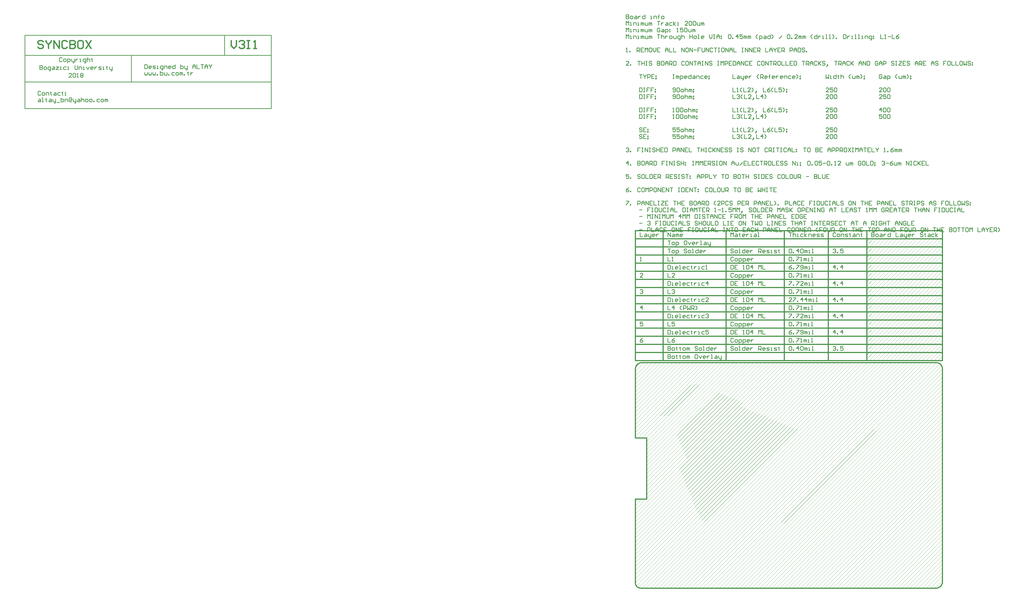
<source format=gbr>
%FSTAX23Y23*%
%MOIN*%
%SFA1B1*%

%IPPOS*%
%ADD204C,0.010000*%
%ADD209C,0.001000*%
%ADD312C,0.019685*%
%ADD314C,0.015000*%
%LNsyncbox_mechanical_3-1*%
%LPD*%
G54D204*
X-00039Y07069D02*
X03602D01*
Y07072D02*
Y07465D01*
X-00039Y07072D02*
Y07465D01*
Y07462D02*
X03602D01*
X-00039D02*
Y08151D01*
X01535Y07462D02*
Y07856D01*
X02913D02*
Y08151D01*
X-00039Y07856D02*
X03602D01*
Y07462D02*
Y08151D01*
X-00039D02*
X03602D01*
X00512Y07811D02*
X00502Y07821D01*
X00482*
X00472Y07811*
Y07771*
X00482Y07761*
X00502*
X00512Y07771*
X00542Y07761D02*
X00562D01*
X00572Y07771*
Y07791*
X00562Y07801*
X00542*
X00532Y07791*
Y07771*
X00542Y07761*
X00592Y07741D02*
Y07801D01*
X00622*
X00632Y07791*
Y07771*
X00622Y07761*
X00592*
X00652Y07801D02*
Y07771D01*
X00662Y07761*
X00692*
Y07751*
X00682Y07741*
X00672*
X00692Y07761D02*
Y07801D01*
X00712D02*
Y07761D01*
Y07781*
X00722Y07791*
X00732Y07801*
X00742*
X00772Y07761D02*
X00792D01*
X00782*
Y07801*
X00772*
X00842Y07741D02*
X00852D01*
X00862Y07751*
Y07801*
X00832*
X00822Y07791*
Y07771*
X00832Y07761*
X00862*
X00882Y07821D02*
Y07761D01*
Y07791*
X00892Y07801*
X00912*
X00922Y07791*
Y07761*
X00952Y07811D02*
Y07801D01*
X00942*
X00962*
X00952*
Y07771*
X00962Y07761*
X00182Y07705D02*
Y07645D01*
X00212*
X00222Y07655*
Y07665*
X00212Y07675*
X00182*
X00212*
X00222Y07685*
Y07695*
X00212Y07705*
X00182*
X00252Y07645D02*
X00272D01*
X00282Y07655*
Y07675*
X00272Y07685*
X00252*
X00242Y07675*
Y07655*
X00252Y07645*
X00322Y07625D02*
X00332D01*
X00342Y07635*
Y07685*
X00312*
X00302Y07675*
Y07655*
X00312Y07645*
X00342*
X00372Y07685D02*
X00392D01*
X00402Y07675*
Y07645*
X00372*
X00362Y07655*
X00372Y07665*
X00402*
X00422Y07685D02*
X00462D01*
X00422Y07645*
X00462*
X00482D02*
X00502D01*
X00492*
Y07685*
X00482*
X00572D02*
X00542D01*
X00532Y07675*
Y07655*
X00542Y07645*
X00572*
X00592D02*
X00612D01*
X00602*
Y07685*
X00592*
X00702Y07705D02*
Y07655D01*
X00712Y07645*
X00732*
X00742Y07655*
Y07705*
X00762Y07645D02*
Y07685D01*
X00792*
X00802Y07675*
Y07645*
X00822D02*
X00842D01*
X00832*
Y07685*
X00822*
X00872D02*
X00892Y07645D01*
X00912Y07685*
X00962Y07645D02*
X00942D01*
X00932Y07655*
Y07675*
X00942Y07685*
X00962*
X00972Y07675*
Y07665*
X00932*
X00992Y07685D02*
Y07645D01*
Y07665*
X01002Y07675*
X01012Y07685*
X01022*
X01052Y07645D02*
X01082D01*
X01092Y07655*
X01082Y07665*
X01062*
X01052Y07675*
X01062Y07685*
X01092*
X01112Y07645D02*
X01132D01*
X01122*
Y07685*
X01112*
X01172Y07695D02*
Y07685D01*
X01162*
X01182*
X01172*
Y07655*
X01182Y07645*
X01212Y07685D02*
Y07655D01*
X01222Y07645*
X01252*
Y07635*
X01242Y07625*
X01232*
X01252Y07645D02*
Y07685D01*
X00652Y0753D02*
X00612D01*
X00652Y07569*
Y07579*
X00642Y07589*
X00622*
X00612Y07579*
X00672D02*
X00682Y07589D01*
X00702*
X00712Y07579*
Y07539*
X00702Y0753*
X00682*
X00672Y07539*
Y07579*
X00732Y0753D02*
X00752D01*
X00742*
Y07589*
X00732Y07579*
X00782D02*
X00792Y07589D01*
X00812*
X00822Y07579*
Y07569*
X00812Y07559*
X00822Y07549*
Y07539*
X00812Y0753*
X00792*
X00782Y07539*
Y07549*
X00792Y07559*
X00782Y07569*
Y07579*
X00792Y07559D02*
X00812D01*
X00167Y07207D02*
X00187D01*
X00197Y07197*
Y07167*
X00167*
X00157Y07177*
X00167Y07187*
X00197*
X00217Y07167D02*
X00237D01*
X00227*
Y07227*
X00217*
X00277Y07217D02*
Y07207D01*
X00267*
X00287*
X00277*
Y07177*
X00287Y07167*
X00327Y07207D02*
X00347D01*
X00357Y07197*
Y07167*
X00327*
X00317Y07177*
X00327Y07187*
X00357*
X00377Y07207D02*
Y07177D01*
X00387Y07167*
X00417*
Y07157*
X00407Y07147*
X00397*
X00417Y07167D02*
Y07207D01*
X00437Y07157D02*
X00477D01*
X00497Y07227D02*
Y07167D01*
X00527*
X00537Y07177*
Y07187*
Y07197*
X00527Y07207*
X00497*
X00557Y07167D02*
Y07207D01*
X00587*
X00597Y07197*
Y07167*
X00647Y07187D02*
Y07197D01*
X00637*
Y07187*
X00647*
X00657Y07197*
Y07217*
X00647Y07227*
X00627*
X00617Y07217*
Y07177*
X00627Y07167*
X00657*
X00677Y07207D02*
Y07177D01*
X00687Y07167*
X00717*
Y07157*
X00707Y07147*
X00697*
X00717Y07167D02*
Y07207D01*
X00747D02*
X00767D01*
X00777Y07197*
Y07167*
X00747*
X00737Y07177*
X00747Y07187*
X00777*
X00797Y07227D02*
Y07167D01*
Y07197*
X00807Y07207*
X00827*
X00837Y07197*
Y07167*
X00867D02*
X00887D01*
X00897Y07177*
Y07197*
X00887Y07207*
X00867*
X00857Y07197*
Y07177*
X00867Y07167*
X00927D02*
X00947D01*
X00957Y07177*
Y07197*
X00947Y07207*
X00927*
X00917Y07197*
Y07177*
X00927Y07167*
X00977D02*
Y07177D01*
X00987*
Y07167*
X00977*
X01067Y07207D02*
X01037D01*
X01027Y07197*
Y07177*
X01037Y07167*
X01067*
X01097D02*
X01117D01*
X01127Y07177*
Y07197*
X01117Y07207*
X01097*
X01087Y07197*
Y07177*
X01097Y07167*
X01147D02*
Y07207D01*
X01157*
X01167Y07197*
Y07167*
Y07197*
X01177Y07207*
X01187Y07197*
Y07167*
X00197Y07315D02*
X00187Y07325D01*
X00167*
X00157Y07315*
Y07275*
X00167Y07265*
X00187*
X00197Y07275*
X00227Y07265D02*
X00247D01*
X00257Y07275*
Y07295*
X00247Y07305*
X00227*
X00217Y07295*
Y07275*
X00227Y07265*
X00277D02*
Y07305D01*
X00307*
X00317Y07295*
Y07265*
X00347Y07315D02*
Y07305D01*
X00337*
X00357*
X00347*
Y07275*
X00357Y07265*
X00397Y07305D02*
X00417D01*
X00427Y07295*
Y07265*
X00397*
X00387Y07275*
X00397Y07285*
X00427*
X00487Y07305D02*
X00457D01*
X00447Y07295*
Y07275*
X00457Y07265*
X00487*
X00517Y07315D02*
Y07305D01*
X00507*
X00527*
X00517*
Y07275*
X00527Y07265*
X00557Y07305D02*
X00567D01*
Y07295*
X00557*
Y07305*
Y07275D02*
X00567D01*
Y07265*
X00557*
Y07275*
X01732Y07601D02*
Y07571D01*
X01742Y07561*
X01752Y07571*
X01762Y07561*
X01772Y07571*
Y07601*
X01792D02*
Y07571D01*
X01802Y07561*
X01812Y07571*
X01822Y07561*
X01832Y07571*
Y07601*
X01852D02*
Y07571D01*
X01862Y07561*
X01872Y07571*
X01882Y07561*
X01892Y07571*
Y07601*
X01912Y07561D02*
Y07571D01*
X01922*
Y07561*
X01912*
X01962Y07621D02*
Y07561D01*
X01992*
X02002Y07571*
Y07581*
Y07591*
X01992Y07601*
X01962*
X02022D02*
Y07571D01*
X02032Y07561*
X02062*
Y07601*
X02082Y07561D02*
Y07571D01*
X02092*
Y07561*
X02082*
X02172Y07601D02*
X02142D01*
X02132Y07591*
Y07571*
X02142Y07561*
X02172*
X02202D02*
X02222D01*
X02232Y07571*
Y07591*
X02222Y07601*
X02202*
X02192Y07591*
Y07571*
X02202Y07561*
X02252D02*
Y07601D01*
X02262*
X02272Y07591*
Y07561*
Y07591*
X02282Y07601*
X02292Y07591*
Y07561*
X02312D02*
Y07571D01*
X02322*
Y07561*
X02312*
X02372Y07611D02*
Y07601D01*
X02362*
X02382*
X02372*
Y07571*
X02382Y07561*
X02412Y07601D02*
Y07561D01*
Y07581*
X02422Y07591*
X02432Y07601*
X02442*
X01732Y07719D02*
Y07659D01*
X01762*
X01772Y07669*
Y07709*
X01762Y07719*
X01732*
X01822Y07659D02*
X01802D01*
X01792Y07669*
Y07689*
X01802Y07699*
X01822*
X01832Y07689*
Y07679*
X01792*
X01852Y07659D02*
X01882D01*
X01892Y07669*
X01882Y07679*
X01862*
X01852Y07689*
X01862Y07699*
X01892*
X01912Y07659D02*
X01932D01*
X01922*
Y07699*
X01912*
X01982Y07639D02*
X01992D01*
X02002Y07649*
Y07699*
X01972*
X01962Y07689*
Y07669*
X01972Y07659*
X02002*
X02022D02*
Y07699D01*
X02052*
X02062Y07689*
Y07659*
X02112D02*
X02092D01*
X02082Y07669*
Y07689*
X02092Y07699*
X02112*
X02122Y07689*
Y07679*
X02082*
X02182Y07719D02*
Y07659D01*
X02152*
X02142Y07669*
Y07689*
X02152Y07699*
X02182*
X02262Y07719D02*
Y07659D01*
X02292*
X02302Y07669*
Y07679*
Y07689*
X02292Y07699*
X02262*
X02322D02*
Y07669D01*
X02332Y07659*
X02362*
Y07649*
X02352Y07639*
X02342*
X02362Y07659D02*
Y07699D01*
X02442Y07659D02*
Y07699D01*
X02462Y07719*
X02482Y07699*
Y07659*
Y07689*
X02442*
X02501Y07719D02*
Y07659D01*
X02541*
X02561Y07719D02*
X02601D01*
X02581*
Y07659*
X02621D02*
Y07699D01*
X02641Y07719*
X02661Y07699*
Y07659*
Y07689*
X02621*
X02681Y07719D02*
Y07709D01*
X02701Y07689*
X02721Y07709*
Y07719*
X02701Y07689D02*
Y07659D01*
X09044Y05277D02*
X09084D01*
X09164Y05247D02*
Y05307D01*
X09194*
X09204Y05297*
Y05277*
X09194Y05267*
X09164*
X09224Y05307D02*
Y05247D01*
X09264*
X09284D02*
Y05287D01*
X09304Y05307*
X09324Y05287*
Y05247*
Y05277*
X09284*
X09384Y05297D02*
X09374Y05307D01*
X09354*
X09344Y05297*
Y05257*
X09354Y05247*
X09374*
X09384Y05257*
X09444Y05307D02*
X09404D01*
Y05247*
X09444*
X09404Y05277D02*
X09424D01*
X09554Y05307D02*
X09534D01*
X09524Y05297*
Y05257*
X09534Y05247*
X09554*
X09564Y05257*
Y05297*
X09554Y05307*
X09584Y05247D02*
Y05307D01*
X09624Y05247*
Y05307*
X09684D02*
X09644D01*
Y05247*
X09684*
X09644Y05277D02*
X09664D01*
X09804Y05307D02*
X09764D01*
Y05277*
X09784*
X09764*
Y05247*
X09824Y05307D02*
X09844D01*
X09834*
Y05247*
X09824*
X09844*
X09874Y05307D02*
Y05247D01*
X09904*
X09914Y05257*
Y05297*
X09904Y05307*
X09874*
X09934D02*
Y05257D01*
X09944Y05247*
X09964*
X09974Y05257*
Y05307*
X10034Y05297D02*
X10024Y05307D01*
X10004*
X09994Y05297*
Y05257*
X10004Y05247*
X10024*
X10034Y05257*
X10054Y05307D02*
X10074D01*
X10064*
Y05247*
X10054*
X10074*
X10104D02*
Y05287D01*
X10124Y05307*
X10144Y05287*
Y05247*
Y05277*
X10104*
X10164Y05307D02*
Y05247D01*
X10204*
X10284Y05307D02*
X10304D01*
X10294*
Y05247*
X10284*
X10304*
X10334D02*
Y05307D01*
X10374Y05247*
Y05307*
X10394D02*
X10434D01*
X10414*
Y05247*
X10484Y05307D02*
X10464D01*
X10454Y05297*
Y05257*
X10464Y05247*
X10484*
X10494Y05257*
Y05297*
X10484Y05307*
X10614D02*
X10574D01*
Y05247*
X10614*
X10574Y05277D02*
X10594D01*
X10634Y05247D02*
Y05287D01*
X10654Y05307*
X10674Y05287*
Y05247*
Y05277*
X10634*
X10734Y05297D02*
X10724Y05307D01*
X10704*
X10694Y05297*
Y05257*
X10704Y05247*
X10724*
X10734Y05257*
X10754Y05307D02*
Y05247D01*
Y05277*
X10794*
Y05307*
Y05247*
X10874D02*
Y05307D01*
X10904*
X10914Y05297*
Y05277*
X10904Y05267*
X10874*
X10934Y05247D02*
Y05287D01*
X10954Y05307*
X10974Y05287*
Y05247*
Y05277*
X10934*
X10994Y05247D02*
Y05307D01*
X11034Y05247*
Y05307*
X11094D02*
X11054D01*
Y05247*
X11094*
X11054Y05277D02*
X11074D01*
X11114Y05307D02*
Y05247D01*
X11154*
X11273Y05297D02*
X11263Y05307D01*
X11243*
X11233Y05297*
Y05257*
X11243Y05247*
X11263*
X11273Y05257*
X11323Y05307D02*
X11303D01*
X11293Y05297*
Y05257*
X11303Y05247*
X11323*
X11333Y05257*
Y05297*
X11323Y05307*
X11353Y05247D02*
Y05307D01*
X11383*
X11393Y05297*
Y05277*
X11383Y05267*
X11353*
X11373D02*
X11393Y05247D01*
X11413D02*
Y05307D01*
X11453Y05247*
Y05307*
X11513D02*
X11473D01*
Y05247*
X11513*
X11473Y05277D02*
X11493D01*
X11533Y05247D02*
Y05307D01*
X11563*
X11573Y05297*
Y05277*
X11563Y05267*
X11533*
X11553D02*
X11573Y05247D01*
X11673D02*
X11653Y05267D01*
Y05287*
X11673Y05307*
X11743D02*
X11703D01*
Y05277*
X11723*
X11703*
Y05247*
X11793Y05307D02*
X11773D01*
X11763Y05297*
Y05257*
X11773Y05247*
X11793*
X11803Y05257*
Y05297*
X11793Y05307*
X11823D02*
Y05257D01*
X11833Y05247*
X11853*
X11863Y05257*
Y05307*
X11883Y05247D02*
Y05307D01*
X11913*
X11923Y05297*
Y05277*
X11913Y05267*
X11883*
X11903D02*
X11923Y05247D01*
X12033Y05307D02*
X12013D01*
X12003Y05297*
Y05257*
X12013Y05247*
X12033*
X12043Y05257*
Y05297*
X12033Y05307*
X12063Y05247D02*
Y05307D01*
X12103Y05247*
Y05307*
X12183D02*
X12223D01*
X12203*
Y05247*
X12243Y05307D02*
Y05247D01*
Y05277*
X12283*
Y05307*
Y05247*
X12343Y05307D02*
X12303D01*
Y05247*
X12343*
X12303Y05277D02*
X12323D01*
X12423Y05307D02*
X12463D01*
X12443*
Y05247*
X12513Y05307D02*
X12493D01*
X12483Y05297*
Y05257*
X12493Y05247*
X12513*
X12523Y05257*
Y05297*
X12513Y05307*
X12543Y05247D02*
Y05307D01*
X12573*
X12583Y05297*
Y05277*
X12573Y05267*
X12543*
X12663Y05247D02*
Y05287D01*
X12683Y05307*
X12703Y05287*
Y05247*
Y05277*
X12663*
X12723Y05247D02*
Y05307D01*
X12763Y05247*
Y05307*
X12783D02*
Y05247D01*
X12813*
X12823Y05257*
Y05297*
X12813Y05307*
X12783*
X12943D02*
X12903D01*
Y05277*
X12923*
X12903*
Y05247*
X12993Y05307D02*
X12973D01*
X12963Y05297*
Y05257*
X12973Y05247*
X12993*
X13003Y05257*
Y05297*
X12993Y05307*
X13023D02*
Y05257D01*
X13033Y05247*
X13053*
X13063Y05257*
Y05307*
X13083Y05247D02*
Y05307D01*
X13113*
X13123Y05297*
Y05277*
X13113Y05267*
X13083*
X13103D02*
X13123Y05247D01*
X13233Y05307D02*
X13213D01*
X13203Y05297*
Y05257*
X13213Y05247*
X13233*
X13243Y05257*
Y05297*
X13233Y05307*
X13263Y05247D02*
Y05307D01*
X13303Y05247*
Y05307*
X13383D02*
X13423D01*
X13403*
Y05247*
X13443Y05307D02*
Y05247D01*
Y05277*
X13483*
Y05307*
Y05247*
X13543Y05307D02*
X13503D01*
Y05247*
X13543*
X13503Y05277D02*
X13523D01*
X13623Y05307D02*
Y05247D01*
X13653*
X13663Y05257*
Y05267*
X13653Y05277*
X13623*
X13653*
X13663Y05287*
Y05297*
X13653Y05307*
X13623*
X13713D02*
X13693D01*
X13683Y05297*
Y05257*
X13693Y05247*
X13713*
X13723Y05257*
Y05297*
X13713Y05307*
X13743D02*
X13783D01*
X13763*
Y05247*
X13803Y05307D02*
X13843D01*
X13823*
Y05247*
X13893Y05307D02*
X13873D01*
X13863Y05297*
Y05257*
X13873Y05247*
X13893*
X13903Y05257*
Y05297*
X13893Y05307*
X13923Y05247D02*
Y05307D01*
X13943Y05287*
X13963Y05307*
Y05247*
X14043Y05307D02*
Y05247D01*
X14083*
X14103D02*
Y05287D01*
X14123Y05307*
X14143Y05287*
Y05247*
Y05277*
X14103*
X14163Y05307D02*
Y05297D01*
X14183Y05277*
X14203Y05297*
Y05307*
X14183Y05277D02*
Y05247D01*
X14262Y05307D02*
X14223D01*
Y05247*
X14262*
X14223Y05277D02*
X14243D01*
X14282Y05247D02*
Y05307D01*
X14312*
X14322Y05297*
Y05277*
X14312Y05267*
X14282*
X14302D02*
X14322Y05247D01*
X14342D02*
X14362Y05267D01*
Y05287*
X14342Y05307*
X09044Y05375D02*
X09084D01*
X09164Y05395D02*
X09174Y05405D01*
X09194*
X09204Y05395*
Y05385*
X09194Y05375*
X09184*
X09194*
X09204Y05365*
Y05355*
X09194Y05345*
X09174*
X09164Y05355*
X09324Y05405D02*
X09284D01*
Y05375*
X09304*
X09284*
Y05345*
X09344Y05405D02*
X09364D01*
X09354*
Y05345*
X09344*
X09364*
X09394Y05405D02*
Y05345D01*
X09424*
X09434Y05355*
Y05395*
X09424Y05405*
X09394*
X09454D02*
Y05355D01*
X09464Y05345*
X09484*
X09494Y05355*
Y05405*
X09554Y05395D02*
X09544Y05405D01*
X09524*
X09514Y05395*
Y05355*
X09524Y05345*
X09544*
X09554Y05355*
X09574Y05405D02*
X09594D01*
X09584*
Y05345*
X09574*
X09594*
X09624D02*
Y05385D01*
X09644Y05405*
X09664Y05385*
Y05345*
Y05375*
X09624*
X09684Y05405D02*
Y05345D01*
X09724*
X09784Y05395D02*
X09774Y05405D01*
X09754*
X09744Y05395*
Y05385*
X09754Y05375*
X09774*
X09784Y05365*
Y05355*
X09774Y05345*
X09754*
X09744Y05355*
X09904Y05395D02*
X09894Y05405D01*
X09874*
X09864Y05395*
Y05385*
X09874Y05375*
X09894*
X09904Y05365*
Y05355*
X09894Y05345*
X09874*
X09864Y05355*
X09924Y05405D02*
Y05345D01*
Y05375*
X09964*
Y05405*
Y05345*
X10014Y05405D02*
X09994D01*
X09984Y05395*
Y05355*
X09994Y05345*
X10014*
X10024Y05355*
Y05395*
X10014Y05405*
X10044D02*
Y05355D01*
X10054Y05345*
X10074*
X10084Y05355*
Y05405*
X10104D02*
Y05345D01*
X10144*
X10164Y05405D02*
Y05345D01*
X10194*
X10204Y05355*
Y05395*
X10194Y05405*
X10164*
X10284D02*
Y05345D01*
X10324*
X10344Y05405D02*
X10364D01*
X10354*
Y05345*
X10344*
X10364*
X10434Y05405D02*
X10394D01*
Y05345*
X10434*
X10394Y05375D02*
X10414D01*
X10544Y05405D02*
X10524D01*
X10514Y05395*
Y05355*
X10524Y05345*
X10544*
X10554Y05355*
Y05395*
X10544Y05405*
X10574Y05345D02*
Y05405D01*
X10614Y05345*
Y05405*
X10694D02*
X10734D01*
X10714*
Y05345*
X10754Y05405D02*
Y05345D01*
X10774Y05365*
X10794Y05345*
Y05405*
X10844D02*
X10824D01*
X10814Y05395*
Y05355*
X10824Y05345*
X10844*
X10854Y05355*
Y05395*
X10844Y05405*
X10934D02*
Y05345D01*
X10974*
X10994Y05405D02*
X11014D01*
X11004*
Y05345*
X10994*
X11014*
X11044D02*
Y05405D01*
X11084Y05345*
Y05405*
X11144D02*
X11104D01*
Y05345*
X11144*
X11104Y05375D02*
X11124D01*
X11203Y05395D02*
X11193Y05405D01*
X11173*
X11163Y05395*
Y05385*
X11173Y05375*
X11193*
X11203Y05365*
Y05355*
X11193Y05345*
X11173*
X11163Y05355*
X11283Y05405D02*
X11323D01*
X11303*
Y05345*
X11343Y05405D02*
Y05345D01*
Y05375*
X11383*
Y05405*
Y05345*
X11403D02*
Y05385D01*
X11423Y05405*
X11443Y05385*
Y05345*
Y05375*
X11403*
X11463Y05405D02*
X11503D01*
X11483*
Y05345*
X11583Y05405D02*
X11603D01*
X11593*
Y05345*
X11583*
X11603*
X11633D02*
Y05405D01*
X11673Y05345*
Y05405*
X11693D02*
X11733D01*
X11713*
Y05345*
X11793Y05405D02*
X11753D01*
Y05345*
X11793*
X11753Y05375D02*
X11773D01*
X11813Y05345D02*
Y05405D01*
X11843*
X11853Y05395*
Y05375*
X11843Y05365*
X11813*
X11833D02*
X11853Y05345D01*
X11913Y05395D02*
X11903Y05405D01*
X11883*
X11873Y05395*
Y05385*
X11883Y05375*
X11903*
X11913Y05365*
Y05355*
X11903Y05345*
X11883*
X11873Y05355*
X11973Y05405D02*
X11933D01*
Y05345*
X11973*
X11933Y05375D02*
X11953D01*
X12033Y05395D02*
X12023Y05405D01*
X12003*
X11993Y05395*
Y05355*
X12003Y05345*
X12023*
X12033Y05355*
X12053Y05405D02*
X12093D01*
X12073*
Y05345*
X12173D02*
Y05385D01*
X12193Y05405*
X12213Y05385*
Y05345*
Y05375*
X12173*
X12233Y05405D02*
X12273D01*
X12253*
Y05345*
X12353D02*
Y05385D01*
X12373Y05405*
X12393Y05385*
Y05345*
Y05375*
X12353*
X12473Y05345D02*
Y05405D01*
X12503*
X12513Y05395*
Y05375*
X12503Y05365*
X12473*
X12493D02*
X12513Y05345D01*
X12533Y05405D02*
X12553D01*
X12543*
Y05345*
X12533*
X12553*
X12623Y05395D02*
X12613Y05405D01*
X12593*
X12583Y05395*
Y05355*
X12593Y05345*
X12613*
X12623Y05355*
Y05375*
X12603*
X12643Y05405D02*
Y05345D01*
Y05375*
X12683*
Y05405*
Y05345*
X12703Y05405D02*
X12743D01*
X12723*
Y05345*
X12823D02*
Y05385D01*
X12843Y05405*
X12863Y05385*
Y05345*
Y05375*
X12823*
X12883Y05345D02*
Y05405D01*
X12923Y05345*
Y05405*
X12983Y05395D02*
X12973Y05405D01*
X12953*
X12943Y05395*
Y05355*
X12953Y05345*
X12973*
X12983Y05355*
Y05375*
X12963*
X13003Y05405D02*
Y05345D01*
X13043*
X13103Y05405D02*
X13063D01*
Y05345*
X13103*
X13063Y05375D02*
X13083D01*
X09044Y05474D02*
X09084D01*
X09164Y05444D02*
Y05504D01*
X09184Y05484*
X09204Y05504*
Y05444*
X09224Y05504D02*
X09244D01*
X09234*
Y05444*
X09224*
X09244*
X09274D02*
Y05504D01*
X09314Y05444*
Y05504*
X09334D02*
X09354D01*
X09344*
Y05444*
X09334*
X09354*
X09384D02*
Y05504D01*
X09404Y05484*
X09424Y05504*
Y05444*
X09444Y05504D02*
Y05454D01*
X09454Y05444*
X09474*
X09484Y05454*
Y05504*
X09504Y05444D02*
Y05504D01*
X09524Y05484*
X09544Y05504*
Y05444*
X09654D02*
Y05504D01*
X09624Y05474*
X09664*
X09684Y05444D02*
Y05504D01*
X09704Y05484*
X09724Y05504*
Y05444*
X09744D02*
Y05504D01*
X09764Y05484*
X09784Y05504*
Y05444*
X09864Y05504D02*
Y05444D01*
X09894*
X09904Y05454*
Y05494*
X09894Y05504*
X09864*
X09924D02*
X09944D01*
X09934*
Y05444*
X09924*
X09944*
X10014Y05494D02*
X10004Y05504D01*
X09984*
X09974Y05494*
Y05484*
X09984Y05474*
X10004*
X10014Y05464*
Y05454*
X10004Y05444*
X09984*
X09974Y05454*
X10034Y05504D02*
X10074D01*
X10054*
Y05444*
X10094D02*
Y05484D01*
X10114Y05504*
X10134Y05484*
Y05444*
Y05474*
X10094*
X10154Y05444D02*
Y05504D01*
X10194Y05444*
Y05504*
X10254Y05494D02*
X10244Y05504D01*
X10224*
X10214Y05494*
Y05454*
X10224Y05444*
X10244*
X10254Y05454*
X10314Y05504D02*
X10274D01*
Y05444*
X10314*
X10274Y05474D02*
X10294D01*
X10434Y05504D02*
X10394D01*
Y05474*
X10414*
X10394*
Y05444*
X10454D02*
Y05504D01*
X10484*
X10494Y05494*
Y05474*
X10484Y05464*
X10454*
X10474D02*
X10494Y05444D01*
X10544Y05504D02*
X10524D01*
X10514Y05494*
Y05454*
X10524Y05444*
X10544*
X10554Y05454*
Y05494*
X10544Y05504*
X10574Y05444D02*
Y05504D01*
X10594Y05484*
X10614Y05504*
Y05444*
X10694Y05504D02*
X10734D01*
X10714*
Y05444*
X10754Y05504D02*
Y05444D01*
Y05474*
X10794*
Y05504*
Y05444*
X10854Y05504D02*
X10814D01*
Y05444*
X10854*
X10814Y05474D02*
X10834D01*
X10934Y05444D02*
Y05504D01*
X10964*
X10974Y05494*
Y05474*
X10964Y05464*
X10934*
X10994Y05444D02*
Y05484D01*
X11014Y05504*
X11034Y05484*
Y05444*
Y05474*
X10994*
X11054Y05444D02*
Y05504D01*
X11094Y05444*
Y05504*
X11154D02*
X11114D01*
Y05444*
X11154*
X11114Y05474D02*
X11134D01*
X11173Y05504D02*
Y05444D01*
X11213*
X11333Y05504D02*
X11293D01*
Y05444*
X11333*
X11293Y05474D02*
X11313D01*
X11353Y05504D02*
Y05444D01*
X11383*
X11393Y05454*
Y05494*
X11383Y05504*
X11353*
X11453Y05494D02*
X11443Y05504D01*
X11423*
X11413Y05494*
Y05454*
X11423Y05444*
X11443*
X11453Y05454*
Y05474*
X11433*
X11513Y05504D02*
X11473D01*
Y05444*
X11513*
X11473Y05474D02*
X11493D01*
X09044Y05572D02*
X09084D01*
X09204Y05602D02*
X09164D01*
Y05572*
X09184*
X09164*
Y05542*
X09224Y05602D02*
X09244D01*
X09234*
Y05542*
X09224*
X09244*
X09274Y05602D02*
Y05542D01*
X09304*
X09314Y05552*
Y05592*
X09304Y05602*
X09274*
X09334D02*
Y05552D01*
X09344Y05542*
X09364*
X09374Y05552*
Y05602*
X09434Y05592D02*
X09424Y05602D01*
X09404*
X09394Y05592*
Y05552*
X09404Y05542*
X09424*
X09434Y05552*
X09454Y05602D02*
X09474D01*
X09464*
Y05542*
X09454*
X09474*
X09504D02*
Y05582D01*
X09524Y05602*
X09544Y05582*
Y05542*
Y05572*
X09504*
X09564Y05602D02*
Y05542D01*
X09604*
X09684Y05602D02*
Y05542D01*
X09714*
X09724Y05552*
Y05592*
X09714Y05602*
X09684*
X09744D02*
X09764D01*
X09754*
Y05542*
X09744*
X09764*
X09794D02*
Y05582D01*
X09814Y05602*
X09834Y05582*
Y05542*
Y05572*
X09794*
X09854Y05542D02*
Y05602D01*
X09874Y05582*
X09894Y05602*
Y05542*
X09914Y05602D02*
X09954D01*
X09934*
Y05542*
X10014Y05602D02*
X09974D01*
Y05542*
X10014*
X09974Y05572D02*
X09994D01*
X10034Y05542D02*
Y05602D01*
X10064*
X10074Y05592*
Y05572*
X10064Y05562*
X10034*
X10054D02*
X10074Y05542D01*
X10154D02*
X10174D01*
X10164*
Y05602*
X10154Y05592*
X10204Y05572D02*
X10244D01*
X10264Y05542D02*
X10284D01*
X10274*
Y05602*
X10264Y05592*
X10314Y05542D02*
Y05552D01*
X10324*
Y05542*
X10314*
X10404Y05602D02*
X10364D01*
Y05572*
X10384Y05582*
X10394*
X10404Y05572*
Y05552*
X10394Y05542*
X10374*
X10364Y05552*
X10424Y05542D02*
Y05602D01*
X10444Y05582*
X10464Y05602*
Y05542*
X10484D02*
Y05602D01*
X10504Y05582*
X10524Y05602*
Y05542*
X10554Y05532D02*
X10564Y05542D01*
Y05552*
X10554*
Y05542*
X10564*
X10554Y05532*
X10544Y05522*
X10704Y05592D02*
X10694Y05602D01*
X10674*
X10664Y05592*
Y05582*
X10674Y05572*
X10694*
X10704Y05562*
Y05552*
X10694Y05542*
X10674*
X10664Y05552*
X10754Y05602D02*
X10734D01*
X10724Y05592*
Y05552*
X10734Y05542*
X10754*
X10764Y05552*
Y05592*
X10754Y05602*
X10784D02*
Y05542D01*
X10824*
X10844Y05602D02*
Y05542D01*
X10874*
X10884Y05552*
Y05592*
X10874Y05602*
X10844*
X10944D02*
X10904D01*
Y05542*
X10944*
X10904Y05572D02*
X10924D01*
X10964Y05542D02*
Y05602D01*
X10994*
X11004Y05592*
Y05572*
X10994Y05562*
X10964*
X10984D02*
X11004Y05542D01*
X11084D02*
Y05602D01*
X11104Y05582*
X11124Y05602*
Y05542*
X11144D02*
Y05582D01*
X11163Y05602*
X11183Y05582*
Y05542*
Y05572*
X11144*
X11243Y05592D02*
X11233Y05602D01*
X11213*
X11203Y05592*
Y05582*
X11213Y05572*
X11233*
X11243Y05562*
Y05552*
X11233Y05542*
X11213*
X11203Y05552*
X11263Y05602D02*
Y05542D01*
Y05562*
X11303Y05602*
X11273Y05572*
X11303Y05542*
X11413Y05602D02*
X11393D01*
X11383Y05592*
Y05552*
X11393Y05542*
X11413*
X11423Y05552*
Y05592*
X11413Y05602*
X11443Y05542D02*
Y05602D01*
X11473*
X11483Y05592*
Y05572*
X11473Y05562*
X11443*
X11543Y05602D02*
X11503D01*
Y05542*
X11543*
X11503Y05572D02*
X11523D01*
X11563Y05542D02*
Y05602D01*
X11603Y05542*
Y05602*
X11623D02*
X11643D01*
X11633*
Y05542*
X11623*
X11643*
X11673D02*
Y05602D01*
X11713Y05542*
Y05602*
X11773Y05592D02*
X11763Y05602D01*
X11743*
X11733Y05592*
Y05552*
X11743Y05542*
X11763*
X11773Y05552*
Y05572*
X11753*
X11853Y05542D02*
Y05582D01*
X11873Y05602*
X11893Y05582*
Y05542*
Y05572*
X11853*
X11913Y05602D02*
X11953D01*
X11933*
Y05542*
X12033Y05602D02*
Y05542D01*
X12073*
X12133Y05602D02*
X12093D01*
Y05542*
X12133*
X12093Y05572D02*
X12113D01*
X12153Y05542D02*
Y05582D01*
X12173Y05602*
X12193Y05582*
Y05542*
Y05572*
X12153*
X12253Y05592D02*
X12243Y05602D01*
X12223*
X12213Y05592*
Y05582*
X12223Y05572*
X12243*
X12253Y05562*
Y05552*
X12243Y05542*
X12223*
X12213Y05552*
X12273Y05602D02*
X12313D01*
X12293*
Y05542*
X12393D02*
X12413D01*
X12403*
Y05602*
X12393Y05592*
X12443Y05542D02*
Y05602D01*
X12463Y05582*
X12483Y05602*
Y05542*
X12503D02*
Y05602D01*
X12523Y05582*
X12543Y05602*
Y05542*
X12663Y05592D02*
X12653Y05602D01*
X12633*
X12623Y05592*
Y05552*
X12633Y05542*
X12653*
X12663Y05552*
Y05572*
X12643*
X12683Y05542D02*
Y05602D01*
X12713*
X12723Y05592*
Y05572*
X12713Y05562*
X12683*
X12703D02*
X12723Y05542D01*
X12783Y05602D02*
X12743D01*
Y05542*
X12783*
X12743Y05572D02*
X12763D01*
X12803Y05542D02*
Y05582D01*
X12823Y05602*
X12843Y05582*
Y05542*
Y05572*
X12803*
X12863Y05602D02*
X12903D01*
X12883*
Y05542*
X12963Y05602D02*
X12923D01*
Y05542*
X12963*
X12923Y05572D02*
X12943D01*
X12983Y05542D02*
Y05602D01*
X13013*
X13023Y05592*
Y05572*
X13013Y05562*
X12983*
X13003D02*
X13023Y05542D01*
X13103Y05602D02*
X13143D01*
X13123*
Y05542*
X13163Y05602D02*
Y05542D01*
Y05572*
X13203*
Y05602*
Y05542*
X13223D02*
Y05582D01*
X13243Y05602*
X13263Y05582*
Y05542*
Y05572*
X13223*
X13283Y05542D02*
Y05602D01*
X13323Y05542*
Y05602*
X13443D02*
X13403D01*
Y05572*
X13423*
X13403*
Y05542*
X13463Y05602D02*
X13483D01*
X13473*
Y05542*
X13463*
X13483*
X13513Y05602D02*
Y05542D01*
X13543*
X13553Y05552*
Y05592*
X13543Y05602*
X13513*
X13573D02*
Y05552D01*
X13583Y05542*
X13603*
X13613Y05552*
Y05602*
X13673Y05592D02*
X13663Y05602D01*
X13643*
X13633Y05592*
Y05552*
X13643Y05542*
X13663*
X13673Y05552*
X13693Y05602D02*
X13713D01*
X13703*
Y05542*
X13693*
X13713*
X13743D02*
Y05582D01*
X13763Y05602*
X13783Y05582*
Y05542*
Y05572*
X13743*
X13803Y05602D02*
Y05542D01*
X13843*
X08847Y057D02*
X08887D01*
Y0569*
X08847Y0565*
Y0564*
X08907D02*
Y0565D01*
X08917*
Y0564*
X08907*
X09017D02*
Y057D01*
X09047*
X09057Y0569*
Y0567*
X09047Y0566*
X09017*
X09077Y0564D02*
Y0568D01*
X09097Y057*
X09117Y0568*
Y0564*
Y0567*
X09077*
X09137Y0564D02*
Y057D01*
X09177Y0564*
Y057*
X09237D02*
X09197D01*
Y0564*
X09237*
X09197Y0567D02*
X09217D01*
X09257Y057D02*
Y0564D01*
X09297*
X09317Y057D02*
X09337D01*
X09327*
Y0564*
X09317*
X09337*
X09367Y057D02*
X09407D01*
Y0569*
X09367Y0565*
Y0564*
X09407*
X09467Y057D02*
X09427D01*
Y0564*
X09467*
X09427Y0567D02*
X09447D01*
X09547Y057D02*
X09587D01*
X09567*
Y0564*
X09607Y057D02*
Y0564D01*
Y0567*
X09647*
Y057*
Y0564*
X09707Y057D02*
X09667D01*
Y0564*
X09707*
X09667Y0567D02*
X09687D01*
X09787Y057D02*
Y0564D01*
X09817*
X09827Y0565*
Y0566*
X09817Y0567*
X09787*
X09817*
X09827Y0568*
Y0569*
X09817Y057*
X09787*
X09877D02*
X09857D01*
X09847Y0569*
Y0565*
X09857Y0564*
X09877*
X09887Y0565*
Y0569*
X09877Y057*
X09907Y0564D02*
Y0568D01*
X09927Y057*
X09947Y0568*
Y0564*
Y0567*
X09907*
X09967Y0564D02*
Y057D01*
X09997*
X10007Y0569*
Y0567*
X09997Y0566*
X09967*
X09987D02*
X10007Y0564D01*
X10027Y057D02*
Y0564D01*
X10057*
X10067Y0565*
Y0569*
X10057Y057*
X10027*
X10167Y0564D02*
X10147Y0566D01*
Y0568*
X10167Y057*
X10237Y0564D02*
X10197D01*
X10237Y0568*
Y0569*
X10227Y057*
X10207*
X10197Y0569*
X10257Y0564D02*
Y057D01*
X10287*
X10297Y0569*
Y0567*
X10287Y0566*
X10257*
X10357Y0569D02*
X10347Y057D01*
X10327*
X10317Y0569*
Y0565*
X10327Y0564*
X10347*
X10357Y0565*
X10417Y0569D02*
X10407Y057D01*
X10387*
X10377Y0569*
Y0568*
X10387Y0567*
X10407*
X10417Y0566*
Y0565*
X10407Y0564*
X10387*
X10377Y0565*
X10497Y0564D02*
Y057D01*
X10527*
X10537Y0569*
Y0567*
X10527Y0566*
X10497*
X10597Y057D02*
X10557D01*
Y0564*
X10597*
X10557Y0567D02*
X10577D01*
X10617Y0564D02*
Y057D01*
X10647*
X10657Y0569*
Y0567*
X10647Y0566*
X10617*
X10637D02*
X10657Y0564D01*
X10737D02*
Y057D01*
X10767*
X10777Y0569*
Y0567*
X10767Y0566*
X10737*
X10797Y0564D02*
Y0568D01*
X10817Y057*
X10837Y0568*
Y0564*
Y0567*
X10797*
X10857Y0564D02*
Y057D01*
X10897Y0564*
Y057*
X10957D02*
X10917D01*
Y0564*
X10957*
X10917Y0567D02*
X10937D01*
X10977Y057D02*
Y0564D01*
X11017*
X11037D02*
X11057Y0566D01*
Y0568*
X11037Y057*
X11087Y0564D02*
Y0565D01*
X11097*
Y0564*
X11087*
X11197D02*
Y057D01*
X11227*
X11237Y0569*
Y0567*
X11227Y0566*
X11197*
X11257Y057D02*
Y0564D01*
X11297*
X11317D02*
Y0568D01*
X11337Y057*
X11357Y0568*
Y0564*
Y0567*
X11317*
X11417Y0569D02*
X11407Y057D01*
X11387*
X11377Y0569*
Y0565*
X11387Y0564*
X11407*
X11417Y0565*
X11476Y057D02*
X11436D01*
Y0564*
X11476*
X11436Y0567D02*
X11456D01*
X11596Y057D02*
X11556D01*
Y0567*
X11576*
X11556*
Y0564*
X11616Y057D02*
X11636D01*
X11626*
Y0564*
X11616*
X11636*
X11666Y057D02*
Y0564D01*
X11696*
X11706Y0565*
Y0569*
X11696Y057*
X11666*
X11726D02*
Y0565D01*
X11736Y0564*
X11756*
X11766Y0565*
Y057*
X11826Y0569D02*
X11816Y057D01*
X11796*
X11786Y0569*
Y0565*
X11796Y0564*
X11816*
X11826Y0565*
X11846Y057D02*
X11866D01*
X11856*
Y0564*
X11846*
X11866*
X11896D02*
Y0568D01*
X11916Y057*
X11936Y0568*
Y0564*
Y0567*
X11896*
X11956Y057D02*
Y0564D01*
X11996*
X12056Y0569D02*
X12046Y057D01*
X12026*
X12016Y0569*
Y0568*
X12026Y0567*
X12046*
X12056Y0566*
Y0565*
X12046Y0564*
X12026*
X12016Y0565*
X12166Y057D02*
X12146D01*
X12136Y0569*
Y0565*
X12146Y0564*
X12166*
X12176Y0565*
Y0569*
X12166Y057*
X12196Y0564D02*
Y057D01*
X12236Y0564*
Y057*
X12316D02*
X12356D01*
X12336*
Y0564*
X12376Y057D02*
Y0564D01*
Y0567*
X12416*
Y057*
Y0564*
X12476Y057D02*
X12436D01*
Y0564*
X12476*
X12436Y0567D02*
X12456D01*
X12556Y0564D02*
Y057D01*
X12586*
X12596Y0569*
Y0567*
X12586Y0566*
X12556*
X12616Y0564D02*
Y0568D01*
X12636Y057*
X12656Y0568*
Y0564*
Y0567*
X12616*
X12676Y0564D02*
Y057D01*
X12716Y0564*
Y057*
X12776D02*
X12736D01*
Y0564*
X12776*
X12736Y0567D02*
X12756D01*
X12796Y057D02*
Y0564D01*
X12836*
X12956Y0569D02*
X12946Y057D01*
X12926*
X12916Y0569*
Y0568*
X12926Y0567*
X12946*
X12956Y0566*
Y0565*
X12946Y0564*
X12926*
X12916Y0565*
X12976Y057D02*
X13016D01*
X12996*
Y0564*
X13036D02*
Y057D01*
X13066*
X13076Y0569*
Y0567*
X13066Y0566*
X13036*
X13056D02*
X13076Y0564D01*
X13096Y057D02*
X13116D01*
X13106*
Y0564*
X13096*
X13116*
X13146D02*
Y057D01*
X13176*
X13186Y0569*
Y0567*
X13176Y0566*
X13146*
X13246Y0569D02*
X13236Y057D01*
X13216*
X13206Y0569*
Y0568*
X13216Y0567*
X13236*
X13246Y0566*
Y0565*
X13236Y0564*
X13216*
X13206Y0565*
X13326Y0564D02*
Y0568D01*
X13346Y057*
X13366Y0568*
Y0564*
Y0567*
X13326*
X13426Y0569D02*
X13416Y057D01*
X13396*
X13386Y0569*
Y0568*
X13396Y0567*
X13416*
X13426Y0566*
Y0565*
X13416Y0564*
X13396*
X13386Y0565*
X13546Y057D02*
X13506D01*
Y0567*
X13526*
X13506*
Y0564*
X13596Y057D02*
X13576D01*
X13566Y0569*
Y0565*
X13576Y0564*
X13596*
X13606Y0565*
Y0569*
X13596Y057*
X13626D02*
Y0564D01*
X13666*
X13686Y057D02*
Y0564D01*
X13726*
X13776Y057D02*
X13756D01*
X13746Y0569*
Y0565*
X13756Y0564*
X13776*
X13786Y0565*
Y0569*
X13776Y057*
X13806D02*
Y0564D01*
X13826Y0566*
X13846Y0564*
Y057*
X13906Y0569D02*
X13896Y057D01*
X13876*
X13866Y0569*
Y0568*
X13876Y0567*
X13896*
X13906Y0566*
Y0565*
X13896Y0564*
X13876*
X13866Y0565*
X13926Y0568D02*
X13936D01*
Y0567*
X13926*
Y0568*
Y0565D02*
X13936D01*
Y0564*
X13926*
Y0565*
X08847Y08456D02*
Y08396D01*
X08877*
X08887Y08406*
Y08416*
X08877Y08426*
X08847*
X08877*
X08887Y08436*
Y08446*
X08877Y08456*
X08847*
X08917Y08396D02*
X08937D01*
X08947Y08406*
Y08426*
X08937Y08436*
X08917*
X08907Y08426*
Y08406*
X08917Y08396*
X08977Y08436D02*
X08997D01*
X09007Y08426*
Y08396*
X08977*
X08967Y08406*
X08977Y08416*
X09007*
X09027Y08436D02*
Y08396D01*
Y08416*
X09037Y08426*
X09047Y08436*
X09057*
X09127Y08456D02*
Y08396D01*
X09097*
X09087Y08406*
Y08426*
X09097Y08436*
X09127*
X09207Y08396D02*
X09227D01*
X09217*
Y08436*
X09207*
X09257Y08396D02*
Y08436D01*
X09287*
X09297Y08426*
Y08396*
X09327D02*
Y08446D01*
Y08426*
X09317*
X09337*
X09327*
Y08446*
X09337Y08456*
X09377Y08396D02*
X09397D01*
X09407Y08406*
Y08426*
X09397Y08436*
X09377*
X09367Y08426*
Y08406*
X09377Y08396*
X08847Y08298D02*
Y08358D01*
X08867Y08338*
X08887Y08358*
Y08298*
X08907D02*
X08927D01*
X08917*
Y08338*
X08907*
X08957Y08298D02*
Y08338D01*
X08987*
X08997Y08328*
Y08298*
X09017D02*
X09037D01*
X09027*
Y08338*
X09017*
X09067Y08298D02*
Y08338D01*
X09077*
X09087Y08328*
Y08298*
Y08328*
X09097Y08338*
X09107Y08328*
Y08298*
X09127Y08338D02*
Y08308D01*
X09137Y08298*
X09167*
Y08338*
X09187Y08298D02*
Y08338D01*
X09197*
X09207Y08328*
Y08298*
Y08328*
X09217Y08338*
X09227Y08328*
Y08298*
X09307Y08358D02*
X09347D01*
X09327*
Y08298*
X09367Y08338D02*
Y08298D01*
Y08318*
X09377Y08328*
X09387Y08338*
X09397*
X09437D02*
X09457D01*
X09467Y08328*
Y08298*
X09437*
X09427Y08308*
X09437Y08318*
X09467*
X09527Y08338D02*
X09497D01*
X09487Y08328*
Y08308*
X09497Y08298*
X09527*
X09547D02*
Y08358D01*
Y08318D02*
X09577Y08338D01*
X09547Y08318D02*
X09577Y08298D01*
X09607Y08338D02*
X09617D01*
Y08328*
X09607*
Y08338*
Y08308D02*
X09617D01*
Y08298*
X09607*
Y08308*
X09757Y08298D02*
X09717D01*
X09757Y08338*
Y08348*
X09747Y08358*
X09727*
X09717Y08348*
X09777D02*
X09787Y08358D01*
X09807*
X09817Y08348*
Y08308*
X09807Y08298*
X09787*
X09777Y08308*
Y08348*
X09837D02*
X09847Y08358D01*
X09867*
X09877Y08348*
Y08308*
X09867Y08298*
X09847*
X09837Y08308*
Y08348*
X09897Y08338D02*
Y08308D01*
X09907Y08298*
X09937*
Y08338*
X09957Y08298D02*
Y08338D01*
X09967*
X09977Y08328*
Y08298*
Y08328*
X09987Y08338*
X09997Y08328*
Y08298*
X08847Y082D02*
Y08259D01*
X08867Y08239*
X08887Y08259*
Y082*
X08907D02*
X08927D01*
X08917*
Y08239*
X08907*
X08957Y082D02*
Y08239D01*
X08987*
X08997Y08229*
Y082*
X09017D02*
X09037D01*
X09027*
Y08239*
X09017*
X09067Y082D02*
Y08239D01*
X09077*
X09087Y08229*
Y082*
Y08229*
X09097Y08239*
X09107Y08229*
Y082*
X09127Y08239D02*
Y08209D01*
X09137Y082*
X09167*
Y08239*
X09187Y082D02*
Y08239D01*
X09197*
X09207Y08229*
Y082*
Y08229*
X09217Y08239*
X09227Y08229*
Y082*
X09347Y08249D02*
X09337Y08259D01*
X09317*
X09307Y08249*
Y08209*
X09317Y082*
X09337*
X09347Y08209*
Y08229*
X09327*
X09377Y08239D02*
X09397D01*
X09407Y08229*
Y082*
X09377*
X09367Y08209*
X09377Y08219*
X09407*
X09427Y0818D02*
Y08239D01*
X09457*
X09467Y08229*
Y08209*
X09457Y082*
X09427*
X09487Y08239D02*
X09497D01*
Y08229*
X09487*
Y08239*
Y08209D02*
X09497D01*
Y082*
X09487*
Y08209*
X09597Y082D02*
X09617D01*
X09607*
Y08259*
X09597Y08249*
X09687Y08259D02*
X09647D01*
Y08229*
X09667Y08239*
X09677*
X09687Y08229*
Y08209*
X09677Y082*
X09657*
X09647Y08209*
X09707Y08249D02*
X09717Y08259D01*
X09737*
X09747Y08249*
Y08209*
X09737Y082*
X09717*
X09707Y08209*
Y08249*
X09767Y08239D02*
Y08209D01*
X09777Y082*
X09807*
Y08239*
X09827Y082D02*
Y08239D01*
X09837*
X09847Y08229*
Y082*
Y08229*
X09857Y08239*
X09867Y08229*
Y082*
X08847Y08101D02*
Y08161D01*
X08867Y08141*
X08887Y08161*
Y08101*
X08907D02*
X08927D01*
X08917*
Y08141*
X08907*
X08957Y08101D02*
Y08141D01*
X08987*
X08997Y08131*
Y08101*
X09017D02*
X09037D01*
X09027*
Y08141*
X09017*
X09067Y08101D02*
Y08141D01*
X09077*
X09087Y08131*
Y08101*
Y08131*
X09097Y08141*
X09107Y08131*
Y08101*
X09127Y08141D02*
Y08111D01*
X09137Y08101*
X09167*
Y08141*
X09187Y08101D02*
Y08141D01*
X09197*
X09207Y08131*
Y08101*
Y08131*
X09217Y08141*
X09227Y08131*
Y08101*
X09307Y08161D02*
X09347D01*
X09327*
Y08101*
X09367Y08161D02*
Y08101D01*
Y08131*
X09377Y08141*
X09397*
X09407Y08131*
Y08101*
X09427Y08141D02*
Y08101D01*
Y08121*
X09437Y08131*
X09447Y08141*
X09457*
X09497Y08101D02*
X09517D01*
X09527Y08111*
Y08131*
X09517Y08141*
X09497*
X09487Y08131*
Y08111*
X09497Y08101*
X09547Y08141D02*
Y08111D01*
X09557Y08101*
X09587*
Y08141*
X09627Y08081D02*
X09637D01*
X09647Y08091*
Y08141*
X09617*
X09607Y08131*
Y08111*
X09617Y08101*
X09647*
X09667Y08161D02*
Y08101D01*
Y08131*
X09677Y08141*
X09697*
X09707Y08131*
Y08101*
X09787Y08161D02*
Y08101D01*
Y08131*
X09827*
Y08161*
Y08101*
X09857D02*
X09877D01*
X09887Y08111*
Y08131*
X09877Y08141*
X09857*
X09847Y08131*
Y08111*
X09857Y08101*
X09907D02*
X09927D01*
X09917*
Y08161*
X09907*
X09987Y08101D02*
X09967D01*
X09957Y08111*
Y08131*
X09967Y08141*
X09987*
X09997Y08131*
Y08121*
X09957*
X10077Y08161D02*
Y08121D01*
X10097Y08101*
X10117Y08121*
Y08161*
X10137D02*
X10157D01*
X10147*
Y08101*
X10137*
X10157*
X10187D02*
Y08141D01*
X10207Y08161*
X10227Y08141*
Y08101*
Y08131*
X10187*
X10247Y08141D02*
X10257D01*
Y08131*
X10247*
Y08141*
Y08111D02*
X10257D01*
Y08101*
X10247*
Y08111*
X10357Y08151D02*
X10367Y08161D01*
X10387*
X10397Y08151*
Y08111*
X10387Y08101*
X10367*
X10357Y08111*
Y08151*
X10417Y08101D02*
Y08111D01*
X10427*
Y08101*
X10417*
X10497D02*
Y08161D01*
X10467Y08131*
X10507*
X10567Y08161D02*
X10527D01*
Y08131*
X10547Y08141*
X10557*
X10567Y08131*
Y08111*
X10557Y08101*
X10537*
X10527Y08111*
X10587Y08101D02*
Y08141D01*
X10597*
X10607Y08131*
Y08101*
Y08131*
X10617Y08141*
X10627Y08131*
Y08101*
X10647D02*
Y08141D01*
X10657*
X10667Y08131*
Y08101*
Y08131*
X10677Y08141*
X10687Y08131*
Y08101*
X10787D02*
X10767Y08121D01*
Y08141*
X10787Y08161*
X10817Y08081D02*
Y08141D01*
X10847*
X10857Y08131*
Y08111*
X10847Y08101*
X10817*
X10887Y08141D02*
X10907D01*
X10917Y08131*
Y08101*
X10887*
X10877Y08111*
X10887Y08121*
X10917*
X10977Y08161D02*
Y08101D01*
X10947*
X10937Y08111*
Y08131*
X10947Y08141*
X10977*
X10997Y08101D02*
X11017Y08121D01*
Y08141*
X10997Y08161*
X11107Y08101D02*
X11147Y08141D01*
X11227Y08151D02*
X11237Y08161D01*
X11257*
X11267Y08151*
Y08111*
X11257Y08101*
X11237*
X11227Y08111*
Y08151*
X11287Y08101D02*
Y08111D01*
X11297*
Y08101*
X11287*
X11377D02*
X11337D01*
X11377Y08141*
Y08151*
X11367Y08161*
X11347*
X11337Y08151*
X11397Y08101D02*
Y08141D01*
X11407*
X11417Y08131*
Y08101*
Y08131*
X11427Y08141*
X11436Y08131*
Y08101*
X11456D02*
Y08141D01*
X11466*
X11476Y08131*
Y08101*
Y08131*
X11486Y08141*
X11496Y08131*
Y08101*
X11596D02*
X11576Y08121D01*
Y08141*
X11596Y08161*
X11666D02*
Y08101D01*
X11636*
X11626Y08111*
Y08131*
X11636Y08141*
X11666*
X11686D02*
Y08101D01*
Y08121*
X11696Y08131*
X11706Y08141*
X11716*
X11746Y08101D02*
X11766D01*
X11756*
Y08141*
X11746*
X11796Y08101D02*
X11816D01*
X11806*
Y08161*
X11796*
X11846Y08101D02*
X11866D01*
X11856*
Y08161*
X11846*
X11896Y08101D02*
X11916Y08121D01*
Y08141*
X11896Y08161*
X11946Y08101D02*
Y08111D01*
X11956*
Y08101*
X11946*
X12056Y08161D02*
Y08101D01*
X12086*
X12096Y08111*
Y08151*
X12086Y08161*
X12056*
X12116Y08141D02*
Y08101D01*
Y08121*
X12126Y08131*
X12136Y08141*
X12146*
X12176Y08101D02*
X12196D01*
X12186*
Y08141*
X12176*
X12226Y08101D02*
X12246D01*
X12236*
Y08161*
X12226*
X12276Y08101D02*
X12296D01*
X12286*
Y08161*
X12276*
X12326Y08101D02*
X12346D01*
X12336*
Y08141*
X12326*
X12376Y08101D02*
Y08141D01*
X12406*
X12416Y08131*
Y08101*
X12456Y08081D02*
X12466D01*
X12476Y08091*
Y08141*
X12446*
X12436Y08131*
Y08111*
X12446Y08101*
X12476*
X12496Y08141D02*
X12506D01*
Y08131*
X12496*
Y08141*
Y08111D02*
X12506D01*
Y08101*
X12496*
Y08111*
X12606Y08161D02*
Y08101D01*
X12646*
X12666D02*
X12686D01*
X12676*
Y08161*
X12666Y08151*
X12716Y08131D02*
X12756D01*
X12776Y08161D02*
Y08101D01*
X12816*
X12876Y08161D02*
X12856Y08151D01*
X12836Y08131*
Y08111*
X12846Y08101*
X12866*
X12876Y08111*
Y08121*
X12866Y08131*
X12836*
X08847Y07904D02*
X08867D01*
X08857*
Y07964*
X08847Y07954*
X08897Y07904D02*
Y07914D01*
X08907*
Y07904*
X08897*
X09007D02*
Y07964D01*
X09037*
X09047Y07954*
Y07934*
X09037Y07924*
X09007*
X09027D02*
X09047Y07904D01*
X09107Y07964D02*
X09067D01*
Y07904*
X09107*
X09067Y07934D02*
X09087D01*
X09127Y07904D02*
Y07964D01*
X09147Y07944*
X09167Y07964*
Y07904*
X09217Y07964D02*
X09197D01*
X09187Y07954*
Y07914*
X09197Y07904*
X09217*
X09227Y07914*
Y07954*
X09217Y07964*
X09247D02*
Y07924D01*
X09267Y07904*
X09287Y07924*
Y07964*
X09347D02*
X09307D01*
Y07904*
X09347*
X09307Y07934D02*
X09327D01*
X09427Y07904D02*
Y07944D01*
X09447Y07964*
X09467Y07944*
Y07904*
Y07934*
X09427*
X09487Y07964D02*
Y07904D01*
X09527*
X09547Y07964D02*
Y07904D01*
X09587*
X09667D02*
Y07964D01*
X09707Y07904*
Y07964*
X09757D02*
X09737D01*
X09727Y07954*
Y07914*
X09737Y07904*
X09757*
X09767Y07914*
Y07954*
X09757Y07964*
X09787Y07904D02*
Y07964D01*
X09827Y07904*
Y07964*
X09847Y07934D02*
X09887D01*
X09947Y07964D02*
X09907D01*
Y07934*
X09927*
X09907*
Y07904*
X09967Y07964D02*
Y07914D01*
X09977Y07904*
X09997*
X10007Y07914*
Y07964*
X10027Y07904D02*
Y07964D01*
X10067Y07904*
Y07964*
X10127Y07954D02*
X10117Y07964D01*
X10097*
X10087Y07954*
Y07914*
X10097Y07904*
X10117*
X10127Y07914*
X10147Y07964D02*
X10187D01*
X10167*
Y07904*
X10207Y07964D02*
X10227D01*
X10217*
Y07904*
X10207*
X10227*
X10287Y07964D02*
X10267D01*
X10257Y07954*
Y07914*
X10267Y07904*
X10287*
X10297Y07914*
Y07954*
X10287Y07964*
X10317Y07904D02*
Y07964D01*
X10357Y07904*
Y07964*
X10377Y07904D02*
Y07944D01*
X10397Y07964*
X10417Y07944*
Y07904*
Y07934*
X10377*
X10437Y07964D02*
Y07904D01*
X10477*
X10557Y07964D02*
X10577D01*
X10567*
Y07904*
X10557*
X10577*
X10607D02*
Y07964D01*
X10647Y07904*
Y07964*
X10667Y07904D02*
Y07964D01*
X10707Y07904*
Y07964*
X10767D02*
X10727D01*
Y07904*
X10767*
X10727Y07934D02*
X10747D01*
X10787Y07904D02*
Y07964D01*
X10817*
X10827Y07954*
Y07934*
X10817Y07924*
X10787*
X10807D02*
X10827Y07904D01*
X10907Y07964D02*
Y07904D01*
X10947*
X10967D02*
Y07944D01*
X10987Y07964*
X11007Y07944*
Y07904*
Y07934*
X10967*
X11027Y07964D02*
Y07954D01*
X11047Y07934*
X11067Y07954*
Y07964*
X11047Y07934D02*
Y07904D01*
X11127Y07964D02*
X11087D01*
Y07904*
X11127*
X11087Y07934D02*
X11107D01*
X11147Y07904D02*
Y07964D01*
X11177*
X11187Y07954*
Y07934*
X11177Y07924*
X11147*
X11167D02*
X11187Y07904D01*
X11267D02*
Y07964D01*
X11297*
X11307Y07954*
Y07934*
X11297Y07924*
X11267*
X11327Y07904D02*
Y07944D01*
X11347Y07964*
X11367Y07944*
Y07904*
Y07934*
X11327*
X11387Y07964D02*
Y07904D01*
X11417*
X11427Y07914*
Y07954*
X11417Y07964*
X11387*
X11486Y07954D02*
X11476Y07964D01*
X11456*
X11446Y07954*
Y07944*
X11456Y07934*
X11476*
X11486Y07924*
Y07914*
X11476Y07904*
X11456*
X11446Y07914*
X11506Y07904D02*
Y07914D01*
X11516*
Y07904*
X11506*
X08887Y07707D02*
X08847D01*
X08887Y07747*
Y07757*
X08877Y07767*
X08857*
X08847Y07757*
X08907Y07707D02*
Y07717D01*
X08917*
Y07707*
X08907*
X09017Y07767D02*
X09057D01*
X09037*
Y07707*
X09077Y07767D02*
Y07707D01*
Y07737*
X09117*
Y07767*
Y07707*
X09137Y07767D02*
X09157D01*
X09147*
Y07707*
X09137*
X09157*
X09227Y07757D02*
X09217Y07767D01*
X09197*
X09187Y07757*
Y07747*
X09197Y07737*
X09217*
X09227Y07727*
Y07717*
X09217Y07707*
X09197*
X09187Y07717*
X09307Y07767D02*
Y07707D01*
X09337*
X09347Y07717*
Y07727*
X09337Y07737*
X09307*
X09337*
X09347Y07747*
Y07757*
X09337Y07767*
X09307*
X09397D02*
X09377D01*
X09367Y07757*
Y07717*
X09377Y07707*
X09397*
X09407Y07717*
Y07757*
X09397Y07767*
X09427Y07707D02*
Y07747D01*
X09447Y07767*
X09467Y07747*
Y07707*
Y07737*
X09427*
X09487Y07707D02*
Y07767D01*
X09517*
X09527Y07757*
Y07737*
X09517Y07727*
X09487*
X09507D02*
X09527Y07707D01*
X09547Y07767D02*
Y07707D01*
X09577*
X09587Y07717*
Y07757*
X09577Y07767*
X09547*
X09707Y07757D02*
X09697Y07767D01*
X09677*
X09667Y07757*
Y07717*
X09677Y07707*
X09697*
X09707Y07717*
X09757Y07767D02*
X09737D01*
X09727Y07757*
Y07717*
X09737Y07707*
X09757*
X09767Y07717*
Y07757*
X09757Y07767*
X09787Y07707D02*
Y07767D01*
X09827Y07707*
Y07767*
X09847D02*
X09887D01*
X09867*
Y07707*
X09907D02*
Y07747D01*
X09927Y07767*
X09947Y07747*
Y07707*
Y07737*
X09907*
X09967Y07767D02*
X09987D01*
X09977*
Y07707*
X09967*
X09987*
X10017D02*
Y07767D01*
X10057Y07707*
Y07767*
X10117Y07757D02*
X10107Y07767D01*
X10087*
X10077Y07757*
Y07747*
X10087Y07737*
X10107*
X10117Y07727*
Y07717*
X10107Y07707*
X10087*
X10077Y07717*
X10197Y07767D02*
X10217D01*
X10207*
Y07707*
X10197*
X10217*
X10247D02*
Y07767D01*
X10267Y07747*
X10287Y07767*
Y07707*
X10307D02*
Y07767D01*
X10337*
X10347Y07757*
Y07737*
X10337Y07727*
X10307*
X10407Y07767D02*
X10367D01*
Y07707*
X10407*
X10367Y07737D02*
X10387D01*
X10427Y07767D02*
Y07707D01*
X10457*
X10467Y07717*
Y07757*
X10457Y07767*
X10427*
X10487Y07707D02*
Y07747D01*
X10507Y07767*
X10527Y07747*
Y07707*
Y07737*
X10487*
X10547Y07707D02*
Y07767D01*
X10587Y07707*
Y07767*
X10647Y07757D02*
X10637Y07767D01*
X10617*
X10607Y07757*
Y07717*
X10617Y07707*
X10637*
X10647Y07717*
X10707Y07767D02*
X10667D01*
Y07707*
X10707*
X10667Y07737D02*
X10687D01*
X10827Y07757D02*
X10817Y07767D01*
X10797*
X10787Y07757*
Y07717*
X10797Y07707*
X10817*
X10827Y07717*
X10877Y07767D02*
X10857D01*
X10847Y07757*
Y07717*
X10857Y07707*
X10877*
X10887Y07717*
Y07757*
X10877Y07767*
X10907Y07707D02*
Y07767D01*
X10947Y07707*
Y07767*
X10967D02*
X11007D01*
X10987*
Y07707*
X11027D02*
Y07767D01*
X11057*
X11067Y07757*
Y07737*
X11057Y07727*
X11027*
X11047D02*
X11067Y07707D01*
X11117Y07767D02*
X11097D01*
X11087Y07757*
Y07717*
X11097Y07707*
X11117*
X11127Y07717*
Y07757*
X11117Y07767*
X11147D02*
Y07707D01*
X11187*
X11207Y07767D02*
Y07707D01*
X11247*
X11307Y07767D02*
X11267D01*
Y07707*
X11307*
X11267Y07737D02*
X11287D01*
X11327Y07767D02*
Y07707D01*
X11357*
X11367Y07717*
Y07757*
X11357Y07767*
X11327*
X11446D02*
X11486D01*
X11466*
Y07707*
X11506D02*
Y07767D01*
X11536*
X11546Y07757*
Y07737*
X11536Y07727*
X11506*
X11526D02*
X11546Y07707D01*
X11566D02*
Y07747D01*
X11586Y07767*
X11606Y07747*
Y07707*
Y07737*
X11566*
X11666Y07757D02*
X11656Y07767D01*
X11636*
X11626Y07757*
Y07717*
X11636Y07707*
X11656*
X11666Y07717*
X11686Y07767D02*
Y07707D01*
Y07727*
X11726Y07767*
X11696Y07737*
X11726Y07707*
X11786Y07757D02*
X11776Y07767D01*
X11756*
X11746Y07757*
Y07747*
X11756Y07737*
X11776*
X11786Y07727*
Y07717*
X11776Y07707*
X11756*
X11746Y07717*
X11816Y07697D02*
X11826Y07707D01*
Y07717*
X11816*
Y07707*
X11826*
X11816Y07697*
X11806Y07687*
X11926Y07767D02*
X11966D01*
X11946*
Y07707*
X11986D02*
Y07767D01*
X12016*
X12026Y07757*
Y07737*
X12016Y07727*
X11986*
X12006D02*
X12026Y07707D01*
X12046D02*
Y07747D01*
X12066Y07767*
X12086Y07747*
Y07707*
Y07737*
X12046*
X12146Y07757D02*
X12136Y07767D01*
X12116*
X12106Y07757*
Y07717*
X12116Y07707*
X12136*
X12146Y07717*
X12166Y07767D02*
Y07707D01*
Y07727*
X12206Y07767*
X12176Y07737*
X12206Y07707*
X12286D02*
Y07747D01*
X12306Y07767*
X12326Y07747*
Y07707*
Y07737*
X12286*
X12346Y07707D02*
Y07767D01*
X12386Y07707*
Y07767*
X12406D02*
Y07707D01*
X12436*
X12446Y07717*
Y07757*
X12436Y07767*
X12406*
X12566Y07757D02*
X12556Y07767D01*
X12536*
X12526Y07757*
Y07717*
X12536Y07707*
X12556*
X12566Y07717*
Y07737*
X12546*
X12586Y07707D02*
Y07747D01*
X12606Y07767*
X12626Y07747*
Y07707*
Y07737*
X12586*
X12646Y07707D02*
Y07767D01*
X12676*
X12686Y07757*
Y07737*
X12676Y07727*
X12646*
X12806Y07757D02*
X12796Y07767D01*
X12776*
X12766Y07757*
Y07747*
X12776Y07737*
X12796*
X12806Y07727*
Y07717*
X12796Y07707*
X12776*
X12766Y07717*
X12826Y07767D02*
X12846D01*
X12836*
Y07707*
X12826*
X12846*
X12876Y07767D02*
X12916D01*
Y07757*
X12876Y07717*
Y07707*
X12916*
X12976Y07767D02*
X12936D01*
Y07707*
X12976*
X12936Y07737D02*
X12956D01*
X13036Y07757D02*
X13026Y07767D01*
X13006*
X12996Y07757*
Y07747*
X13006Y07737*
X13026*
X13036Y07727*
Y07717*
X13026Y07707*
X13006*
X12996Y07717*
X13116Y07707D02*
Y07747D01*
X13136Y07767*
X13156Y07747*
Y07707*
Y07737*
X13116*
X13176Y07707D02*
Y07767D01*
X13206*
X13216Y07757*
Y07737*
X13206Y07727*
X13176*
X13196D02*
X13216Y07707D01*
X13276Y07767D02*
X13236D01*
Y07707*
X13276*
X13236Y07737D02*
X13256D01*
X13356Y07707D02*
Y07747D01*
X13376Y07767*
X13396Y07747*
Y07707*
Y07737*
X13356*
X13456Y07757D02*
X13446Y07767D01*
X13426*
X13416Y07757*
Y07747*
X13426Y07737*
X13446*
X13456Y07727*
Y07717*
X13446Y07707*
X13426*
X13416Y07717*
X13576Y07767D02*
X13536D01*
Y07737*
X13556*
X13536*
Y07707*
X13626Y07767D02*
X13606D01*
X13596Y07757*
Y07717*
X13606Y07707*
X13626*
X13636Y07717*
Y07757*
X13626Y07767*
X13656D02*
Y07707D01*
X13696*
X13716Y07767D02*
Y07707D01*
X13756*
X13806Y07767D02*
X13786D01*
X13776Y07757*
Y07717*
X13786Y07707*
X13806*
X13816Y07717*
Y07757*
X13806Y07767*
X13836D02*
Y07707D01*
X13856Y07727*
X13876Y07707*
Y07767*
X13936Y07757D02*
X13926Y07767D01*
X13906*
X13896Y07757*
Y07747*
X13906Y07737*
X13926*
X13936Y07727*
Y07717*
X13926Y07707*
X13906*
X13896Y07717*
X13956Y07747D02*
X13966D01*
Y07737*
X13956*
Y07747*
Y07717D02*
X13966D01*
Y07707*
X13956*
Y07717*
X09044Y07571D02*
X09084D01*
X09064*
Y07511*
X09104Y07571D02*
Y07561D01*
X09124Y07541*
X09144Y07561*
Y07571*
X09124Y07541D02*
Y07511D01*
X09164D02*
Y07571D01*
X09194*
X09204Y07561*
Y07541*
X09194Y07531*
X09164*
X09264Y07571D02*
X09224D01*
Y07511*
X09264*
X09224Y07541D02*
X09244D01*
X09284D02*
Y07551D01*
X09294*
Y07541*
X09284*
Y07521D02*
X09294D01*
Y07511*
X09284Y07501*
X09294Y07511D02*
X09284D01*
Y07521*
X09536Y07571D02*
X09556D01*
X09546*
Y07511*
X09536*
X09556*
X09586D02*
Y07551D01*
X09596*
X09606Y07541*
Y07511*
Y07541*
X09616Y07551*
X09626Y07541*
Y07511*
X09646Y07491D02*
Y07551D01*
X09676*
X09686Y07541*
Y07521*
X09676Y07511*
X09646*
X09736D02*
X09716D01*
X09706Y07521*
Y07541*
X09716Y07551*
X09736*
X09746Y07541*
Y07531*
X09706*
X09806Y07571D02*
Y07511D01*
X09776*
X09766Y07521*
Y07541*
X09776Y07551*
X09806*
X09836D02*
X09856D01*
X09866Y07541*
Y07511*
X09836*
X09826Y07521*
X09836Y07531*
X09866*
X09886Y07511D02*
Y07551D01*
X09916*
X09926Y07541*
Y07511*
X09986Y07551D02*
X09956D01*
X09946Y07541*
Y07521*
X09956Y07511*
X09986*
X10036D02*
X10016D01*
X10006Y07521*
Y07541*
X10016Y07551*
X10036*
X10046Y07541*
Y07531*
X10006*
X10066Y07541D02*
Y07551D01*
X10076*
Y07541*
X10066*
Y07521D02*
X10076D01*
Y07511*
X10066Y07501*
X10076Y07511D02*
X10066D01*
Y07521*
X10422Y07571D02*
Y07511D01*
X10462*
X10492Y07551D02*
X10512D01*
X10522Y07541*
Y07511*
X10492*
X10482Y07521*
X10492Y07531*
X10522*
X10542Y07551D02*
Y07521D01*
X10552Y07511*
X10582*
Y07501*
X10572Y07491*
X10562*
X10582Y07511D02*
Y07551D01*
X10632Y07511D02*
X10612D01*
X10602Y07521*
Y07541*
X10612Y07551*
X10632*
X10642Y07541*
Y07531*
X10602*
X10662Y07551D02*
Y07511D01*
Y07531*
X10672Y07541*
X10682Y07551*
X10692*
X10802Y07511D02*
X10782Y07531D01*
Y07551*
X10802Y07571*
X10832Y07511D02*
Y07571D01*
X10862*
X10872Y07561*
Y07541*
X10862Y07531*
X10832*
X10852D02*
X10872Y07511D01*
X10922D02*
X10902D01*
X10892Y07521*
Y07541*
X10902Y07551*
X10922*
X10932Y07541*
Y07531*
X10892*
X10962Y07511D02*
Y07561D01*
Y07541*
X10952*
X10972*
X10962*
Y07561*
X10972Y07571*
X11032Y07511D02*
X11012D01*
X11002Y07521*
Y07541*
X11012Y07551*
X11032*
X11042Y07541*
Y07531*
X11002*
X11062Y07551D02*
Y07511D01*
Y07531*
X11072Y07541*
X11082Y07551*
X11092*
X11152Y07511D02*
X11132D01*
X11122Y07521*
Y07541*
X11132Y07551*
X11152*
X11162Y07541*
Y07531*
X11122*
X11182Y07511D02*
Y07551D01*
X11212*
X11222Y07541*
Y07511*
X11282Y07551D02*
X11252D01*
X11242Y07541*
Y07521*
X11252Y07511*
X11282*
X11332D02*
X11312D01*
X11302Y07521*
Y07541*
X11312Y07551*
X11332*
X11342Y07541*
Y07531*
X11302*
X11362Y07511D02*
X11382Y07531D01*
Y07551*
X11362Y07571*
X11412Y07541D02*
Y07551D01*
X11422*
Y07541*
X11412*
Y07521D02*
X11422D01*
Y07511*
X11412Y07501*
X11422Y07511D02*
X11412D01*
Y07521*
X118Y07571D02*
Y07511D01*
X1182Y07531*
X1184Y07511*
Y07571*
X1186Y07511D02*
X1188D01*
X1187*
Y07551*
X1186*
X1195Y07571D02*
Y07511D01*
X1192*
X1191Y07521*
Y07541*
X1192Y07551*
X1195*
X1198Y07561D02*
Y07551D01*
X1197*
X1199*
X1198*
Y07521*
X1199Y07511*
X1202Y07571D02*
Y07511D01*
Y07541*
X1203Y07551*
X1205*
X1206Y07541*
Y07511*
X1216D02*
X1214Y07531D01*
Y07551*
X1216Y07571*
X1219Y07551D02*
Y07521D01*
X122Y07511*
X1223*
Y07551*
X1225Y07511D02*
Y07551D01*
X1226*
X1227Y07541*
Y07511*
Y07541*
X1228Y07551*
X1229Y07541*
Y07511*
X1231D02*
X1233Y07531D01*
Y07551*
X1231Y07571*
X1236Y07541D02*
Y07551D01*
X1237*
Y07541*
X1236*
Y07521D02*
X1237D01*
Y07511*
X1236Y07501*
X1237Y07511D02*
X1236D01*
Y07521*
X12627Y07561D02*
X12617Y07571D01*
X12597*
X12587Y07561*
Y07521*
X12597Y07511*
X12617*
X12627Y07521*
Y07541*
X12607*
X12657Y07551D02*
X12677D01*
X12687Y07541*
Y07511*
X12657*
X12647Y07521*
X12657Y07531*
X12687*
X12707Y07491D02*
Y07551D01*
X12737*
X12747Y07541*
Y07521*
X12737Y07511*
X12707*
X12847D02*
X12827Y07531D01*
Y07551*
X12847Y07571*
X12877Y07551D02*
Y07521D01*
X12887Y07511*
X12917*
Y07551*
X12937Y07511D02*
Y07551D01*
X12947*
X12957Y07541*
Y07511*
Y07541*
X12967Y07551*
X12977Y07541*
Y07511*
X12997D02*
X13017Y07531D01*
Y07551*
X12997Y07571*
X13047Y07541D02*
Y07551D01*
X13057*
Y07541*
X13047*
Y07521D02*
X13057D01*
Y07511*
X13047Y07501*
X13057Y07511D02*
X13047D01*
Y07521*
X09044Y07374D02*
Y07314D01*
X09074*
X09084Y07324*
Y07364*
X09074Y07374*
X09044*
X09104D02*
X09124D01*
X09114*
Y07314*
X09104*
X09124*
X09194Y07374D02*
X09154D01*
Y07344*
X09174*
X09154*
Y07314*
X09254Y07374D02*
X09214D01*
Y07344*
X09234*
X09214*
Y07314*
X09274Y07344D02*
Y07354D01*
X09284*
Y07344*
X09274*
Y07324D02*
X09284D01*
Y07314*
X09274Y07304*
X09284Y07314D02*
X09274D01*
Y07324*
X09536D02*
X09546Y07314D01*
X09566*
X09576Y07324*
Y07364*
X09566Y07374*
X09546*
X09536Y07364*
Y07354*
X09546Y07344*
X09576*
X09596Y07364D02*
X09606Y07374D01*
X09626*
X09636Y07364*
Y07324*
X09626Y07314*
X09606*
X09596Y07324*
Y07364*
X09666Y07314D02*
X09686D01*
X09696Y07324*
Y07344*
X09686Y07354*
X09666*
X09656Y07344*
Y07324*
X09666Y07314*
X09716Y07374D02*
Y07314D01*
Y07344*
X09726Y07354*
X09746*
X09756Y07344*
Y07314*
X09776D02*
Y07354D01*
X09786*
X09796Y07344*
Y07314*
Y07344*
X09806Y07354*
X09816Y07344*
Y07314*
X09836Y07344D02*
Y07354D01*
X09846*
Y07344*
X09836*
Y07324D02*
X09846D01*
Y07314*
X09836Y07304*
X09846Y07314D02*
X09836D01*
Y07324*
X10422Y07374D02*
Y07314D01*
X10462*
X10482D02*
X10502D01*
X10492*
Y07374*
X10482Y07364*
X10552Y07314D02*
X10532Y07334D01*
Y07354*
X10552Y07374*
X10582D02*
Y07314D01*
X10622*
X10682D02*
X10642D01*
X10682Y07354*
Y07364*
X10672Y07374*
X10652*
X10642Y07364*
X10702Y07314D02*
X10722Y07334D01*
Y07354*
X10702Y07374*
X10762Y07304D02*
X10772Y07314D01*
Y07324*
X10762*
Y07314*
X10772*
X10762Y07304*
X10752Y07294*
X10872Y07374D02*
Y07314D01*
X10912*
X10972Y07374D02*
X10952Y07364D01*
X10932Y07344*
Y07324*
X10942Y07314*
X10962*
X10972Y07324*
Y07334*
X10962Y07344*
X10932*
X11012Y07314D02*
X10992Y07334D01*
Y07354*
X11012Y07374*
X11042D02*
Y07314D01*
X11082*
X11142Y07374D02*
X11102D01*
Y07344*
X11122Y07354*
X11132*
X11142Y07344*
Y07324*
X11132Y07314*
X11112*
X11102Y07324*
X11162Y07314D02*
X11182Y07334D01*
Y07354*
X11162Y07374*
X11212Y07344D02*
Y07354D01*
X11222*
Y07344*
X11212*
Y07324D02*
X11222D01*
Y07314*
X11212Y07304*
X11222Y07314D02*
X11212D01*
Y07324*
X1184Y07314D02*
X118D01*
X1184Y07354*
Y07364*
X1183Y07374*
X1181*
X118Y07364*
X119Y07374D02*
X1186D01*
Y07344*
X1188Y07354*
X1189*
X119Y07344*
Y07324*
X1189Y07314*
X1187*
X1186Y07324*
X1192Y07364D02*
X1193Y07374D01*
X1195*
X1196Y07364*
Y07324*
X1195Y07314*
X1193*
X1192Y07324*
Y07364*
X12627Y07314D02*
X12587D01*
X12627Y07354*
Y07364*
X12617Y07374*
X12597*
X12587Y07364*
X12647D02*
X12657Y07374D01*
X12677*
X12687Y07364*
Y07324*
X12677Y07314*
X12657*
X12647Y07324*
Y07364*
X12707D02*
X12717Y07374D01*
X12737*
X12747Y07364*
Y07324*
X12737Y07314*
X12717*
X12707Y07324*
Y07364*
X09044Y07275D02*
Y07215D01*
X09074*
X09084Y07225*
Y07265*
X09074Y07275*
X09044*
X09104D02*
X09124D01*
X09114*
Y07215*
X09104*
X09124*
X09194Y07275D02*
X09154D01*
Y07245*
X09174*
X09154*
Y07215*
X09254Y07275D02*
X09214D01*
Y07245*
X09234*
X09214*
Y07215*
X09274Y07245D02*
Y07255D01*
X09284*
Y07245*
X09274*
Y07225D02*
X09284D01*
Y07215*
X09274Y07205*
X09284Y07215D02*
X09274D01*
Y07225*
X09536D02*
X09546Y07215D01*
X09566*
X09576Y07225*
Y07265*
X09566Y07275*
X09546*
X09536Y07265*
Y07255*
X09546Y07245*
X09576*
X09596Y07265D02*
X09606Y07275D01*
X09626*
X09636Y07265*
Y07225*
X09626Y07215*
X09606*
X09596Y07225*
Y07265*
X09666Y07215D02*
X09686D01*
X09696Y07225*
Y07245*
X09686Y07255*
X09666*
X09656Y07245*
Y07225*
X09666Y07215*
X09716Y07275D02*
Y07215D01*
Y07245*
X09726Y07255*
X09746*
X09756Y07245*
Y07215*
X09776D02*
Y07255D01*
X09786*
X09796Y07245*
Y07215*
Y07245*
X09806Y07255*
X09816Y07245*
Y07215*
X09836Y07245D02*
Y07255D01*
X09846*
Y07245*
X09836*
Y07225D02*
X09846D01*
Y07215*
X09836Y07205*
X09846Y07215D02*
X09836D01*
Y07225*
X10422Y07275D02*
Y07215D01*
X10462*
X10482Y07265D02*
X10492Y07275D01*
X10512*
X10522Y07265*
Y07255*
X10512Y07245*
X10502*
X10512*
X10522Y07235*
Y07225*
X10512Y07215*
X10492*
X10482Y07225*
X10562Y07215D02*
X10542Y07235D01*
Y07255*
X10562Y07275*
X10592D02*
Y07215D01*
X10632*
X10692D02*
X10652D01*
X10692Y07255*
Y07265*
X10682Y07275*
X10662*
X10652Y07265*
X10722Y07205D02*
X10732Y07215D01*
Y07225*
X10722*
Y07215*
X10732*
X10722Y07205*
X10712Y07195*
X10772Y07275D02*
Y07215D01*
X10812*
X10862D02*
Y07275D01*
X10832Y07245*
X10872*
X10892Y07215D02*
X10912Y07235D01*
Y07255*
X10892Y07275*
X1184Y07215D02*
X118D01*
X1184Y07255*
Y07265*
X1183Y07275*
X1181*
X118Y07265*
X1186D02*
X1187Y07275D01*
X1189*
X119Y07265*
Y07225*
X1189Y07215*
X1187*
X1186Y07225*
Y07265*
X1192D02*
X1193Y07275D01*
X1195*
X1196Y07265*
Y07225*
X1195Y07215*
X1193*
X1192Y07225*
Y07265*
X12627Y07215D02*
X12587D01*
X12627Y07255*
Y07265*
X12617Y07275*
X12597*
X12587Y07265*
X12687Y07275D02*
X12647D01*
Y07245*
X12667Y07255*
X12677*
X12687Y07245*
Y07225*
X12677Y07215*
X12657*
X12647Y07225*
X12707Y07265D02*
X12717Y07275D01*
X12737*
X12747Y07265*
Y07225*
X12737Y07215*
X12717*
X12707Y07225*
Y07265*
X09044Y0698D02*
Y0692D01*
X09074*
X09084Y0693*
Y0697*
X09074Y0698*
X09044*
X09104D02*
X09124D01*
X09114*
Y0692*
X09104*
X09124*
X09194Y0698D02*
X09154D01*
Y0695*
X09174*
X09154*
Y0692*
X09254Y0698D02*
X09214D01*
Y0695*
X09234*
X09214*
Y0692*
X09274Y0695D02*
Y0696D01*
X09284*
Y0695*
X09274*
Y0693D02*
X09284D01*
Y0692*
X09274Y0691*
X09284Y0692D02*
X09274D01*
Y0693*
X09536Y0692D02*
X09556D01*
X09546*
Y0698*
X09536Y0697*
X09586D02*
X09596Y0698D01*
X09616*
X09626Y0697*
Y0693*
X09616Y0692*
X09596*
X09586Y0693*
Y0697*
X09646D02*
X09656Y0698D01*
X09676*
X09686Y0697*
Y0693*
X09676Y0692*
X09656*
X09646Y0693*
Y0697*
X09716Y0692D02*
X09736D01*
X09746Y0693*
Y0695*
X09736Y0696*
X09716*
X09706Y0695*
Y0693*
X09716Y0692*
X09766Y0698D02*
Y0692D01*
Y0695*
X09776Y0696*
X09796*
X09806Y0695*
Y0692*
X09826D02*
Y0696D01*
X09836*
X09846Y0695*
Y0692*
Y0695*
X09856Y0696*
X09866Y0695*
Y0692*
X09886Y0695D02*
Y0696D01*
X09896*
Y0695*
X09886*
Y0693D02*
X09896D01*
Y0692*
X09886Y0691*
X09896Y0692D02*
X09886D01*
Y0693*
X10422Y0698D02*
Y0692D01*
X10462*
X10482Y0697D02*
X10492Y0698D01*
X10512*
X10522Y0697*
Y0696*
X10512Y0695*
X10502*
X10512*
X10522Y0694*
Y0693*
X10512Y0692*
X10492*
X10482Y0693*
X10562Y0692D02*
X10542Y0694D01*
Y0696*
X10562Y0698*
X10592D02*
Y0692D01*
X10632*
X10692D02*
X10652D01*
X10692Y0696*
Y0697*
X10682Y0698*
X10662*
X10652Y0697*
X10722Y0691D02*
X10732Y0692D01*
Y0693*
X10722*
Y0692*
X10732*
X10722Y0691*
X10712Y069*
X10772Y0698D02*
Y0692D01*
X10812*
X10862D02*
Y0698D01*
X10832Y0695*
X10872*
X10892Y0692D02*
X10912Y0694D01*
Y0696*
X10892Y0698*
X1184Y0692D02*
X118D01*
X1184Y0696*
Y0697*
X1183Y0698*
X1181*
X118Y0697*
X1186D02*
X1187Y0698D01*
X1189*
X119Y0697*
Y0693*
X1189Y0692*
X1187*
X1186Y0693*
Y0697*
X1192D02*
X1193Y0698D01*
X1195*
X1196Y0697*
Y0693*
X1195Y0692*
X1193*
X1192Y0693*
Y0697*
X12627Y0698D02*
X12587D01*
Y0695*
X12607Y0696*
X12617*
X12627Y0695*
Y0693*
X12617Y0692*
X12597*
X12587Y0693*
X12647Y0697D02*
X12657Y0698D01*
X12677*
X12687Y0697*
Y0693*
X12677Y0692*
X12657*
X12647Y0693*
Y0697*
X12707D02*
X12717Y0698D01*
X12737*
X12747Y0697*
Y0693*
X12737Y0692*
X12717*
X12707Y0693*
Y0697*
X09044Y07078D02*
Y07018D01*
X09074*
X09084Y07028*
Y07068*
X09074Y07078*
X09044*
X09104D02*
X09124D01*
X09114*
Y07018*
X09104*
X09124*
X09194Y07078D02*
X09154D01*
Y07048*
X09174*
X09154*
Y07018*
X09254Y07078D02*
X09214D01*
Y07048*
X09234*
X09214*
Y07018*
X09274Y07048D02*
Y07058D01*
X09284*
Y07048*
X09274*
Y07028D02*
X09284D01*
Y07018*
X09274Y07008*
X09284Y07018D02*
X09274D01*
Y07028*
X09536Y07018D02*
X09556D01*
X09546*
Y07078*
X09536Y07068*
X09586D02*
X09596Y07078D01*
X09616*
X09626Y07068*
Y07028*
X09616Y07018*
X09596*
X09586Y07028*
Y07068*
X09646D02*
X09656Y07078D01*
X09676*
X09686Y07068*
Y07028*
X09676Y07018*
X09656*
X09646Y07028*
Y07068*
X09716Y07018D02*
X09736D01*
X09746Y07028*
Y07048*
X09736Y07058*
X09716*
X09706Y07048*
Y07028*
X09716Y07018*
X09766Y07078D02*
Y07018D01*
Y07048*
X09776Y07058*
X09796*
X09806Y07048*
Y07018*
X09826D02*
Y07058D01*
X09836*
X09846Y07048*
Y07018*
Y07048*
X09856Y07058*
X09866Y07048*
Y07018*
X09886Y07048D02*
Y07058D01*
X09896*
Y07048*
X09886*
Y07028D02*
X09896D01*
Y07018*
X09886Y07008*
X09896Y07018D02*
X09886D01*
Y07028*
X10422Y07078D02*
Y07018D01*
X10462*
X10482D02*
X10502D01*
X10492*
Y07078*
X10482Y07068*
X10552Y07018D02*
X10532Y07038D01*
Y07058*
X10552Y07078*
X10582D02*
Y07018D01*
X10622*
X10682D02*
X10642D01*
X10682Y07058*
Y07068*
X10672Y07078*
X10652*
X10642Y07068*
X10702Y07018D02*
X10722Y07038D01*
Y07058*
X10702Y07078*
X10762Y07008D02*
X10772Y07018D01*
Y07028*
X10762*
Y07018*
X10772*
X10762Y07008*
X10752Y06998*
X10872Y07078D02*
Y07018D01*
X10912*
X10972Y07078D02*
X10952Y07068D01*
X10932Y07048*
Y07028*
X10942Y07018*
X10962*
X10972Y07028*
Y07038*
X10962Y07048*
X10932*
X11012Y07018D02*
X10992Y07038D01*
Y07058*
X11012Y07078*
X11042D02*
Y07018D01*
X11082*
X11142Y07078D02*
X11102D01*
Y07048*
X11122Y07058*
X11132*
X11142Y07048*
Y07028*
X11132Y07018*
X11112*
X11102Y07028*
X11162Y07018D02*
X11182Y07038D01*
Y07058*
X11162Y07078*
X11212Y07048D02*
Y07058D01*
X11222*
Y07048*
X11212*
Y07028D02*
X11222D01*
Y07018*
X11212Y07008*
X11222Y07018D02*
X11212D01*
Y07028*
X1184Y07018D02*
X118D01*
X1184Y07058*
Y07068*
X1183Y07078*
X1181*
X118Y07068*
X119Y07078D02*
X1186D01*
Y07048*
X1188Y07058*
X1189*
X119Y07048*
Y07028*
X1189Y07018*
X1187*
X1186Y07028*
X1192Y07068D02*
X1193Y07078D01*
X1195*
X1196Y07068*
Y07028*
X1195Y07018*
X1193*
X1192Y07028*
Y07068*
X12617Y07018D02*
Y07078D01*
X12587Y07048*
X12627*
X12647Y07068D02*
X12657Y07078D01*
X12677*
X12687Y07068*
Y07028*
X12677Y07018*
X12657*
X12647Y07028*
Y07068*
X12707D02*
X12717Y07078D01*
X12737*
X12747Y07068*
Y07028*
X12737Y07018*
X12717*
X12707Y07028*
Y07068*
X09084Y06773D02*
X09074Y06783D01*
X09054*
X09044Y06773*
Y06763*
X09054Y06753*
X09074*
X09084Y06743*
Y06733*
X09074Y06723*
X09054*
X09044Y06733*
X09144Y06783D02*
X09104D01*
Y06723*
X09144*
X09104Y06753D02*
X09124D01*
X09164D02*
Y06763D01*
X09174*
Y06753*
X09164*
Y06733D02*
X09174D01*
Y06723*
X09164Y06713*
X09174Y06723D02*
X09164D01*
Y06733*
X09084Y06675D02*
X09074Y06685D01*
X09054*
X09044Y06675*
Y06665*
X09054Y06655*
X09074*
X09084Y06645*
Y06635*
X09074Y06625*
X09054*
X09044Y06635*
X09144Y06685D02*
X09104D01*
Y06625*
X09144*
X09104Y06655D02*
X09124D01*
X09164D02*
Y06665D01*
X09174*
Y06655*
X09164*
Y06635D02*
X09174D01*
Y06625*
X09164Y06615*
X09174Y06625D02*
X09164D01*
Y06635*
X09576Y06783D02*
X09536D01*
Y06753*
X09556Y06763*
X09566*
X09576Y06753*
Y06733*
X09566Y06723*
X09546*
X09536Y06733*
X09636Y06783D02*
X09596D01*
Y06753*
X09616Y06763*
X09626*
X09636Y06753*
Y06733*
X09626Y06723*
X09606*
X09596Y06733*
X09666Y06723D02*
X09686D01*
X09696Y06733*
Y06753*
X09686Y06763*
X09666*
X09656Y06753*
Y06733*
X09666Y06723*
X09716Y06783D02*
Y06723D01*
Y06753*
X09726Y06763*
X09746*
X09756Y06753*
Y06723*
X09776D02*
Y06763D01*
X09786*
X09796Y06753*
Y06723*
Y06753*
X09806Y06763*
X09816Y06753*
Y06723*
X09836Y06753D02*
Y06763D01*
X09846*
Y06753*
X09836*
Y06733D02*
X09846D01*
Y06723*
X09836Y06713*
X09846Y06723D02*
X09836D01*
Y06733*
X09576Y06685D02*
X09536D01*
Y06655*
X09556Y06665*
X09566*
X09576Y06655*
Y06635*
X09566Y06625*
X09546*
X09536Y06635*
X09636Y06685D02*
X09596D01*
Y06655*
X09616Y06665*
X09626*
X09636Y06655*
Y06635*
X09626Y06625*
X09606*
X09596Y06635*
X09666Y06625D02*
X09686D01*
X09696Y06635*
Y06655*
X09686Y06665*
X09666*
X09656Y06655*
Y06635*
X09666Y06625*
X09716Y06685D02*
Y06625D01*
Y06655*
X09726Y06665*
X09746*
X09756Y06655*
Y06625*
X09776D02*
Y06665D01*
X09786*
X09796Y06655*
Y06625*
Y06655*
X09806Y06665*
X09816Y06655*
Y06625*
X09836Y06655D02*
Y06665D01*
X09846*
Y06655*
X09836*
Y06635D02*
X09846D01*
Y06625*
X09836Y06615*
X09846Y06625D02*
X09836D01*
Y06635*
X10422Y06783D02*
Y06723D01*
X10462*
X10482D02*
X10502D01*
X10492*
Y06783*
X10482Y06773*
X10552Y06723D02*
X10532Y06743D01*
Y06763*
X10552Y06783*
X10582D02*
Y06723D01*
X10622*
X10682D02*
X10642D01*
X10682Y06763*
Y06773*
X10672Y06783*
X10652*
X10642Y06773*
X10702Y06723D02*
X10722Y06743D01*
Y06763*
X10702Y06783*
X10762Y06713D02*
X10772Y06723D01*
Y06733*
X10762*
Y06723*
X10772*
X10762Y06713*
X10752Y06703*
X10872Y06783D02*
Y06723D01*
X10912*
X10972Y06783D02*
X10952Y06773D01*
X10932Y06753*
Y06733*
X10942Y06723*
X10962*
X10972Y06733*
Y06743*
X10962Y06753*
X10932*
X11012Y06723D02*
X10992Y06743D01*
Y06763*
X11012Y06783*
X11042D02*
Y06723D01*
X11082*
X11142Y06783D02*
X11102D01*
Y06753*
X11122Y06763*
X11132*
X11142Y06753*
Y06733*
X11132Y06723*
X11112*
X11102Y06733*
X11162Y06723D02*
X11182Y06743D01*
Y06763*
X11162Y06783*
X11212Y06753D02*
Y06763D01*
X11222*
Y06753*
X11212*
Y06733D02*
X11222D01*
Y06723*
X11212Y06713*
X11222Y06723D02*
X11212D01*
Y06733*
X10422Y06685D02*
Y06625D01*
X10462*
X10482Y06675D02*
X10492Y06685D01*
X10512*
X10522Y06675*
Y06665*
X10512Y06655*
X10502*
X10512*
X10522Y06645*
Y06635*
X10512Y06625*
X10492*
X10482Y06635*
X10562Y06625D02*
X10542Y06645D01*
Y06665*
X10562Y06685*
X10592D02*
Y06625D01*
X10632*
X10692D02*
X10652D01*
X10692Y06665*
Y06675*
X10682Y06685*
X10662*
X10652Y06675*
X10722Y06615D02*
X10732Y06625D01*
Y06635*
X10722*
Y06625*
X10732*
X10722Y06615*
X10712Y06605*
X10772Y06685D02*
Y06625D01*
X10812*
X10862D02*
Y06685D01*
X10832Y06655*
X10872*
X10892Y06625D02*
X10912Y06645D01*
Y06665*
X10892Y06685*
X1184Y06723D02*
X118D01*
X1184Y06763*
Y06773*
X1183Y06783*
X1181*
X118Y06773*
X119Y06783D02*
X1186D01*
Y06753*
X1188Y06763*
X1189*
X119Y06753*
Y06733*
X1189Y06723*
X1187*
X1186Y06733*
X1192Y06773D02*
X1193Y06783D01*
X1195*
X1196Y06773*
Y06733*
X1195Y06723*
X1193*
X1192Y06733*
Y06773*
X1184Y06625D02*
X118D01*
X1184Y06665*
Y06675*
X1183Y06685*
X1181*
X118Y06675*
X1186D02*
X1187Y06685D01*
X1189*
X119Y06675*
Y06635*
X1189Y06625*
X1187*
X1186Y06635*
Y06675*
X1192D02*
X1193Y06685D01*
X1195*
X1196Y06675*
Y06635*
X1195Y06625*
X1193*
X1192Y06635*
Y06675*
X08847Y06478D02*
X08857Y06488D01*
X08877*
X08887Y06478*
Y06468*
X08877Y06458*
X08867*
X08877*
X08887Y06448*
Y06438*
X08877Y06428*
X08857*
X08847Y06438*
X08907Y06428D02*
Y06438D01*
X08917*
Y06428*
X08907*
X09057Y06488D02*
X09017D01*
Y06458*
X09037*
X09017*
Y06428*
X09077Y06488D02*
X09097D01*
X09087*
Y06428*
X09077*
X09097*
X09127D02*
Y06488D01*
X09167Y06428*
Y06488*
X09187D02*
X09207D01*
X09197*
Y06428*
X09187*
X09207*
X09277Y06478D02*
X09267Y06488D01*
X09247*
X09237Y06478*
Y06468*
X09247Y06458*
X09267*
X09277Y06448*
Y06438*
X09267Y06428*
X09247*
X09237Y06438*
X09297Y06488D02*
Y06428D01*
Y06458*
X09337*
Y06488*
Y06428*
X09397Y06488D02*
X09357D01*
Y06428*
X09397*
X09357Y06458D02*
X09377D01*
X09417Y06488D02*
Y06428D01*
X09447*
X09457Y06438*
Y06478*
X09447Y06488*
X09417*
X09537Y06428D02*
Y06488D01*
X09567*
X09577Y06478*
Y06458*
X09567Y06448*
X09537*
X09597Y06428D02*
Y06468D01*
X09617Y06488*
X09637Y06468*
Y06428*
Y06458*
X09597*
X09657Y06428D02*
Y06488D01*
X09697Y06428*
Y06488*
X09757D02*
X09717D01*
Y06428*
X09757*
X09717Y06458D02*
X09737D01*
X09777Y06488D02*
Y06428D01*
X09817*
X09897Y06488D02*
X09937D01*
X09917*
Y06428*
X09957Y06488D02*
Y06428D01*
Y06458*
X09997*
Y06488*
Y06428*
X10017Y06488D02*
X10037D01*
X10027*
Y06428*
X10017*
X10037*
X10107Y06478D02*
X10097Y06488D01*
X10077*
X10067Y06478*
Y06438*
X10077Y06428*
X10097*
X10107Y06438*
X10127Y06488D02*
Y06428D01*
Y06448*
X10167Y06488*
X10137Y06458*
X10167Y06428*
X10187D02*
Y06488D01*
X10227Y06428*
Y06488*
X10287D02*
X10247D01*
Y06428*
X10287*
X10247Y06458D02*
X10267D01*
X10347Y06478D02*
X10337Y06488D01*
X10317*
X10307Y06478*
Y06468*
X10317Y06458*
X10337*
X10347Y06448*
Y06438*
X10337Y06428*
X10317*
X10307Y06438*
X10407Y06478D02*
X10397Y06488D01*
X10377*
X10367Y06478*
Y06468*
X10377Y06458*
X10397*
X10407Y06448*
Y06438*
X10397Y06428*
X10377*
X10367Y06438*
X10487Y06488D02*
X10507D01*
X10497*
Y06428*
X10487*
X10507*
X10577Y06478D02*
X10567Y06488D01*
X10547*
X10537Y06478*
Y06468*
X10547Y06458*
X10567*
X10577Y06448*
Y06438*
X10567Y06428*
X10547*
X10537Y06438*
X10657Y06428D02*
Y06488D01*
X10697Y06428*
Y06488*
X10747D02*
X10727D01*
X10717Y06478*
Y06438*
X10727Y06428*
X10747*
X10757Y06438*
Y06478*
X10747Y06488*
X10777D02*
X10817D01*
X10797*
Y06428*
X10937Y06478D02*
X10927Y06488D01*
X10907*
X10897Y06478*
Y06438*
X10907Y06428*
X10927*
X10937Y06438*
X10957Y06428D02*
Y06488D01*
X10987*
X10997Y06478*
Y06458*
X10987Y06448*
X10957*
X10977D02*
X10997Y06428D01*
X11017Y06488D02*
X11037D01*
X11027*
Y06428*
X11017*
X11037*
X11067Y06488D02*
X11107D01*
X11087*
Y06428*
X11127Y06488D02*
X11147D01*
X11137*
Y06428*
X11127*
X11147*
X11217Y06478D02*
X11207Y06488D01*
X11187*
X11177Y06478*
Y06438*
X11187Y06428*
X11207*
X11217Y06438*
X11237Y06428D02*
Y06468D01*
X11257Y06488*
X11277Y06468*
Y06428*
Y06458*
X11237*
X11297Y06488D02*
Y06428D01*
X11337*
X11357Y06468D02*
X11367D01*
Y06458*
X11357*
Y06468*
Y06438D02*
X11367D01*
Y06428*
X11357*
Y06438*
X11466Y06488D02*
X11506D01*
X11486*
Y06428*
X11556Y06488D02*
X11536D01*
X11526Y06478*
Y06438*
X11536Y06428*
X11556*
X11566Y06438*
Y06478*
X11556Y06488*
X11646D02*
Y06428D01*
X11676*
X11686Y06438*
Y06448*
X11676Y06458*
X11646*
X11676*
X11686Y06468*
Y06478*
X11676Y06488*
X11646*
X11746D02*
X11706D01*
Y06428*
X11746*
X11706Y06458D02*
X11726D01*
X11826Y06428D02*
Y06468D01*
X11846Y06488*
X11866Y06468*
Y06428*
Y06458*
X11826*
X11886Y06428D02*
Y06488D01*
X11916*
X11926Y06478*
Y06458*
X11916Y06448*
X11886*
X11946Y06428D02*
Y06488D01*
X11976*
X11986Y06478*
Y06458*
X11976Y06448*
X11946*
X12006Y06428D02*
Y06488D01*
X12036*
X12046Y06478*
Y06458*
X12036Y06448*
X12006*
X12026D02*
X12046Y06428D01*
X12096Y06488D02*
X12076D01*
X12066Y06478*
Y06438*
X12076Y06428*
X12096*
X12106Y06438*
Y06478*
X12096Y06488*
X12126D02*
X12166Y06428D01*
Y06488D02*
X12126Y06428D01*
X12186Y06488D02*
X12206D01*
X12196*
Y06428*
X12186*
X12206*
X12236D02*
Y06488D01*
X12256Y06468*
X12276Y06488*
Y06428*
X12296D02*
Y06468D01*
X12316Y06488*
X12336Y06468*
Y06428*
Y06458*
X12296*
X12356Y06488D02*
X12396D01*
X12376*
Y06428*
X12456Y06488D02*
X12416D01*
Y06428*
X12456*
X12416Y06458D02*
X12436D01*
X12476Y06488D02*
Y06428D01*
X12516*
X12536Y06488D02*
Y06478D01*
X12556Y06458*
X12576Y06478*
Y06488*
X12556Y06458D02*
Y06428D01*
X12656D02*
X12676D01*
X12666*
Y06488*
X12656Y06478*
X12706Y06428D02*
Y06438D01*
X12716*
Y06428*
X12706*
X12796Y06488D02*
X12776Y06478D01*
X12756Y06458*
Y06438*
X12766Y06428*
X12786*
X12796Y06438*
Y06448*
X12786Y06458*
X12756*
X12816Y06428D02*
Y06468D01*
X12826*
X12836Y06458*
Y06428*
Y06458*
X12846Y06468*
X12856Y06458*
Y06428*
X12876D02*
Y06468D01*
X12886*
X12896Y06458*
Y06428*
Y06458*
X12906Y06468*
X12916Y06458*
Y06428*
X08877Y06231D02*
Y06291D01*
X08847Y06261*
X08887*
X08907Y06231D02*
Y06241D01*
X08917*
Y06231*
X08907*
X09017Y06291D02*
Y06231D01*
X09047*
X09057Y06241*
Y06251*
X09047Y06261*
X09017*
X09047*
X09057Y06271*
Y06281*
X09047Y06291*
X09017*
X09107D02*
X09087D01*
X09077Y06281*
Y06241*
X09087Y06231*
X09107*
X09117Y06241*
Y06281*
X09107Y06291*
X09137Y06231D02*
Y06271D01*
X09157Y06291*
X09177Y06271*
Y06231*
Y06261*
X09137*
X09197Y06231D02*
Y06291D01*
X09227*
X09237Y06281*
Y06261*
X09227Y06251*
X09197*
X09217D02*
X09237Y06231D01*
X09257Y06291D02*
Y06231D01*
X09287*
X09297Y06241*
Y06281*
X09287Y06291*
X09257*
X09417D02*
X09377D01*
Y06261*
X09397*
X09377*
Y06231*
X09437Y06291D02*
X09457D01*
X09447*
Y06231*
X09437*
X09457*
X09487D02*
Y06291D01*
X09527Y06231*
Y06291*
X09547D02*
X09567D01*
X09557*
Y06231*
X09547*
X09567*
X09637Y06281D02*
X09627Y06291D01*
X09607*
X09597Y06281*
Y06271*
X09607Y06261*
X09627*
X09637Y06251*
Y06241*
X09627Y06231*
X09607*
X09597Y06241*
X09657Y06291D02*
Y06231D01*
Y06261*
X09697*
Y06291*
Y06231*
X09717Y06271D02*
X09727D01*
Y06261*
X09717*
Y06271*
Y06241D02*
X09727D01*
Y06231*
X09717*
Y06241*
X09827Y06291D02*
X09847D01*
X09837*
Y06231*
X09827*
X09847*
X09877D02*
Y06291D01*
X09897Y06271*
X09917Y06291*
Y06231*
X09937D02*
Y06291D01*
X09957Y06271*
X09977Y06291*
Y06231*
X10037Y06291D02*
X09997D01*
Y06231*
X10037*
X09997Y06261D02*
X10017D01*
X10057Y06231D02*
Y06291D01*
X10087*
X10097Y06281*
Y06261*
X10087Y06251*
X10057*
X10077D02*
X10097Y06231D01*
X10157Y06281D02*
X10147Y06291D01*
X10127*
X10117Y06281*
Y06271*
X10127Y06261*
X10147*
X10157Y06251*
Y06241*
X10147Y06231*
X10127*
X10117Y06241*
X10177Y06291D02*
X10197D01*
X10187*
Y06231*
X10177*
X10197*
X10257Y06291D02*
X10237D01*
X10227Y06281*
Y06241*
X10237Y06231*
X10257*
X10267Y06241*
Y06281*
X10257Y06291*
X10287Y06231D02*
Y06291D01*
X10327Y06231*
Y06291*
X10407Y06231D02*
Y06271D01*
X10427Y06291*
X10447Y06271*
Y06231*
Y06261*
X10407*
X10467Y06271D02*
Y06241D01*
X10477Y06231*
X10507*
Y06271*
X10527Y06231D02*
X10567Y06271D01*
X10627Y06291D02*
X10587D01*
Y06231*
X10627*
X10587Y06261D02*
X10607D01*
X10647Y06291D02*
Y06231D01*
X10687*
X10747Y06291D02*
X10707D01*
Y06231*
X10747*
X10707Y06261D02*
X10727D01*
X10807Y06281D02*
X10797Y06291D01*
X10777*
X10767Y06281*
Y06241*
X10777Y06231*
X10797*
X10807Y06241*
X10827Y06291D02*
X10867D01*
X10847*
Y06231*
X10887D02*
Y06291D01*
X10917*
X10927Y06281*
Y06261*
X10917Y06251*
X10887*
X10907D02*
X10927Y06231D01*
X10977Y06291D02*
X10957D01*
X10947Y06281*
Y06241*
X10957Y06231*
X10977*
X10987Y06241*
Y06281*
X10977Y06291*
X11007D02*
Y06231D01*
X11047*
X11107Y06291D02*
X11067D01*
Y06231*
X11107*
X11067Y06261D02*
X11087D01*
X11167Y06281D02*
X11157Y06291D01*
X11137*
X11127Y06281*
Y06271*
X11137Y06261*
X11157*
X11167Y06251*
Y06241*
X11157Y06231*
X11137*
X11127Y06241*
X11227Y06281D02*
X11217Y06291D01*
X11197*
X11187Y06281*
Y06271*
X11197Y06261*
X11217*
X11227Y06251*
Y06241*
X11217Y06231*
X11197*
X11187Y06241*
X11307Y06231D02*
Y06291D01*
X11347Y06231*
Y06291*
X11367Y06231D02*
X11387D01*
X11377*
Y06271*
X11367*
X11417Y06261D02*
Y06271D01*
X11427*
Y06261*
X11417*
Y06241D02*
X11427D01*
Y06231*
X11417Y06221*
X11427Y06231D02*
X11417D01*
Y06241*
X11526Y06281D02*
X11536Y06291D01*
X11556*
X11566Y06281*
Y06241*
X11556Y06231*
X11536*
X11526Y06241*
Y06281*
X11586Y06231D02*
Y06241D01*
X11596*
Y06231*
X11586*
X11636Y06281D02*
X11646Y06291D01*
X11666*
X11676Y06281*
Y06241*
X11666Y06231*
X11646*
X11636Y06241*
Y06281*
X11736Y06291D02*
X11696D01*
Y06261*
X11716Y06271*
X11726*
X11736Y06261*
Y06241*
X11726Y06231*
X11706*
X11696Y06241*
X11756Y06261D02*
X11796D01*
X11816Y06281D02*
X11826Y06291D01*
X11846*
X11856Y06281*
Y06241*
X11846Y06231*
X11826*
X11816Y06241*
Y06281*
X11876Y06231D02*
Y06241D01*
X11886*
Y06231*
X11876*
X11926D02*
X11946D01*
X11936*
Y06291*
X11926Y06281*
X12016Y06231D02*
X11976D01*
X12016Y06271*
Y06281*
X12006Y06291*
X11986*
X11976Y06281*
X12096Y06271D02*
Y06241D01*
X12106Y06231*
X12136*
Y06271*
X12156Y06231D02*
Y06271D01*
X12166*
X12176Y06261*
Y06231*
Y06261*
X12186Y06271*
X12196Y06261*
Y06231*
X12316Y06281D02*
X12306Y06291D01*
X12286*
X12276Y06281*
Y06241*
X12286Y06231*
X12306*
X12316Y06241*
Y06261*
X12296*
X12366Y06291D02*
X12346D01*
X12336Y06281*
Y06241*
X12346Y06231*
X12366*
X12376Y06241*
Y06281*
X12366Y06291*
X12396D02*
Y06231D01*
X12436*
X12456Y06291D02*
Y06231D01*
X12486*
X12496Y06241*
Y06281*
X12486Y06291*
X12456*
X12516Y06261D02*
Y06271D01*
X12526*
Y06261*
X12516*
Y06241D02*
X12526D01*
Y06231*
X12516Y06221*
X12526Y06231D02*
X12516D01*
Y06241*
X12626Y06281D02*
X12636Y06291D01*
X12656*
X12666Y06281*
Y06271*
X12656Y06261*
X12646*
X12656*
X12666Y06251*
Y06241*
X12656Y06231*
X12636*
X12626Y06241*
X12686Y06261D02*
X12726D01*
X12786Y06291D02*
X12766Y06281D01*
X12746Y06261*
Y06241*
X12756Y06231*
X12776*
X12786Y06241*
Y06251*
X12776Y06261*
X12746*
X12806Y06271D02*
Y06241D01*
X12816Y06231*
X12846*
Y06271*
X12866Y06231D02*
Y06271D01*
X12876*
X12886Y06261*
Y06231*
Y06261*
X12896Y06271*
X12906Y06261*
Y06231*
X12986D02*
Y06291D01*
X13026Y06231*
Y06291*
X13046D02*
X13066D01*
X13056*
Y06231*
X13046*
X13066*
X13136Y06281D02*
X13126Y06291D01*
X13106*
X13096Y06281*
Y06241*
X13106Y06231*
X13126*
X13136Y06241*
X13156Y06291D02*
Y06231D01*
Y06251*
X13196Y06291*
X13166Y06261*
X13196Y06231*
X13256Y06291D02*
X13216D01*
Y06231*
X13256*
X13216Y06261D02*
X13236D01*
X13276Y06291D02*
Y06231D01*
X13316*
X08887Y06094D02*
X08847D01*
Y06064*
X08867Y06074*
X08877*
X08887Y06064*
Y06044*
X08877Y06034*
X08857*
X08847Y06044*
X08907Y06034D02*
Y06044D01*
X08917*
Y06034*
X08907*
X09057Y06084D02*
X09047Y06094D01*
X09027*
X09017Y06084*
Y06074*
X09027Y06064*
X09047*
X09057Y06054*
Y06044*
X09047Y06034*
X09027*
X09017Y06044*
X09107Y06094D02*
X09087D01*
X09077Y06084*
Y06044*
X09087Y06034*
X09107*
X09117Y06044*
Y06084*
X09107Y06094*
X09137D02*
Y06034D01*
X09177*
X09197Y06094D02*
Y06034D01*
X09227*
X09237Y06044*
Y06084*
X09227Y06094*
X09197*
X09297D02*
X09257D01*
Y06034*
X09297*
X09257Y06064D02*
X09277D01*
X09317Y06034D02*
Y06094D01*
X09347*
X09357Y06084*
Y06064*
X09347Y06054*
X09317*
X09337D02*
X09357Y06034D01*
X09437D02*
Y06094D01*
X09467*
X09477Y06084*
Y06064*
X09467Y06054*
X09437*
X09457D02*
X09477Y06034D01*
X09537Y06094D02*
X09497D01*
Y06034*
X09537*
X09497Y06064D02*
X09517D01*
X09597Y06084D02*
X09587Y06094D01*
X09567*
X09557Y06084*
Y06074*
X09567Y06064*
X09587*
X09597Y06054*
Y06044*
X09587Y06034*
X09567*
X09557Y06044*
X09617Y06094D02*
X09637D01*
X09627*
Y06034*
X09617*
X09637*
X09707Y06084D02*
X09697Y06094D01*
X09677*
X09667Y06084*
Y06074*
X09677Y06064*
X09697*
X09707Y06054*
Y06044*
X09697Y06034*
X09677*
X09667Y06044*
X09727Y06094D02*
X09767D01*
X09747*
Y06034*
X09787Y06074D02*
X09797D01*
Y06064*
X09787*
Y06074*
Y06044D02*
X09797D01*
Y06034*
X09787*
Y06044*
X09897Y06034D02*
Y06074D01*
X09917Y06094*
X09937Y06074*
Y06034*
Y06064*
X09897*
X09957Y06034D02*
Y06094D01*
X09987*
X09997Y06084*
Y06064*
X09987Y06054*
X09957*
X10017Y06034D02*
Y06094D01*
X10047*
X10057Y06084*
Y06064*
X10047Y06054*
X10017*
X10077Y06094D02*
Y06034D01*
X10117*
X10137Y06094D02*
Y06084D01*
X10157Y06064*
X10177Y06084*
Y06094*
X10157Y06064D02*
Y06034D01*
X10257Y06094D02*
X10297D01*
X10277*
Y06034*
X10347Y06094D02*
X10327D01*
X10317Y06084*
Y06044*
X10327Y06034*
X10347*
X10357Y06044*
Y06084*
X10347Y06094*
X10437D02*
Y06034D01*
X10467*
X10477Y06044*
Y06054*
X10467Y06064*
X10437*
X10467*
X10477Y06074*
Y06084*
X10467Y06094*
X10437*
X10527D02*
X10507D01*
X10497Y06084*
Y06044*
X10507Y06034*
X10527*
X10537Y06044*
Y06084*
X10527Y06094*
X10557D02*
X10597D01*
X10577*
Y06034*
X10617Y06094D02*
Y06034D01*
Y06064*
X10657*
Y06094*
Y06034*
X10777Y06084D02*
X10767Y06094D01*
X10747*
X10737Y06084*
Y06074*
X10747Y06064*
X10767*
X10777Y06054*
Y06044*
X10767Y06034*
X10747*
X10737Y06044*
X10797Y06094D02*
X10817D01*
X10807*
Y06034*
X10797*
X10817*
X10847Y06094D02*
Y06034D01*
X10877*
X10887Y06044*
Y06084*
X10877Y06094*
X10847*
X10947D02*
X10907D01*
Y06034*
X10947*
X10907Y06064D02*
X10927D01*
X11007Y06084D02*
X10997Y06094D01*
X10977*
X10967Y06084*
Y06074*
X10977Y06064*
X10997*
X11007Y06054*
Y06044*
X10997Y06034*
X10977*
X10967Y06044*
X11127Y06084D02*
X11117Y06094D01*
X11097*
X11087Y06084*
Y06044*
X11097Y06034*
X11117*
X11127Y06044*
X11177Y06094D02*
X11157D01*
X11147Y06084*
Y06044*
X11157Y06034*
X11177*
X11187Y06044*
Y06084*
X11177Y06094*
X11207D02*
Y06034D01*
X11247*
X11297Y06094D02*
X11277D01*
X11267Y06084*
Y06044*
X11277Y06034*
X11297*
X11307Y06044*
Y06084*
X11297Y06094*
X11327D02*
Y06044D01*
X11337Y06034*
X11357*
X11367Y06044*
Y06094*
X11387Y06034D02*
Y06094D01*
X11417*
X11427Y06084*
Y06064*
X11417Y06054*
X11387*
X11407D02*
X11427Y06034D01*
X11506Y06064D02*
X11546D01*
X11626Y06094D02*
Y06034D01*
X11656*
X11666Y06044*
Y06054*
X11656Y06064*
X11626*
X11656*
X11666Y06074*
Y06084*
X11656Y06094*
X11626*
X11686D02*
Y06034D01*
X11726*
X11746Y06094D02*
Y06044D01*
X11756Y06034*
X11776*
X11786Y06044*
Y06094*
X11846D02*
X11806D01*
Y06034*
X11846*
X11806Y06064D02*
X11826D01*
X08887Y05897D02*
X08867Y05887D01*
X08847Y05867*
Y05847*
X08857Y05837*
X08877*
X08887Y05847*
Y05857*
X08877Y05867*
X08847*
X08907Y05837D02*
Y05847D01*
X08917*
Y05837*
X08907*
X09057Y05887D02*
X09047Y05897D01*
X09027*
X09017Y05887*
Y05847*
X09027Y05837*
X09047*
X09057Y05847*
X09107Y05897D02*
X09087D01*
X09077Y05887*
Y05847*
X09087Y05837*
X09107*
X09117Y05847*
Y05887*
X09107Y05897*
X09137Y05837D02*
Y05897D01*
X09157Y05877*
X09177Y05897*
Y05837*
X09197D02*
Y05897D01*
X09227*
X09237Y05887*
Y05867*
X09227Y05857*
X09197*
X09287Y05897D02*
X09267D01*
X09257Y05887*
Y05847*
X09267Y05837*
X09287*
X09297Y05847*
Y05887*
X09287Y05897*
X09317Y05837D02*
Y05897D01*
X09357Y05837*
Y05897*
X09417D02*
X09377D01*
Y05837*
X09417*
X09377Y05867D02*
X09397D01*
X09437Y05837D02*
Y05897D01*
X09477Y05837*
Y05897*
X09497D02*
X09537D01*
X09517*
Y05837*
X09617Y05897D02*
X09637D01*
X09627*
Y05837*
X09617*
X09637*
X09667Y05897D02*
Y05837D01*
X09697*
X09707Y05847*
Y05887*
X09697Y05897*
X09667*
X09767D02*
X09727D01*
Y05837*
X09767*
X09727Y05867D02*
X09747D01*
X09787Y05837D02*
Y05897D01*
X09827Y05837*
Y05897*
X09847D02*
X09887D01*
X09867*
Y05837*
X09907Y05877D02*
X09917D01*
Y05867*
X09907*
Y05877*
Y05847D02*
X09917D01*
Y05837*
X09907*
Y05847*
X10057Y05887D02*
X10047Y05897D01*
X10027*
X10017Y05887*
Y05847*
X10027Y05837*
X10047*
X10057Y05847*
X10107Y05897D02*
X10087D01*
X10077Y05887*
Y05847*
X10087Y05837*
X10107*
X10117Y05847*
Y05887*
X10107Y05897*
X10137D02*
Y05837D01*
X10177*
X10227Y05897D02*
X10207D01*
X10197Y05887*
Y05847*
X10207Y05837*
X10227*
X10237Y05847*
Y05887*
X10227Y05897*
X10257D02*
Y05847D01*
X10267Y05837*
X10287*
X10297Y05847*
Y05897*
X10317Y05837D02*
Y05897D01*
X10347*
X10357Y05887*
Y05867*
X10347Y05857*
X10317*
X10337D02*
X10357Y05837D01*
X10437Y05897D02*
X10477D01*
X10457*
Y05837*
X10527Y05897D02*
X10507D01*
X10497Y05887*
Y05847*
X10507Y05837*
X10527*
X10537Y05847*
Y05887*
X10527Y05897*
X10617D02*
Y05837D01*
X10647*
X10657Y05847*
Y05857*
X10647Y05867*
X10617*
X10647*
X10657Y05877*
Y05887*
X10647Y05897*
X10617*
X10717D02*
X10677D01*
Y05837*
X10717*
X10677Y05867D02*
X10697D01*
X10797Y05897D02*
Y05837D01*
X10817Y05857*
X10837Y05837*
Y05897*
X10857D02*
Y05837D01*
Y05867*
X10897*
Y05897*
Y05837*
X10917Y05897D02*
X10937D01*
X10927*
Y05837*
X10917*
X10937*
X10967Y05897D02*
X11007D01*
X10987*
Y05837*
X11067Y05897D02*
X11027D01*
Y05837*
X11067*
X11027Y05867D02*
X11047D01*
X09052Y05234D02*
Y05174D01*
X09092*
X09122Y05214D02*
X09142D01*
X09152Y05204*
Y05174*
X09122*
X09112Y05184*
X09122Y05194*
X09152*
X09172Y05214D02*
Y05184D01*
X09182Y05174*
X09212*
Y05164*
X09202Y05154*
X09192*
X09212Y05174D02*
Y05214D01*
X09262Y05174D02*
X09242D01*
X09232Y05184*
Y05204*
X09242Y05214*
X09262*
X09272Y05204*
Y05194*
X09232*
X09292Y05214D02*
Y05174D01*
Y05194*
X09302Y05204*
X09312Y05214*
X09322*
X09092Y03674D02*
X09072Y03664D01*
X09052Y03644*
Y03624*
X09062Y03614*
X09082*
X09092Y03624*
Y03634*
X09082Y03644*
X09052*
X09092Y03914D02*
X09052D01*
Y03884*
X09072Y03894*
X09082*
X09092Y03884*
Y03864*
X09082Y03854*
X09062*
X09052Y03864*
X09082Y04094D02*
Y04154D01*
X09052Y04124*
X09092*
X09052Y04384D02*
X09062Y04394D01*
X09082*
X09092Y04384*
Y04374*
X09082Y04364*
X09072*
X09082*
X09092Y04354*
Y04344*
X09082Y04334*
X09062*
X09052Y04344*
X09092Y04574D02*
X09052D01*
X09092Y04614*
Y04624*
X09082Y04634*
X09062*
X09052Y04624*
Y04814D02*
X09072D01*
X09062*
Y04874*
X09052Y04864*
X09462Y05174D02*
Y05234D01*
X09502Y05174*
Y05234*
X09532Y05214D02*
X09552D01*
X09562Y05204*
Y05174*
X09532*
X09522Y05184*
X09532Y05194*
X09562*
X09582Y05174D02*
Y05214D01*
X09592*
X09602Y05204*
Y05174*
Y05204*
X09612Y05214*
X09622Y05204*
Y05174*
X09672D02*
X09652D01*
X09642Y05184*
Y05204*
X09652Y05214*
X09672*
X09682Y05204*
Y05194*
X09642*
X09462Y03434D02*
Y03374D01*
X09492*
X09502Y03384*
Y03394*
X09492Y03404*
X09462*
X09492*
X09502Y03414*
Y03424*
X09492Y03434*
X09462*
X09532Y03374D02*
X09552D01*
X09562Y03384*
Y03404*
X09552Y03414*
X09532*
X09522Y03404*
Y03384*
X09532Y03374*
X09592Y03424D02*
Y03414D01*
X09582*
X09602*
X09592*
Y03384*
X09602Y03374*
X09642Y03424D02*
Y03414D01*
X09632*
X09652*
X09642*
Y03384*
X09652Y03374*
X09692D02*
X09711D01*
X09721Y03384*
Y03404*
X09711Y03414*
X09692*
X09682Y03404*
Y03384*
X09692Y03374*
X09741D02*
Y03414D01*
X09751*
X09761Y03404*
Y03374*
Y03404*
X09771Y03414*
X09781Y03404*
Y03374*
X09891Y03434D02*
X09871D01*
X09861Y03424*
Y03384*
X09871Y03374*
X09891*
X09901Y03384*
Y03424*
X09891Y03434*
X09921Y03414D02*
X09941Y03374D01*
X09961Y03414*
X10011Y03374D02*
X09991D01*
X09981Y03384*
Y03404*
X09991Y03414*
X10011*
X10021Y03404*
Y03394*
X09981*
X10041Y03414D02*
Y03374D01*
Y03394*
X10051Y03404*
X10061Y03414*
X10071*
X10101Y03374D02*
X10121D01*
X10111*
Y03434*
X10101*
X10161Y03414D02*
X10181D01*
X10191Y03404*
Y03374*
X10161*
X10151Y03384*
X10161Y03394*
X10191*
X10211Y03414D02*
Y03384D01*
X10221Y03374*
X10251*
Y03364*
X10241Y03354*
X10231*
X10251Y03374D02*
Y03414D01*
X09462Y03554D02*
Y03494D01*
X09492*
X09502Y03504*
Y03514*
X09492Y03524*
X09462*
X09492*
X09502Y03534*
Y03544*
X09492Y03554*
X09462*
X09532Y03494D02*
X09552D01*
X09562Y03504*
Y03524*
X09552Y03534*
X09532*
X09522Y03524*
Y03504*
X09532Y03494*
X09592Y03544D02*
Y03534D01*
X09582*
X09602*
X09592*
Y03504*
X09602Y03494*
X09642Y03544D02*
Y03534D01*
X09632*
X09652*
X09642*
Y03504*
X09652Y03494*
X09692D02*
X09711D01*
X09721Y03504*
Y03524*
X09711Y03534*
X09692*
X09682Y03524*
Y03504*
X09692Y03494*
X09741D02*
Y03534D01*
X09751*
X09761Y03524*
Y03494*
Y03524*
X09771Y03534*
X09781Y03524*
Y03494*
X09901Y03544D02*
X09891Y03554D01*
X09871*
X09861Y03544*
Y03534*
X09871Y03524*
X09891*
X09901Y03514*
Y03504*
X09891Y03494*
X09871*
X09861Y03504*
X09931Y03494D02*
X09951D01*
X09961Y03504*
Y03524*
X09951Y03534*
X09931*
X09921Y03524*
Y03504*
X09931Y03494*
X09981D02*
X10001D01*
X09991*
Y03554*
X09981*
X10071D02*
Y03494D01*
X10041*
X10031Y03504*
Y03524*
X10041Y03534*
X10071*
X10121Y03494D02*
X10101D01*
X10091Y03504*
Y03524*
X10101Y03534*
X10121*
X10131Y03524*
Y03514*
X10091*
X10151Y03534D02*
Y03494D01*
Y03514*
X10161Y03524*
X10171Y03534*
X10181*
X09462Y03674D02*
Y03614D01*
X09502*
X09562Y03674D02*
X09542Y03664D01*
X09522Y03644*
Y03624*
X09532Y03614*
X09552*
X09562Y03624*
Y03634*
X09552Y03644*
X09522*
X09462Y03794D02*
Y03734D01*
X09492*
X09502Y03744*
Y03784*
X09492Y03794*
X09462*
X09522Y03734D02*
X09542D01*
X09532*
Y03774*
X09522*
X09602Y03734D02*
X09582D01*
X09572Y03744*
Y03764*
X09582Y03774*
X09602*
X09612Y03764*
Y03754*
X09572*
X09632Y03734D02*
X09652D01*
X09642*
Y03794*
X09632*
X09711Y03734D02*
X09692D01*
X09682Y03744*
Y03764*
X09692Y03774*
X09711*
X09721Y03764*
Y03754*
X09682*
X09781Y03774D02*
X09751D01*
X09741Y03764*
Y03744*
X09751Y03734*
X09781*
X09811Y03784D02*
Y03774D01*
X09801*
X09821*
X09811*
Y03744*
X09821Y03734*
X09851Y03774D02*
Y03734D01*
Y03754*
X09861Y03764*
X09871Y03774*
X09881*
X09911Y03734D02*
X09931D01*
X09921*
Y03774*
X09911*
X10001D02*
X09971D01*
X09961Y03764*
Y03744*
X09971Y03734*
X10001*
X10061Y03794D02*
X10021D01*
Y03764*
X10041Y03774*
X10051*
X10061Y03764*
Y03744*
X10051Y03734*
X10031*
X10021Y03744*
X09462Y03914D02*
Y03854D01*
X09502*
X09562Y03914D02*
X09522D01*
Y03884*
X09542Y03894*
X09552*
X09562Y03884*
Y03864*
X09552Y03854*
X09532*
X09522Y03864*
X09462Y04034D02*
Y03974D01*
X09492*
X09502Y03984*
Y04024*
X09492Y04034*
X09462*
X09522Y03974D02*
X09542D01*
X09532*
Y04014*
X09522*
X09602Y03974D02*
X09582D01*
X09572Y03984*
Y04004*
X09582Y04014*
X09602*
X09612Y04004*
Y03994*
X09572*
X09632Y03974D02*
X09652D01*
X09642*
Y04034*
X09632*
X09711Y03974D02*
X09692D01*
X09682Y03984*
Y04004*
X09692Y04014*
X09711*
X09721Y04004*
Y03994*
X09682*
X09781Y04014D02*
X09751D01*
X09741Y04004*
Y03984*
X09751Y03974*
X09781*
X09811Y04024D02*
Y04014D01*
X09801*
X09821*
X09811*
Y03984*
X09821Y03974*
X09851Y04014D02*
Y03974D01*
Y03994*
X09861Y04004*
X09871Y04014*
X09881*
X09911Y03974D02*
X09931D01*
X09921*
Y04014*
X09911*
X10001D02*
X09971D01*
X09961Y04004*
Y03984*
X09971Y03974*
X10001*
X10021Y04024D02*
X10031Y04034D01*
X10051*
X10061Y04024*
Y04014*
X10051Y04004*
X10041*
X10051*
X10061Y03994*
Y03984*
X10051Y03974*
X10031*
X10021Y03984*
X09462Y04154D02*
Y04094D01*
X09502*
X09552D02*
Y04154D01*
X09522Y04124*
X09562*
X09662Y04094D02*
X09642Y04114D01*
Y04134*
X09662Y04154*
X09692Y04094D02*
Y04154D01*
X09721*
X09731Y04144*
Y04124*
X09721Y04114*
X09692*
X09751Y04154D02*
Y04094D01*
X09771Y04114*
X09791Y04094*
Y04154*
X09811Y04094D02*
Y04154D01*
X09841*
X09851Y04144*
Y04124*
X09841Y04114*
X09811*
X09831D02*
X09851Y04094D01*
X09871D02*
X09891Y04114D01*
Y04134*
X09871Y04154*
X09462Y04274D02*
Y04214D01*
X09492*
X09502Y04224*
Y04264*
X09492Y04274*
X09462*
X09522Y04214D02*
X09542D01*
X09532*
Y04254*
X09522*
X09602Y04214D02*
X09582D01*
X09572Y04224*
Y04244*
X09582Y04254*
X09602*
X09612Y04244*
Y04234*
X09572*
X09632Y04214D02*
X09652D01*
X09642*
Y04274*
X09632*
X09711Y04214D02*
X09692D01*
X09682Y04224*
Y04244*
X09692Y04254*
X09711*
X09721Y04244*
Y04234*
X09682*
X09781Y04254D02*
X09751D01*
X09741Y04244*
Y04224*
X09751Y04214*
X09781*
X09811Y04264D02*
Y04254D01*
X09801*
X09821*
X09811*
Y04224*
X09821Y04214*
X09851Y04254D02*
Y04214D01*
Y04234*
X09861Y04244*
X09871Y04254*
X09881*
X09911Y04214D02*
X09931D01*
X09921*
Y04254*
X09911*
X10001D02*
X09971D01*
X09961Y04244*
Y04224*
X09971Y04214*
X10001*
X10061D02*
X10021D01*
X10061Y04254*
Y04264*
X10051Y04274*
X10031*
X10021Y04264*
X09462Y04394D02*
Y04334D01*
X09502*
X09522Y04384D02*
X09532Y04394D01*
X09552*
X09562Y04384*
Y04374*
X09552Y04364*
X09542*
X09552*
X09562Y04354*
Y04344*
X09552Y04334*
X09532*
X09522Y04344*
X09462Y04514D02*
Y04454D01*
X09492*
X09502Y04464*
Y04504*
X09492Y04514*
X09462*
X09522Y04454D02*
X09542D01*
X09532*
Y04494*
X09522*
X09602Y04454D02*
X09582D01*
X09572Y04464*
Y04484*
X09582Y04494*
X09602*
X09612Y04484*
Y04474*
X09572*
X09632Y04454D02*
X09652D01*
X09642*
Y04514*
X09632*
X09711Y04454D02*
X09692D01*
X09682Y04464*
Y04484*
X09692Y04494*
X09711*
X09721Y04484*
Y04474*
X09682*
X09781Y04494D02*
X09751D01*
X09741Y04484*
Y04464*
X09751Y04454*
X09781*
X09811Y04504D02*
Y04494D01*
X09801*
X09821*
X09811*
Y04464*
X09821Y04454*
X09851Y04494D02*
Y04454D01*
Y04474*
X09861Y04484*
X09871Y04494*
X09881*
X09911Y04454D02*
X09931D01*
X09921*
Y04494*
X09911*
X10001D02*
X09971D01*
X09961Y04484*
Y04464*
X09971Y04454*
X10001*
X10051D02*
Y04514D01*
X10021Y04484*
X10061*
X09462Y04634D02*
Y04574D01*
X09502*
X09562D02*
X09522D01*
X09562Y04614*
Y04624*
X09552Y04634*
X09532*
X09522Y04624*
X09462Y04754D02*
Y04694D01*
X09492*
X09502Y04704*
Y04744*
X09492Y04754*
X09462*
X09522Y04694D02*
X09542D01*
X09532*
Y04734*
X09522*
X09602Y04694D02*
X09582D01*
X09572Y04704*
Y04724*
X09582Y04734*
X09602*
X09612Y04724*
Y04714*
X09572*
X09632Y04694D02*
X09652D01*
X09642*
Y04754*
X09632*
X09711Y04694D02*
X09692D01*
X09682Y04704*
Y04724*
X09692Y04734*
X09711*
X09721Y04724*
Y04714*
X09682*
X09781Y04734D02*
X09751D01*
X09741Y04724*
Y04704*
X09751Y04694*
X09781*
X09811Y04744D02*
Y04734D01*
X09801*
X09821*
X09811*
Y04704*
X09821Y04694*
X09851Y04734D02*
Y04694D01*
Y04714*
X09861Y04724*
X09871Y04734*
X09881*
X09911Y04694D02*
X09931D01*
X09921*
Y04734*
X09911*
X10001D02*
X09971D01*
X09961Y04724*
Y04704*
X09971Y04694*
X10001*
X10021D02*
X10041D01*
X10031*
Y04754*
X10021Y04744*
X09462Y04874D02*
Y04814D01*
X09502*
X09522D02*
X09542D01*
X09532*
Y04874*
X09522Y04864*
X09462Y04994D02*
X09502D01*
X09482*
Y04934*
X09532D02*
X09552D01*
X09562Y04944*
Y04964*
X09552Y04974*
X09532*
X09522Y04964*
Y04944*
X09532Y04934*
X09582Y04914D02*
Y04974D01*
X09612*
X09622Y04964*
Y04944*
X09612Y04934*
X09582*
X09741Y04984D02*
X09731Y04994D01*
X09711*
X09702Y04984*
Y04974*
X09711Y04964*
X09731*
X09741Y04954*
Y04944*
X09731Y04934*
X09711*
X09702Y04944*
X09771Y04934D02*
X09791D01*
X09801Y04944*
Y04964*
X09791Y04974*
X09771*
X09761Y04964*
Y04944*
X09771Y04934*
X09821D02*
X09841D01*
X09831*
Y04994*
X09821*
X09911D02*
Y04934D01*
X09881*
X09871Y04944*
Y04964*
X09881Y04974*
X09911*
X09961Y04934D02*
X09941D01*
X09931Y04944*
Y04964*
X09941Y04974*
X09961*
X09971Y04964*
Y04954*
X09931*
X09991Y04974D02*
Y04934D01*
Y04954*
X10001Y04964*
X10011Y04974*
X10021*
X09462Y05114D02*
X09502D01*
X09482*
Y05054*
X09532D02*
X09552D01*
X09562Y05064*
Y05084*
X09552Y05094*
X09532*
X09522Y05084*
Y05064*
X09532Y05054*
X09582Y05034D02*
Y05094D01*
X09612*
X09622Y05084*
Y05064*
X09612Y05054*
X09582*
X09731Y05114D02*
X09711D01*
X09702Y05104*
Y05064*
X09711Y05054*
X09731*
X09741Y05064*
Y05104*
X09731Y05114*
X09761Y05094D02*
X09781Y05054D01*
X09801Y05094*
X09851Y05054D02*
X09831D01*
X09821Y05064*
Y05084*
X09831Y05094*
X09851*
X09861Y05084*
Y05074*
X09821*
X09881Y05094D02*
Y05054D01*
Y05074*
X09891Y05084*
X09901Y05094*
X09911*
X09941Y05054D02*
X09961D01*
X09951*
Y05114*
X09941*
X10001Y05094D02*
X10021D01*
X10031Y05084*
Y05054*
X10001*
X09991Y05064*
X10001Y05074*
X10031*
X10051Y05094D02*
Y05064D01*
X10061Y05054*
X10091*
Y05044*
X10081Y05034*
X10071*
X10091Y05054D02*
Y05094D01*
X10391Y05174D02*
Y05234D01*
X10411Y05214*
X10431Y05234*
Y05174*
X10461Y05214D02*
X10481D01*
X10491Y05204*
Y05174*
X10461*
X10451Y05184*
X10461Y05194*
X10491*
X10521Y05224D02*
Y05214D01*
X10511*
X10531*
X10521*
Y05184*
X10531Y05174*
X10591D02*
X10571D01*
X10561Y05184*
Y05204*
X10571Y05214*
X10591*
X10601Y05204*
Y05194*
X10561*
X10621Y05214D02*
Y05174D01*
Y05194*
X10631Y05204*
X10641Y05214*
X10651*
X10681Y05174D02*
X10701D01*
X10691*
Y05214*
X10681*
X10741D02*
X10761D01*
X10771Y05204*
Y05174*
X10741*
X10731Y05184*
X10741Y05194*
X10771*
X10791Y05174D02*
X10811D01*
X10801*
Y05234*
X10791*
X10431Y03544D02*
X10421Y03554D01*
X10401*
X10391Y03544*
Y03534*
X10401Y03524*
X10421*
X10431Y03514*
Y03504*
X10421Y03494*
X10401*
X10391Y03504*
X10461Y03494D02*
X10481D01*
X10491Y03504*
Y03524*
X10481Y03534*
X10461*
X10451Y03524*
Y03504*
X10461Y03494*
X10511D02*
X10531D01*
X10521*
Y03554*
X10511*
X10601D02*
Y03494D01*
X10571*
X10561Y03504*
Y03524*
X10571Y03534*
X10601*
X10651Y03494D02*
X10631D01*
X10621Y03504*
Y03524*
X10631Y03534*
X10651*
X10661Y03524*
Y03514*
X10621*
X10681Y03534D02*
Y03494D01*
Y03514*
X10691Y03524*
X10701Y03534*
X10711*
X10801Y03494D02*
Y03554D01*
X10831*
X10841Y03544*
Y03524*
X10831Y03514*
X10801*
X10821D02*
X10841Y03494D01*
X10891D02*
X10871D01*
X10861Y03504*
Y03524*
X10871Y03534*
X10891*
X10901Y03524*
Y03514*
X10861*
X10921Y03494D02*
X10951D01*
X10961Y03504*
X10951Y03514*
X10931*
X10921Y03524*
X10931Y03534*
X10961*
X10981Y03494D02*
X11001D01*
X10991*
Y03534*
X10981*
X11031Y03494D02*
X11061D01*
X11071Y03504*
X11061Y03514*
X11041*
X11031Y03524*
X11041Y03534*
X11071*
X11101Y03544D02*
Y03534D01*
X11091*
X11111*
X11101*
Y03504*
X11111Y03494*
X10431Y03664D02*
X10421Y03674D01*
X10401*
X10391Y03664*
Y03624*
X10401Y03614*
X10421*
X10431Y03624*
X10461Y03614D02*
X10481D01*
X10491Y03624*
Y03644*
X10481Y03654*
X10461*
X10451Y03644*
Y03624*
X10461Y03614*
X10511Y03594D02*
Y03654D01*
X10541*
X10551Y03644*
Y03624*
X10541Y03614*
X10511*
X10571Y03594D02*
Y03654D01*
X10601*
X10611Y03644*
Y03624*
X10601Y03614*
X10571*
X10661D02*
X10641D01*
X10631Y03624*
Y03644*
X10641Y03654*
X10661*
X10671Y03644*
Y03634*
X10631*
X10691Y03654D02*
Y03614D01*
Y03634*
X10701Y03644*
X10711Y03654*
X10721*
X10391Y03794D02*
Y03734D01*
X10421*
X10431Y03744*
Y03784*
X10421Y03794*
X10391*
X10491D02*
X10451D01*
Y03734*
X10491*
X10451Y03764D02*
X10471D01*
X10571Y03734D02*
X10591D01*
X10581*
Y03794*
X10571Y03784*
X10621D02*
X10631Y03794D01*
X10651*
X10661Y03784*
Y03744*
X10651Y03734*
X10631*
X10621Y03744*
Y03784*
X10711Y03734D02*
Y03794D01*
X10681Y03764*
X10721*
X10801Y03734D02*
Y03794D01*
X10821Y03774*
X10841Y03794*
Y03734*
X10861Y03794D02*
Y03734D01*
X10901*
X10431Y03904D02*
X10421Y03914D01*
X10401*
X10391Y03904*
Y03864*
X10401Y03854*
X10421*
X10431Y03864*
X10461Y03854D02*
X10481D01*
X10491Y03864*
Y03884*
X10481Y03894*
X10461*
X10451Y03884*
Y03864*
X10461Y03854*
X10511Y03834D02*
Y03894D01*
X10541*
X10551Y03884*
Y03864*
X10541Y03854*
X10511*
X10571Y03834D02*
Y03894D01*
X10601*
X10611Y03884*
Y03864*
X10601Y03854*
X10571*
X10661D02*
X10641D01*
X10631Y03864*
Y03884*
X10641Y03894*
X10661*
X10671Y03884*
Y03874*
X10631*
X10691Y03894D02*
Y03854D01*
Y03874*
X10701Y03884*
X10711Y03894*
X10721*
X10391Y04034D02*
Y03974D01*
X10421*
X10431Y03984*
Y04024*
X10421Y04034*
X10391*
X10491D02*
X10451D01*
Y03974*
X10491*
X10451Y04004D02*
X10471D01*
X10571Y03974D02*
X10591D01*
X10581*
Y04034*
X10571Y04024*
X10621D02*
X10631Y04034D01*
X10651*
X10661Y04024*
Y03984*
X10651Y03974*
X10631*
X10621Y03984*
Y04024*
X10711Y03974D02*
Y04034D01*
X10681Y04004*
X10721*
X10801Y03974D02*
Y04034D01*
X10821Y04014*
X10841Y04034*
Y03974*
X10861Y04034D02*
Y03974D01*
X10901*
X10431Y04144D02*
X10421Y04154D01*
X10401*
X10391Y04144*
Y04104*
X10401Y04094*
X10421*
X10431Y04104*
X10461Y04094D02*
X10481D01*
X10491Y04104*
Y04124*
X10481Y04134*
X10461*
X10451Y04124*
Y04104*
X10461Y04094*
X10511Y04074D02*
Y04134D01*
X10541*
X10551Y04124*
Y04104*
X10541Y04094*
X10511*
X10571Y04074D02*
Y04134D01*
X10601*
X10611Y04124*
Y04104*
X10601Y04094*
X10571*
X10661D02*
X10641D01*
X10631Y04104*
Y04124*
X10641Y04134*
X10661*
X10671Y04124*
Y04114*
X10631*
X10691Y04134D02*
Y04094D01*
Y04114*
X10701Y04124*
X10711Y04134*
X10721*
X10391Y04274D02*
Y04214D01*
X10421*
X10431Y04224*
Y04264*
X10421Y04274*
X10391*
X10491D02*
X10451D01*
Y04214*
X10491*
X10451Y04244D02*
X10471D01*
X10571Y04214D02*
X10591D01*
X10581*
Y04274*
X10571Y04264*
X10621D02*
X10631Y04274D01*
X10651*
X10661Y04264*
Y04224*
X10651Y04214*
X10631*
X10621Y04224*
Y04264*
X10711Y04214D02*
Y04274D01*
X10681Y04244*
X10721*
X10801Y04214D02*
Y04274D01*
X10821Y04254*
X10841Y04274*
Y04214*
X10861Y04274D02*
Y04214D01*
X10901*
X10431Y04384D02*
X10421Y04394D01*
X10401*
X10391Y04384*
Y04344*
X10401Y04334*
X10421*
X10431Y04344*
X10461Y04334D02*
X10481D01*
X10491Y04344*
Y04364*
X10481Y04374*
X10461*
X10451Y04364*
Y04344*
X10461Y04334*
X10511Y04314D02*
Y04374D01*
X10541*
X10551Y04364*
Y04344*
X10541Y04334*
X10511*
X10571Y04314D02*
Y04374D01*
X10601*
X10611Y04364*
Y04344*
X10601Y04334*
X10571*
X10661D02*
X10641D01*
X10631Y04344*
Y04364*
X10641Y04374*
X10661*
X10671Y04364*
Y04354*
X10631*
X10691Y04374D02*
Y04334D01*
Y04354*
X10701Y04364*
X10711Y04374*
X10721*
X10391Y04514D02*
Y04454D01*
X10421*
X10431Y04464*
Y04504*
X10421Y04514*
X10391*
X10491D02*
X10451D01*
Y04454*
X10491*
X10451Y04484D02*
X10471D01*
X10571Y04454D02*
X10591D01*
X10581*
Y04514*
X10571Y04504*
X10621D02*
X10631Y04514D01*
X10651*
X10661Y04504*
Y04464*
X10651Y04454*
X10631*
X10621Y04464*
Y04504*
X10711Y04454D02*
Y04514D01*
X10681Y04484*
X10721*
X10801Y04454D02*
Y04514D01*
X10821Y04494*
X10841Y04514*
Y04454*
X10861Y04514D02*
Y04454D01*
X10901*
X10431Y04624D02*
X10421Y04634D01*
X10401*
X10391Y04624*
Y04584*
X10401Y04574*
X10421*
X10431Y04584*
X10461Y04574D02*
X10481D01*
X10491Y04584*
Y04604*
X10481Y04614*
X10461*
X10451Y04604*
Y04584*
X10461Y04574*
X10511Y04554D02*
Y04614D01*
X10541*
X10551Y04604*
Y04584*
X10541Y04574*
X10511*
X10571Y04554D02*
Y04614D01*
X10601*
X10611Y04604*
Y04584*
X10601Y04574*
X10571*
X10661D02*
X10641D01*
X10631Y04584*
Y04604*
X10641Y04614*
X10661*
X10671Y04604*
Y04594*
X10631*
X10691Y04614D02*
Y04574D01*
Y04594*
X10701Y04604*
X10711Y04614*
X10721*
X10391Y04754D02*
Y04694D01*
X10421*
X10431Y04704*
Y04744*
X10421Y04754*
X10391*
X10491D02*
X10451D01*
Y04694*
X10491*
X10451Y04724D02*
X10471D01*
X10571Y04694D02*
X10591D01*
X10581*
Y04754*
X10571Y04744*
X10621D02*
X10631Y04754D01*
X10651*
X10661Y04744*
Y04704*
X10651Y04694*
X10631*
X10621Y04704*
Y04744*
X10711Y04694D02*
Y04754D01*
X10681Y04724*
X10721*
X10801Y04694D02*
Y04754D01*
X10821Y04734*
X10841Y04754*
Y04694*
X10861Y04754D02*
Y04694D01*
X10901*
X10431Y04864D02*
X10421Y04874D01*
X10401*
X10391Y04864*
Y04824*
X10401Y04814*
X10421*
X10431Y04824*
X10461Y04814D02*
X10481D01*
X10491Y04824*
Y04844*
X10481Y04854*
X10461*
X10451Y04844*
Y04824*
X10461Y04814*
X10511Y04794D02*
Y04854D01*
X10541*
X10551Y04844*
Y04824*
X10541Y04814*
X10511*
X10571Y04794D02*
Y04854D01*
X10601*
X10611Y04844*
Y04824*
X10601Y04814*
X10571*
X10661D02*
X10641D01*
X10631Y04824*
Y04844*
X10641Y04854*
X10661*
X10671Y04844*
Y04834*
X10631*
X10691Y04854D02*
Y04814D01*
Y04834*
X10701Y04844*
X10711Y04854*
X10721*
X10431Y04984D02*
X10421Y04994D01*
X10401*
X10391Y04984*
Y04974*
X10401Y04964*
X10421*
X10431Y04954*
Y04944*
X10421Y04934*
X10401*
X10391Y04944*
X10461Y04934D02*
X10481D01*
X10491Y04944*
Y04964*
X10481Y04974*
X10461*
X10451Y04964*
Y04944*
X10461Y04934*
X10511D02*
X10531D01*
X10521*
Y04994*
X10511*
X10601D02*
Y04934D01*
X10571*
X10561Y04944*
Y04964*
X10571Y04974*
X10601*
X10651Y04934D02*
X10631D01*
X10621Y04944*
Y04964*
X10631Y04974*
X10651*
X10661Y04964*
Y04954*
X10621*
X10681Y04974D02*
Y04934D01*
Y04954*
X10691Y04964*
X10701Y04974*
X10711*
X10801Y04934D02*
Y04994D01*
X10831*
X10841Y04984*
Y04964*
X10831Y04954*
X10801*
X10821D02*
X10841Y04934D01*
X10891D02*
X10871D01*
X10861Y04944*
Y04964*
X10871Y04974*
X10891*
X10901Y04964*
Y04954*
X10861*
X10921Y04934D02*
X10951D01*
X10961Y04944*
X10951Y04954*
X10931*
X10921Y04964*
X10931Y04974*
X10961*
X10981Y04934D02*
X11001D01*
X10991*
Y04974*
X10981*
X11031Y04934D02*
X11061D01*
X11071Y04944*
X11061Y04954*
X11041*
X11031Y04964*
X11041Y04974*
X11071*
X11101Y04984D02*
Y04974D01*
X11091*
X11111*
X11101*
Y04944*
X11111Y04934*
X11251Y05234D02*
X11291D01*
X11271*
Y05174*
X11311Y05234D02*
Y05174D01*
Y05204*
X11321Y05214*
X11341*
X11351Y05204*
Y05174*
X11371D02*
X11391D01*
X11381*
Y05214*
X11371*
X11461D02*
X11431D01*
X11421Y05204*
Y05184*
X11431Y05174*
X11461*
X11481D02*
Y05234D01*
Y05194D02*
X11511Y05214D01*
X11481Y05194D02*
X11511Y05174D01*
X11541D02*
Y05214D01*
X11571*
X11581Y05204*
Y05174*
X11631D02*
X11611D01*
X11601Y05184*
Y05204*
X11611Y05214*
X11631*
X11641Y05204*
Y05194*
X11601*
X11661Y05174D02*
X11691D01*
X11701Y05184*
X11691Y05194*
X11671*
X11661Y05204*
X11671Y05214*
X11701*
X11721Y05174D02*
X11751D01*
X11761Y05184*
X11751Y05194*
X11731*
X11721Y05204*
X11731Y05214*
X11761*
X11251Y03544D02*
X11261Y03554D01*
X11281*
X11291Y03544*
Y03504*
X11281Y03494*
X11261*
X11251Y03504*
Y03544*
X11311Y03494D02*
Y03504D01*
X11321*
Y03494*
X11311*
X11391D02*
Y03554D01*
X11361Y03524*
X11401*
X11421Y03544D02*
X11431Y03554D01*
X11451*
X11461Y03544*
Y03504*
X11451Y03494*
X11431*
X11421Y03504*
Y03544*
X11481Y03494D02*
Y03534D01*
X11491*
X11501Y03524*
Y03494*
Y03524*
X11511Y03534*
X11521Y03524*
Y03494*
X11541D02*
X11561D01*
X11551*
Y03534*
X11541*
X11591Y03494D02*
X11611D01*
X11601*
Y03554*
X11591*
X11251Y03664D02*
X11261Y03674D01*
X11281*
X11291Y03664*
Y03624*
X11281Y03614*
X11261*
X11251Y03624*
Y03664*
X11311Y03614D02*
Y03624D01*
X11321*
Y03614*
X11311*
X11361Y03674D02*
X11401D01*
Y03664*
X11361Y03624*
Y03614*
X11421D02*
X11441D01*
X11431*
Y03674*
X11421Y03664*
X11471Y03614D02*
Y03654D01*
X11481*
X11491Y03644*
Y03614*
Y03644*
X11501Y03654*
X11511Y03644*
Y03614*
X11531D02*
X11551D01*
X11541*
Y03654*
X11531*
X11581Y03614D02*
X11601D01*
X11591*
Y03674*
X11581*
X11291Y03794D02*
X11271Y03784D01*
X11251Y03764*
Y03744*
X11261Y03734*
X11281*
X11291Y03744*
Y03754*
X11281Y03764*
X11251*
X11311Y03734D02*
Y03744D01*
X11321*
Y03734*
X11311*
X11361Y03794D02*
X11401D01*
Y03784*
X11361Y03744*
Y03734*
X11421Y03744D02*
X11431Y03734D01*
X11451*
X11461Y03744*
Y03784*
X11451Y03794*
X11431*
X11421Y03784*
Y03774*
X11431Y03764*
X11461*
X11481Y03734D02*
Y03774D01*
X11491*
X11501Y03764*
Y03734*
Y03764*
X11511Y03774*
X11521Y03764*
Y03734*
X11541D02*
X11561D01*
X11551*
Y03774*
X11541*
X11591Y03734D02*
X11611D01*
X11601*
Y03794*
X11591*
X11251Y03904D02*
X11261Y03914D01*
X11281*
X11291Y03904*
Y03864*
X11281Y03854*
X11261*
X11251Y03864*
Y03904*
X11311Y03854D02*
Y03864D01*
X11321*
Y03854*
X11311*
X11361Y03914D02*
X11401D01*
Y03904*
X11361Y03864*
Y03854*
X11421D02*
X11441D01*
X11431*
Y03914*
X11421Y03904*
X11471Y03854D02*
Y03894D01*
X11481*
X11491Y03884*
Y03854*
Y03884*
X11501Y03894*
X11511Y03884*
Y03854*
X11531D02*
X11551D01*
X11541*
Y03894*
X11531*
X11581Y03854D02*
X11601D01*
X11591*
Y03914*
X11581*
X11251Y04034D02*
X11291D01*
Y04024*
X11251Y03984*
Y03974*
X11311D02*
Y03984D01*
X11321*
Y03974*
X11311*
X11361Y04034D02*
X11401D01*
Y04024*
X11361Y03984*
Y03974*
X11461D02*
X11421D01*
X11461Y04014*
Y04024*
X11451Y04034*
X11431*
X11421Y04024*
X11481Y03974D02*
Y04014D01*
X11491*
X11501Y04004*
Y03974*
Y04004*
X11511Y04014*
X11521Y04004*
Y03974*
X11541D02*
X11561D01*
X11551*
Y04014*
X11541*
X11591Y03974D02*
X11611D01*
X11601*
Y04034*
X11591*
X11251Y04144D02*
X11261Y04154D01*
X11281*
X11291Y04144*
Y04104*
X11281Y04094*
X11261*
X11251Y04104*
Y04144*
X11311Y04094D02*
Y04104D01*
X11321*
Y04094*
X11311*
X11361Y04154D02*
X11401D01*
Y04144*
X11361Y04104*
Y04094*
X11421D02*
X11441D01*
X11431*
Y04154*
X11421Y04144*
X11471Y04094D02*
Y04134D01*
X11481*
X11491Y04124*
Y04094*
Y04124*
X11501Y04134*
X11511Y04124*
Y04094*
X11531D02*
X11551D01*
X11541*
Y04134*
X11531*
X11581Y04094D02*
X11601D01*
X11591*
Y04154*
X11581*
X11291Y04214D02*
X11251D01*
X11291Y04254*
Y04264*
X11281Y04274*
X11261*
X11251Y04264*
X11311Y04274D02*
X11351D01*
Y04264*
X11311Y04224*
Y04214*
X11371D02*
Y04224D01*
X11381*
Y04214*
X11371*
X11451D02*
Y04274D01*
X11421Y04244*
X11461*
X11511Y04214D02*
Y04274D01*
X11481Y04244*
X11521*
X11541Y04214D02*
Y04254D01*
X11551*
X11561Y04244*
Y04214*
Y04244*
X11571Y04254*
X11581Y04244*
Y04214*
X11601D02*
X11621D01*
X11611*
Y04254*
X11601*
X11651Y04214D02*
X11671D01*
X11661*
Y04274*
X11651*
X11251Y04384D02*
X11261Y04394D01*
X11281*
X11291Y04384*
Y04344*
X11281Y04334*
X11261*
X11251Y04344*
Y04384*
X11311Y04334D02*
Y04344D01*
X11321*
Y04334*
X11311*
X11361Y04394D02*
X11401D01*
Y04384*
X11361Y04344*
Y04334*
X11421D02*
X11441D01*
X11431*
Y04394*
X11421Y04384*
X11471Y04334D02*
Y04374D01*
X11481*
X11491Y04364*
Y04334*
Y04364*
X11501Y04374*
X11511Y04364*
Y04334*
X11531D02*
X11551D01*
X11541*
Y04374*
X11531*
X11581Y04334D02*
X11601D01*
X11591*
Y04394*
X11581*
X11251Y04514D02*
X11291D01*
Y04504*
X11251Y04464*
Y04454*
X11311D02*
Y04464D01*
X11321*
Y04454*
X11311*
X11361Y04514D02*
X11401D01*
Y04504*
X11361Y04464*
Y04454*
X11461D02*
X11421D01*
X11461Y04494*
Y04504*
X11451Y04514*
X11431*
X11421Y04504*
X11481Y04454D02*
Y04494D01*
X11491*
X11501Y04484*
Y04454*
Y04484*
X11511Y04494*
X11521Y04484*
Y04454*
X11541D02*
X11561D01*
X11551*
Y04494*
X11541*
X11591Y04454D02*
X11611D01*
X11601*
Y04514*
X11591*
X11251Y04624D02*
X11261Y04634D01*
X11281*
X11291Y04624*
Y04584*
X11281Y04574*
X11261*
X11251Y04584*
Y04624*
X11311Y04574D02*
Y04584D01*
X11321*
Y04574*
X11311*
X11361Y04634D02*
X11401D01*
Y04624*
X11361Y04584*
Y04574*
X11421D02*
X11441D01*
X11431*
Y04634*
X11421Y04624*
X11471Y04574D02*
Y04614D01*
X11481*
X11491Y04604*
Y04574*
Y04604*
X11501Y04614*
X11511Y04604*
Y04574*
X11531D02*
X11551D01*
X11541*
Y04614*
X11531*
X11581Y04574D02*
X11601D01*
X11591*
Y04634*
X11581*
X11291Y04754D02*
X11271Y04744D01*
X11251Y04724*
Y04704*
X11261Y04694*
X11281*
X11291Y04704*
Y04714*
X11281Y04724*
X11251*
X11311Y04694D02*
Y04704D01*
X11321*
Y04694*
X11311*
X11361Y04754D02*
X11401D01*
Y04744*
X11361Y04704*
Y04694*
X11421Y04704D02*
X11431Y04694D01*
X11451*
X11461Y04704*
Y04744*
X11451Y04754*
X11431*
X11421Y04744*
Y04734*
X11431Y04724*
X11461*
X11481Y04694D02*
Y04734D01*
X11491*
X11501Y04724*
Y04694*
Y04724*
X11511Y04734*
X11521Y04724*
Y04694*
X11541D02*
X11561D01*
X11551*
Y04734*
X11541*
X11591Y04694D02*
X11611D01*
X11601*
Y04754*
X11591*
X11251Y04864D02*
X11261Y04874D01*
X11281*
X11291Y04864*
Y04824*
X11281Y04814*
X11261*
X11251Y04824*
Y04864*
X11311Y04814D02*
Y04824D01*
X11321*
Y04814*
X11311*
X11361Y04874D02*
X11401D01*
Y04864*
X11361Y04824*
Y04814*
X11421D02*
X11441D01*
X11431*
Y04874*
X11421Y04864*
X11471Y04814D02*
Y04854D01*
X11481*
X11491Y04844*
Y04814*
Y04844*
X11501Y04854*
X11511Y04844*
Y04814*
X11531D02*
X11551D01*
X11541*
Y04854*
X11531*
X11581Y04814D02*
X11601D01*
X11591*
Y04874*
X11581*
X11251Y04984D02*
X11261Y04994D01*
X11281*
X11291Y04984*
Y04944*
X11281Y04934*
X11261*
X11251Y04944*
Y04984*
X11311Y04934D02*
Y04944D01*
X11321*
Y04934*
X11311*
X11391D02*
Y04994D01*
X11361Y04964*
X11401*
X11421Y04984D02*
X11431Y04994D01*
X11451*
X11461Y04984*
Y04944*
X11451Y04934*
X11431*
X11421Y04944*
Y04984*
X11481Y04934D02*
Y04974D01*
X11491*
X11501Y04964*
Y04934*
Y04964*
X11511Y04974*
X11521Y04964*
Y04934*
X11541D02*
X11561D01*
X11551*
Y04974*
X11541*
X11591Y04934D02*
X11611D01*
X11601*
Y04994*
X11591*
X11941Y05224D02*
X11931Y05234D01*
X11911*
X11901Y05224*
Y05184*
X11911Y05174*
X11931*
X11941Y05184*
X11971Y05174D02*
X11991D01*
X12001Y05184*
Y05204*
X11991Y05214*
X11971*
X11961Y05204*
Y05184*
X11971Y05174*
X12021D02*
Y05214D01*
X12051*
X12061Y05204*
Y05174*
X12081D02*
X12111D01*
X12121Y05184*
X12111Y05194*
X12091*
X12081Y05204*
X12091Y05214*
X12121*
X12151Y05224D02*
Y05214D01*
X12141*
X12161*
X12151*
Y05184*
X12161Y05174*
X12201Y05214D02*
X12221D01*
X12231Y05204*
Y05174*
X12201*
X12191Y05184*
X12201Y05194*
X12231*
X12251Y05174D02*
Y05214D01*
X12281*
X12291Y05204*
Y05174*
X12321Y05224D02*
Y05214D01*
X12311*
X12331*
X12321*
Y05184*
X12331Y05174*
X11901Y03544D02*
X11911Y03554D01*
X11931*
X11941Y03544*
Y03534*
X11931Y03524*
X11921*
X11931*
X11941Y03514*
Y03504*
X11931Y03494*
X11911*
X11901Y03504*
X11961Y03494D02*
Y03504D01*
X11971*
Y03494*
X11961*
X12051Y03554D02*
X12011D01*
Y03524*
X12031Y03534*
X12041*
X12051Y03524*
Y03504*
X12041Y03494*
X12021*
X12011Y03504*
X11931Y03734D02*
Y03794D01*
X11901Y03764*
X11941*
X11961Y03734D02*
Y03744D01*
X11971*
Y03734*
X11961*
X12041D02*
Y03794D01*
X12011Y03764*
X12051*
X11931Y03974D02*
Y04034D01*
X11901Y04004*
X11941*
X11961Y03974D02*
Y03984D01*
X11971*
Y03974*
X11961*
X12041D02*
Y04034D01*
X12011Y04004*
X12051*
X11931Y04214D02*
Y04274D01*
X11901Y04244*
X11941*
X11961Y04214D02*
Y04224D01*
X11971*
Y04214*
X11961*
X12041D02*
Y04274D01*
X12011Y04244*
X12051*
X11931Y04454D02*
Y04514D01*
X11901Y04484*
X11941*
X11961Y04454D02*
Y04464D01*
X11971*
Y04454*
X11961*
X12041D02*
Y04514D01*
X12011Y04484*
X12051*
X11931Y04694D02*
Y04754D01*
X11901Y04724*
X11941*
X11961Y04694D02*
Y04704D01*
X11971*
Y04694*
X11961*
X12041D02*
Y04754D01*
X12011Y04724*
X12051*
X11901Y04984D02*
X11911Y04994D01*
X11931*
X11941Y04984*
Y04974*
X11931Y04964*
X11921*
X11931*
X11941Y04954*
Y04944*
X11931Y04934*
X11911*
X11901Y04944*
X11961Y04934D02*
Y04944D01*
X11971*
Y04934*
X11961*
X12051Y04994D02*
X12011D01*
Y04964*
X12031Y04974*
X12041*
X12051Y04964*
Y04944*
X12041Y04934*
X12021*
X12011Y04944*
X12471Y05234D02*
Y05174D01*
X12501*
X12511Y05184*
Y05194*
X12501Y05204*
X12471*
X12501*
X12511Y05214*
Y05224*
X12501Y05234*
X12471*
X12541Y05174D02*
X12561D01*
X12571Y05184*
Y05204*
X12561Y05214*
X12541*
X12531Y05204*
Y05184*
X12541Y05174*
X12601Y05214D02*
X12621D01*
X12631Y05204*
Y05174*
X12601*
X12591Y05184*
X12601Y05194*
X12631*
X12651Y05214D02*
Y05174D01*
Y05194*
X12661Y05204*
X12671Y05214*
X12681*
X12751Y05234D02*
Y05174D01*
X12721*
X12711Y05184*
Y05204*
X12721Y05214*
X12751*
X12831Y05234D02*
Y05174D01*
X12871*
X12901Y05214D02*
X12921D01*
X12931Y05204*
Y05174*
X12901*
X12891Y05184*
X12901Y05194*
X12931*
X12951Y05214D02*
Y05184D01*
X12961Y05174*
X12991*
Y05164*
X12981Y05154*
X12971*
X12991Y05174D02*
Y05214D01*
X13041Y05174D02*
X13021D01*
X13011Y05184*
Y05204*
X13021Y05214*
X13041*
X13051Y05204*
Y05194*
X13011*
X13071Y05214D02*
Y05174D01*
Y05194*
X13081Y05204*
X13091Y05214*
X13101*
X13231Y05224D02*
X13221Y05234D01*
X13201*
X13191Y05224*
Y05214*
X13201Y05204*
X13221*
X13231Y05194*
Y05184*
X13221Y05174*
X13201*
X13191Y05184*
X13261Y05224D02*
Y05214D01*
X13251*
X13271*
X13261*
Y05184*
X13271Y05174*
X13311Y05214D02*
X13331D01*
X13341Y05204*
Y05174*
X13311*
X13301Y05184*
X13311Y05194*
X13341*
X134Y05214D02*
X1337D01*
X1336Y05204*
Y05184*
X1337Y05174*
X134*
X1342D02*
Y05234D01*
Y05194D02*
X1345Y05214D01*
X1342Y05194D02*
X1345Y05174D01*
G54D209*
X1346Y03344D02*
X1352Y03404D01*
X134Y03344D02*
X1352Y03464D01*
X1334Y03344D02*
X1346Y03464D01*
X1328Y03344D02*
X134Y03464D01*
X1322Y03344D02*
X1334Y03464D01*
X1316Y03344D02*
X1328Y03464D01*
X131Y03344D02*
X1322Y03464D01*
X1304Y03344D02*
X1316Y03464D01*
X1298Y03344D02*
X131Y03464D01*
X1292Y03344D02*
X1304Y03464D01*
X1286Y03344D02*
X1298Y03464D01*
X128Y03344D02*
X1292Y03464D01*
X1274Y03344D02*
X1286Y03464D01*
X1268Y03344D02*
X128Y03464D01*
X1262Y03344D02*
X1274Y03464D01*
X1256Y03344D02*
X1268Y03464D01*
X125Y03344D02*
X1262Y03464D01*
X1244Y03344D02*
X1256Y03464D01*
X12401Y03364D02*
X125Y03464D01*
X12401Y03424D02*
X1244Y03464D01*
X1346D02*
X1352Y03524D01*
X134Y03464D02*
X1352Y03584D01*
X1334Y03464D02*
X1346Y03584D01*
X1328Y03464D02*
X134Y03584D01*
X1322Y03464D02*
X1334Y03584D01*
X1316Y03464D02*
X1328Y03584D01*
X131Y03464D02*
X1322Y03584D01*
X1304Y03464D02*
X1316Y03584D01*
X1298Y03464D02*
X131Y03584D01*
X1292Y03464D02*
X1304Y03584D01*
X1286Y03464D02*
X1298Y03584D01*
X128Y03464D02*
X1292Y03584D01*
X1274Y03464D02*
X1286Y03584D01*
X1268Y03464D02*
X128Y03584D01*
X1262Y03464D02*
X1274Y03584D01*
X1256Y03464D02*
X1268Y03584D01*
X125Y03464D02*
X1262Y03584D01*
X1244Y03464D02*
X1256Y03584D01*
X12401Y03484D02*
X125Y03584D01*
X12401Y03544D02*
X1244Y03584D01*
X1346D02*
X1352Y03644D01*
X134Y03584D02*
X1352Y03704D01*
X1334Y03584D02*
X1346Y03704D01*
X1328Y03584D02*
X134Y03704D01*
X1322Y03584D02*
X1334Y03704D01*
X1316Y03584D02*
X1328Y03704D01*
X131Y03584D02*
X1322Y03704D01*
X1304Y03584D02*
X1316Y03704D01*
X1298Y03584D02*
X131Y03704D01*
X1292Y03584D02*
X1304Y03704D01*
X1286Y03584D02*
X1298Y03704D01*
X128Y03584D02*
X1292Y03704D01*
X1274Y03584D02*
X1286Y03704D01*
X1268Y03584D02*
X128Y03704D01*
X1262Y03584D02*
X1274Y03704D01*
X1256Y03584D02*
X1268Y03704D01*
X125Y03584D02*
X1262Y03704D01*
X1244Y03584D02*
X1256Y03704D01*
X12401Y03604D02*
X125Y03704D01*
X12401Y03664D02*
X1244Y03704D01*
X1346D02*
X1352Y03764D01*
X134Y03704D02*
X1352Y03824D01*
X1334Y03704D02*
X1346Y03824D01*
X1328Y03704D02*
X134Y03824D01*
X1322Y03704D02*
X1334Y03824D01*
X1316Y03704D02*
X1328Y03824D01*
X131Y03704D02*
X1322Y03824D01*
X1304Y03704D02*
X1316Y03824D01*
X1298Y03704D02*
X131Y03824D01*
X1292Y03704D02*
X1304Y03824D01*
X1286Y03704D02*
X1298Y03824D01*
X128Y03704D02*
X1292Y03824D01*
X1274Y03704D02*
X1286Y03824D01*
X1268Y03704D02*
X128Y03824D01*
X1262Y03704D02*
X1274Y03824D01*
X1256Y03704D02*
X1268Y03824D01*
X125Y03704D02*
X1262Y03824D01*
X1244Y03704D02*
X1256Y03824D01*
X12401Y03724D02*
X125Y03824D01*
X12401Y03784D02*
X1244Y03824D01*
X1346D02*
X1352Y03884D01*
X134Y03824D02*
X1352Y03944D01*
X1334Y03824D02*
X1346Y03944D01*
X1328Y03824D02*
X134Y03944D01*
X1322Y03824D02*
X1334Y03944D01*
X1316Y03824D02*
X1328Y03944D01*
X131Y03824D02*
X1322Y03944D01*
X1304Y03824D02*
X1316Y03944D01*
X1298Y03824D02*
X131Y03944D01*
X1292Y03824D02*
X1304Y03944D01*
X1286Y03824D02*
X1298Y03944D01*
X128Y03824D02*
X1292Y03944D01*
X1274Y03824D02*
X1286Y03944D01*
X1268Y03824D02*
X128Y03944D01*
X1262Y03824D02*
X1274Y03944D01*
X1256Y03824D02*
X1268Y03944D01*
X125Y03824D02*
X1262Y03944D01*
X1244Y03824D02*
X1256Y03944D01*
X12401Y03844D02*
X125Y03944D01*
X12401Y03904D02*
X1244Y03944D01*
X1346D02*
X1352Y04004D01*
X134Y03944D02*
X1352Y04064D01*
X1334Y03944D02*
X1346Y04064D01*
X1328Y03944D02*
X134Y04064D01*
X1322Y03944D02*
X1334Y04064D01*
X1316Y03944D02*
X1328Y04064D01*
X131Y03944D02*
X1322Y04064D01*
X1304Y03944D02*
X1316Y04064D01*
X1298Y03944D02*
X131Y04064D01*
X1292Y03944D02*
X1304Y04064D01*
X1286Y03944D02*
X1298Y04064D01*
X128Y03944D02*
X1292Y04064D01*
X1274Y03944D02*
X1286Y04064D01*
X1268Y03944D02*
X128Y04064D01*
X1262Y03944D02*
X1274Y04064D01*
X1256Y03944D02*
X1268Y04064D01*
X125Y03944D02*
X1262Y04064D01*
X1244Y03944D02*
X1256Y04064D01*
X12401Y03964D02*
X125Y04064D01*
X12401Y04024D02*
X1244Y04064D01*
X1346D02*
X1352Y04124D01*
X134Y04064D02*
X1352Y04184D01*
X1334Y04064D02*
X1346Y04184D01*
X1328Y04064D02*
X134Y04184D01*
X1322Y04064D02*
X1334Y04184D01*
X1316Y04064D02*
X1328Y04184D01*
X131Y04064D02*
X1322Y04184D01*
X1304Y04064D02*
X1316Y04184D01*
X1298Y04064D02*
X131Y04184D01*
X1292Y04064D02*
X1304Y04184D01*
X1286Y04064D02*
X1298Y04184D01*
X128Y04064D02*
X1292Y04184D01*
X1274Y04064D02*
X1286Y04184D01*
X1268Y04064D02*
X128Y04184D01*
X1262Y04064D02*
X1274Y04184D01*
X1256Y04064D02*
X1268Y04184D01*
X125Y04064D02*
X1262Y04184D01*
X1244Y04064D02*
X1256Y04184D01*
X12401Y04084D02*
X125Y04184D01*
X12401Y04144D02*
X1244Y04184D01*
X1346D02*
X1352Y04244D01*
X134Y04184D02*
X1352Y04304D01*
X1334Y04184D02*
X1346Y04304D01*
X1328Y04184D02*
X134Y04304D01*
X1322Y04184D02*
X1334Y04304D01*
X1316Y04184D02*
X1328Y04304D01*
X131Y04184D02*
X1322Y04304D01*
X1304Y04184D02*
X1316Y04304D01*
X1298Y04184D02*
X131Y04304D01*
X1292Y04184D02*
X1304Y04304D01*
X1286Y04184D02*
X1298Y04304D01*
X128Y04184D02*
X1292Y04304D01*
X1274Y04184D02*
X1286Y04304D01*
X1268Y04184D02*
X128Y04304D01*
X1262Y04184D02*
X1274Y04304D01*
X1256Y04184D02*
X1268Y04304D01*
X125Y04184D02*
X1262Y04304D01*
X1244Y04184D02*
X1256Y04304D01*
X12401Y04204D02*
X125Y04304D01*
X12401Y04264D02*
X1244Y04304D01*
X1346D02*
X1352Y04364D01*
X134Y04304D02*
X1352Y04424D01*
X1334Y04304D02*
X1346Y04424D01*
X1328Y04304D02*
X134Y04424D01*
X1322Y04304D02*
X1334Y04424D01*
X1316Y04304D02*
X1328Y04424D01*
X131Y04304D02*
X1322Y04424D01*
X1304Y04304D02*
X1316Y04424D01*
X1298Y04304D02*
X131Y04424D01*
X1292Y04304D02*
X1304Y04424D01*
X1286Y04304D02*
X1298Y04424D01*
X128Y04304D02*
X1292Y04424D01*
X1274Y04304D02*
X1286Y04424D01*
X1268Y04304D02*
X128Y04424D01*
X1262Y04304D02*
X1274Y04424D01*
X1256Y04304D02*
X1268Y04424D01*
X125Y04304D02*
X1262Y04424D01*
X1244Y04304D02*
X1256Y04424D01*
X12401Y04324D02*
X125Y04424D01*
X12401Y04384D02*
X1244Y04424D01*
X1346D02*
X1352Y04484D01*
X134Y04424D02*
X1352Y04544D01*
X1334Y04424D02*
X1346Y04544D01*
X1328Y04424D02*
X134Y04544D01*
X1322Y04424D02*
X1334Y04544D01*
X1316Y04424D02*
X1328Y04544D01*
X131Y04424D02*
X1322Y04544D01*
X1304Y04424D02*
X1316Y04544D01*
X1298Y04424D02*
X131Y04544D01*
X1292Y04424D02*
X1304Y04544D01*
X1286Y04424D02*
X1298Y04544D01*
X128Y04424D02*
X1292Y04544D01*
X1274Y04424D02*
X1286Y04544D01*
X1268Y04424D02*
X128Y04544D01*
X1262Y04424D02*
X1274Y04544D01*
X1256Y04424D02*
X1268Y04544D01*
X125Y04424D02*
X1262Y04544D01*
X1244Y04424D02*
X1256Y04544D01*
X12401Y04444D02*
X125Y04544D01*
X12401Y04504D02*
X1244Y04544D01*
X1346D02*
X1352Y04604D01*
X134Y04544D02*
X1352Y04664D01*
X1334Y04544D02*
X1346Y04664D01*
X1328Y04544D02*
X134Y04664D01*
X1322Y04544D02*
X1334Y04664D01*
X1316Y04544D02*
X1328Y04664D01*
X131Y04544D02*
X1322Y04664D01*
X1304Y04544D02*
X1316Y04664D01*
X1298Y04544D02*
X131Y04664D01*
X1292Y04544D02*
X1304Y04664D01*
X1286Y04544D02*
X1298Y04664D01*
X128Y04544D02*
X1292Y04664D01*
X1274Y04544D02*
X1286Y04664D01*
X1268Y04544D02*
X128Y04664D01*
X1262Y04544D02*
X1274Y04664D01*
X1256Y04544D02*
X1268Y04664D01*
X125Y04544D02*
X1262Y04664D01*
X1244Y04544D02*
X1256Y04664D01*
X12401Y04564D02*
X125Y04664D01*
X12401Y04624D02*
X1244Y04664D01*
X1346D02*
X1352Y04724D01*
X134Y04664D02*
X1352Y04784D01*
X1334Y04664D02*
X1346Y04784D01*
X1328Y04664D02*
X134Y04784D01*
X1322Y04664D02*
X1334Y04784D01*
X1316Y04664D02*
X1328Y04784D01*
X131Y04664D02*
X1322Y04784D01*
X1304Y04664D02*
X1316Y04784D01*
X1298Y04664D02*
X131Y04784D01*
X1292Y04664D02*
X1304Y04784D01*
X1286Y04664D02*
X1298Y04784D01*
X128Y04664D02*
X1292Y04784D01*
X1274Y04664D02*
X1286Y04784D01*
X1268Y04664D02*
X128Y04784D01*
X1262Y04664D02*
X1274Y04784D01*
X1256Y04664D02*
X1268Y04784D01*
X125Y04664D02*
X1262Y04784D01*
X1244Y04664D02*
X1256Y04784D01*
X12401Y04684D02*
X125Y04784D01*
X12401Y04744D02*
X1244Y04784D01*
X1346D02*
X1352Y04844D01*
X134Y04784D02*
X1352Y04904D01*
X1334Y04784D02*
X1346Y04904D01*
X1328Y04784D02*
X134Y04904D01*
X1322Y04784D02*
X1334Y04904D01*
X1316Y04784D02*
X1328Y04904D01*
X131Y04784D02*
X1322Y04904D01*
X1304Y04784D02*
X1316Y04904D01*
X1298Y04784D02*
X131Y04904D01*
X1292Y04784D02*
X1304Y04904D01*
X1286Y04784D02*
X1298Y04904D01*
X128Y04784D02*
X1292Y04904D01*
X1274Y04784D02*
X1286Y04904D01*
X1268Y04784D02*
X128Y04904D01*
X1262Y04784D02*
X1274Y04904D01*
X1256Y04784D02*
X1268Y04904D01*
X125Y04784D02*
X1262Y04904D01*
X1244Y04784D02*
X1256Y04904D01*
X12401Y04804D02*
X125Y04904D01*
X12401Y04864D02*
X1244Y04904D01*
X1346D02*
X1352Y04964D01*
X134Y04904D02*
X1352Y05024D01*
X1334Y04904D02*
X1346Y05024D01*
X1328Y04904D02*
X134Y05024D01*
X1322Y04904D02*
X1334Y05024D01*
X1316Y04904D02*
X1328Y05024D01*
X131Y04904D02*
X1322Y05024D01*
X1304Y04904D02*
X1316Y05024D01*
X1298Y04904D02*
X131Y05024D01*
X1292Y04904D02*
X1304Y05024D01*
X1286Y04904D02*
X1298Y05024D01*
X128Y04904D02*
X1292Y05024D01*
X1274Y04904D02*
X1286Y05024D01*
X1268Y04904D02*
X128Y05024D01*
X1262Y04904D02*
X1274Y05024D01*
X1256Y04904D02*
X1268Y05024D01*
X125Y04904D02*
X1262Y05024D01*
X1244Y04904D02*
X1256Y05024D01*
X12401Y04924D02*
X125Y05024D01*
X12401Y04984D02*
X1244Y05024D01*
X1346D02*
X1352Y05084D01*
X134Y05024D02*
X1352Y05144D01*
X1334Y05024D02*
X1346Y05144D01*
X1328Y05024D02*
X134Y05144D01*
X1322Y05024D02*
X1334Y05144D01*
X1316Y05024D02*
X1328Y05144D01*
X131Y05024D02*
X1322Y05144D01*
X1304Y05024D02*
X1316Y05144D01*
X1298Y05024D02*
X131Y05144D01*
X1292Y05024D02*
X1304Y05144D01*
X1286Y05024D02*
X1298Y05144D01*
X128Y05024D02*
X1292Y05144D01*
X1274Y05024D02*
X1286Y05144D01*
X1268Y05024D02*
X128Y05144D01*
X1262Y05024D02*
X1274Y05144D01*
X1256Y05024D02*
X1268Y05144D01*
X125Y05024D02*
X1262Y05144D01*
X1244Y05024D02*
X1256Y05144D01*
X12401Y05044D02*
X125Y05144D01*
X12401Y05104D02*
X1244Y05144D01*
X13476Y-00003D02*
X13504Y00024D01*
X134Y-00019D02*
X1352Y001D01*
X1334Y-00019D02*
X1352Y0016D01*
X1328Y-00019D02*
X1352Y0022D01*
X1322Y-00019D02*
X1352Y0028D01*
X1316Y-00019D02*
X1352Y0034D01*
X131Y-00019D02*
X1352Y004D01*
X1304Y-00019D02*
X1352Y0046D01*
X1298Y-00019D02*
X1352Y0052D01*
X1292Y-00019D02*
X1352Y0058D01*
X1286Y-00019D02*
X1352Y0064D01*
X128Y-00019D02*
X1352Y007D01*
X1274Y-00019D02*
X1352Y0076D01*
X1268Y-00019D02*
X1352Y0082D01*
X1262Y-00019D02*
X1352Y0088D01*
X1256Y-00019D02*
X1352Y0094D01*
X125Y-00019D02*
X1352Y01D01*
X1244Y-00019D02*
X1352Y0106D01*
X1238Y-00019D02*
X1352Y0112D01*
X1232Y-00019D02*
X1352Y0118D01*
X1226Y-00019D02*
X1352Y0124D01*
X122Y-00019D02*
X1352Y013D01*
X1214Y-00019D02*
X1352Y0136D01*
X1208Y-00019D02*
X1352Y0142D01*
X1202Y-00019D02*
X1352Y0148D01*
X1196Y-00019D02*
X1352Y0154D01*
X119Y-00019D02*
X1352Y016D01*
X1184Y-00019D02*
X1352Y0166D01*
X1178Y-00019D02*
X1352Y0172D01*
X1172Y-00019D02*
X1352Y0178D01*
X1166Y-00019D02*
X1352Y0184D01*
X116Y-00019D02*
X1352Y019D01*
X1154Y-00019D02*
X1352Y0196D01*
X1148Y-00019D02*
X1352Y0202D01*
X1142Y-00019D02*
X1352Y0208D01*
X1136Y-00019D02*
X1352Y0214D01*
X113Y-00019D02*
X1352Y022D01*
X1124Y-00019D02*
X1352Y0226D01*
X1118Y-00019D02*
X1352Y0232D01*
X1112Y-00019D02*
X1352Y0238D01*
X1106Y-00019D02*
X1352Y0244D01*
X11Y-00019D02*
X1352Y025D01*
X1094Y-00019D02*
X1352Y0256D01*
X1088Y-00019D02*
X1352Y0262D01*
X1082Y-00019D02*
X1352Y0268D01*
X1076Y-00019D02*
X1352Y0274D01*
X107Y-00019D02*
X1352Y028D01*
X1064Y-00019D02*
X1352Y0286D01*
X1058Y-00019D02*
X1352Y0292D01*
X1052Y-00019D02*
X1352Y0298D01*
X1046Y-00019D02*
X1352Y0304D01*
X104Y-00019D02*
X1352Y031D01*
X1034Y-00019D02*
X1352Y0316D01*
X1028Y-00019D02*
X1352Y0322D01*
X1022Y-00019D02*
X13508Y03268D01*
X1016Y-00019D02*
X13479Y03299D01*
X101Y-00019D02*
X13434Y03314D01*
X1004Y-00019D02*
X13374Y03314D01*
X0998Y-00019D02*
X13314Y03314D01*
X0992Y-00019D02*
X13254Y03314D01*
X0986Y-00019D02*
X13194Y03314D01*
X098Y-00019D02*
X13134Y03314D01*
X0974Y-00019D02*
X13074Y03314D01*
X0968Y-00019D02*
X13014Y03314D01*
X0962Y-00019D02*
X12954Y03314D01*
X0956Y-00019D02*
X12894Y03314D01*
X095Y-00019D02*
X12834Y03314D01*
X0944Y-00019D02*
X12774Y03314D01*
X0938Y-00019D02*
X12714Y03314D01*
X0932Y-00019D02*
X12654Y03314D01*
X0926Y-00019D02*
X12594Y03314D01*
X092Y-00019D02*
X12534Y03314D01*
X0914Y-00019D02*
X12474Y03314D01*
X0908Y-00019D02*
X12414Y03314D01*
X09028Y-00011D02*
X12354Y03314D01*
X08996Y00016D02*
X12294Y03314D01*
X08982Y00062D02*
X12234Y03314D01*
X08982Y00122D02*
X12174Y03314D01*
X08982Y00182D02*
X12114Y03314D01*
X08982Y00242D02*
X12054Y03314D01*
X08982Y00302D02*
X11994Y03314D01*
X08982Y00362D02*
X11934Y03314D01*
X08982Y00422D02*
X11874Y03314D01*
X08982Y00482D02*
X11814Y03314D01*
X08982Y00542D02*
X11754Y03314D01*
X08982Y00602D02*
X11694Y03314D01*
X08982Y00662D02*
X11634Y03314D01*
X08982Y00722D02*
X11574Y03314D01*
X08982Y00782D02*
X11514Y03314D01*
X08982Y00842D02*
X11454Y03314D01*
X08982Y00902D02*
X11394Y03314D01*
X08982Y00962D02*
X11334Y03314D01*
X08982Y01022D02*
X11274Y03314D01*
X08982Y01082D02*
X11214Y03314D01*
X09149Y01309D02*
X11154Y03314D01*
X08982Y01142D02*
X09139Y01299D01*
X09149Y01369D02*
X11094Y03314D01*
X08982Y01202D02*
X09079Y01299D01*
X09149Y01429D02*
X11034Y03314D01*
X08982Y01262D02*
X09019Y01299D01*
X09149Y01489D02*
X10974Y03314D01*
X09149Y01549D02*
X10914Y03314D01*
X09149Y01609D02*
X10854Y03314D01*
X09149Y01669D02*
X10794Y03314D01*
X09149Y01729D02*
X10734Y03314D01*
X09149Y01789D02*
X10674Y03314D01*
X09149Y01849D02*
X10615Y03315D01*
X09149Y01909D02*
X10555Y03315D01*
X09149Y01969D02*
X10495Y03315D01*
X09149Y02029D02*
X10435Y03315D01*
X09149Y02089D02*
X10375Y03315D01*
X09149Y02149D02*
X10315Y03315D01*
X0914Y022D02*
X10255Y03315D01*
X0908Y022D02*
X10195Y03315D01*
X0902Y022D02*
X10135Y03315D01*
X08982Y02222D02*
X10075Y03315D01*
X08982Y02282D02*
X10015Y03315D01*
X08982Y02342D02*
X09955Y03315D01*
X08982Y02402D02*
X09895Y03315D01*
X08982Y02462D02*
X09835Y03315D01*
X08982Y02522D02*
X09775Y03315D01*
X08982Y02582D02*
X09715Y03315D01*
X08982Y02642D02*
X09655Y03315D01*
X08982Y02702D02*
X09595Y03315D01*
X08982Y02762D02*
X09535Y03315D01*
X08982Y02822D02*
X09475Y03315D01*
X08982Y02882D02*
X09415Y03315D01*
X08982Y02942D02*
X09355Y03315D01*
X08982Y03002D02*
X09295Y03315D01*
X08982Y03062D02*
X09235Y03315D01*
X08982Y03122D02*
X09175Y03315D01*
X08982Y03182D02*
X09115Y03315D01*
X08986Y03246D02*
X09051Y03311D01*
G54D312*
X03011Y08072D02*
Y07994D01*
X03051Y07954*
X0309Y07994*
Y08072*
X03129Y08053D02*
X03149Y08072D01*
X03188*
X03208Y08053*
Y08033*
X03188Y08013*
X03169*
X03188*
X03208Y07994*
Y07974*
X03188Y07954*
X03149*
X03129Y07974*
X03247Y08072D02*
X03287D01*
X03267*
Y07954*
X03247*
X03287*
X03346D02*
X03385D01*
X03365*
Y08072*
X03346Y08053*
X00236D02*
X00216Y08072D01*
X00177*
X00157Y08053*
Y08033*
X00177Y08013*
X00216*
X00236Y07994*
Y07974*
X00216Y07954*
X00177*
X00157Y07974*
X00275Y08072D02*
Y08053D01*
X00314Y08013*
X00354Y08053*
Y08072*
X00314Y08013D02*
Y07954D01*
X00393D02*
Y08072D01*
X00472Y07954*
Y08072*
X0059Y08053D02*
X0057Y08072D01*
X00531*
X00511Y08053*
Y07974*
X00531Y07954*
X0057*
X0059Y07974*
X00629Y08072D02*
Y07954D01*
X00688*
X00708Y07974*
Y07994*
X00688Y08013*
X00629*
X00688*
X00708Y08033*
Y08053*
X00688Y08072*
X00629*
X00806D02*
X00767D01*
X00747Y08053*
Y07974*
X00767Y07954*
X00806*
X00826Y07974*
Y08053*
X00806Y08072*
X00865D02*
X00944Y07954D01*
Y08072D02*
X00865Y07954D01*
G54D314*
X08982Y05144D02*
X1352D01*
X08982Y05264D02*
X1352D01*
X08982Y03344D02*
Y05264D01*
Y03344D02*
X09392D01*
X08982Y03464D02*
X09392D01*
X08982Y03584D02*
X09392D01*
X08982Y03704D02*
X09392D01*
X08982Y03824D02*
X09392D01*
X08982Y03944D02*
X09392D01*
X08982Y04064D02*
X09392D01*
X08982Y04184D02*
X09392D01*
X08982Y04304D02*
X09392D01*
X08982Y04424D02*
X09392D01*
X08982Y04544D02*
X09392D01*
X08982Y04664D02*
X09392D01*
X08982Y04784D02*
X09392D01*
X08982Y04904D02*
X09392D01*
X08982Y05024D02*
X09392D01*
Y03344D02*
Y05264D01*
Y03344D02*
X10321D01*
X09392Y03464D02*
X10321D01*
X09392Y03584D02*
X10321D01*
X09392Y03704D02*
X10321D01*
X09392Y03824D02*
X10321D01*
X09392Y03944D02*
X10321D01*
X09392Y04064D02*
X10321D01*
X09392Y04184D02*
X10321D01*
X09392Y04304D02*
X10321D01*
X09392Y04424D02*
X10321D01*
X09392Y04544D02*
X10321D01*
X09392Y04664D02*
X10321D01*
X09392Y04784D02*
X10321D01*
X09392Y04904D02*
X10321D01*
X09392Y05024D02*
X10321D01*
Y03344D02*
Y05264D01*
Y03344D02*
X11181D01*
X10321Y03464D02*
X11181D01*
X10321Y03584D02*
X11181D01*
X10321Y03704D02*
X11181D01*
X10321Y03824D02*
X11181D01*
X10321Y03944D02*
X11181D01*
X10321Y04064D02*
X11181D01*
X10321Y04184D02*
X11181D01*
X10321Y04304D02*
X11181D01*
X10321Y04424D02*
X11181D01*
X10321Y04544D02*
X11181D01*
X10321Y04664D02*
X11181D01*
X10321Y04784D02*
X11181D01*
X10321Y04904D02*
X11181D01*
X10321Y05024D02*
X11181D01*
Y03344D02*
Y05264D01*
Y03344D02*
X11831D01*
X11181Y03464D02*
X11831D01*
X11181Y03584D02*
X11831D01*
X11181Y03704D02*
X11831D01*
X11181Y03824D02*
X11831D01*
X11181Y03944D02*
X11831D01*
X11181Y04064D02*
X11831D01*
X11181Y04184D02*
X11831D01*
X11181Y04304D02*
X11831D01*
X11181Y04424D02*
X11831D01*
X11181Y04544D02*
X11831D01*
X11181Y04664D02*
X11831D01*
X11181Y04784D02*
X11831D01*
X11181Y04904D02*
X11831D01*
X11181Y05024D02*
X11831D01*
Y03344D02*
Y05264D01*
Y03344D02*
X12401D01*
X11831Y03464D02*
X12401D01*
X11831Y03584D02*
X12401D01*
X11831Y03704D02*
X12401D01*
X11831Y03824D02*
X12401D01*
X11831Y03944D02*
X12401D01*
X11831Y04064D02*
X12401D01*
X11831Y04184D02*
X12401D01*
X11831Y04304D02*
X12401D01*
X11831Y04424D02*
X12401D01*
X11831Y04544D02*
X12401D01*
X11831Y04664D02*
X12401D01*
X11831Y04784D02*
X12401D01*
X11831Y04904D02*
X12401D01*
X11831Y05024D02*
X12401D01*
Y03344D02*
Y05264D01*
Y03344D02*
X1352D01*
X12401Y03464D02*
X1352D01*
X12401Y03584D02*
X1352D01*
X12401Y03704D02*
X1352D01*
X12401Y03824D02*
X1352D01*
X12401Y03944D02*
X1352D01*
X12401Y04064D02*
X1352D01*
X12401Y04184D02*
X1352D01*
X12401Y04304D02*
X1352D01*
X12401Y04424D02*
X1352D01*
X12401Y04544D02*
X1352D01*
X12401Y04664D02*
X1352D01*
X12401Y04784D02*
X1352D01*
X12401Y04904D02*
X1352D01*
X12401Y05024D02*
X1352D01*
Y03344D02*
Y05264D01*
X08982Y00063D02*
Y01296D01*
Y01297*
X08982Y01297*
X08982Y01298*
X08983Y01298*
X08983*
X09149*
Y02201*
X08983D02*
X09149D01*
X08983D02*
X08983D01*
X08982Y02201D02*
X08983Y02201D01*
X08982Y02201D02*
X08982Y02201D01*
X08982Y02202D02*
X08982Y02201D01*
X08982Y02202D02*
Y02202D01*
X08982Y03217D02*
X08982Y02202D01*
X08982Y03217D02*
X08982Y03217D01*
X08982Y03217D02*
Y03217D01*
X08982Y03218*
Y03225*
X08982Y03225*
X08982Y03225*
X08983Y03231*
X08985Y03242*
X08988Y03253*
X08993Y03263*
X08999Y03273*
X09006Y03282*
X09014Y0329*
X09023Y03297*
X09033Y03302*
X09043Y03307*
X09053Y03311*
X09065Y03313*
X0907Y03314*
X09071Y03314*
X09071Y03314*
X13433Y03314*
X13434Y03314*
X13439Y03313*
X1345Y03311*
X13461Y03308*
X13471Y03303*
X1348Y03297*
X13489Y0329*
X13497Y03283*
X13504Y03274*
X13509Y03264*
X13514Y03254*
X13517Y03244*
X1352Y03233*
X1352Y03227*
X1352Y03227*
Y03225D02*
Y03227D01*
Y03225D02*
X1352Y03225D01*
X1352Y03223*
X1352Y03222*
X1352Y0322*
Y03219D02*
Y0322D01*
Y03219D02*
Y03219D01*
X1352Y03217D02*
X1352Y03219D01*
X1352Y03216D02*
X1352Y03217D01*
X1352Y03214D02*
X1352Y03216D01*
X1352Y03214D02*
X1352Y03214D01*
X1352Y00074D02*
X1352Y03214D01*
X1352Y00074D02*
X1352Y00074D01*
X1352Y00068D02*
X1352Y00074D01*
X13518Y00056D02*
X1352Y00068D01*
X13514Y00045D02*
X13518Y00056D01*
X13509Y00034D02*
X13514Y00045D01*
X13503Y00023D02*
X13509Y00034D01*
X13496Y00014D02*
X13503Y00023D01*
X13487Y00005D02*
X13496Y00014D01*
X13478Y-00001D02*
X13487Y00005D01*
X13467Y-00007D02*
X13478Y-00001D01*
X13456Y-00012D02*
X13467Y-00007D01*
X13445Y-00016D02*
X13456Y-00012D01*
X13433Y-00018D02*
X13445Y-00016D01*
X13427Y-00018D02*
X13433Y-00018D01*
X13426Y-00018D02*
X13427Y-00018D01*
X13424Y-00018D02*
X13426D01*
X13423Y-00019D02*
X13424Y-00018D01*
X13422Y-00019D02*
X13423Y-00019D01*
X1342Y-00019D02*
X13422D01*
X13419Y-00019D02*
X1342Y-00019D01*
X13418Y-00018D02*
X13419Y-00019D01*
X09064Y-00018D02*
X13418D01*
X09059D02*
X09064D01*
X09048Y-00017D02*
X09059Y-00018D01*
X09038Y-00014D02*
X09048Y-00017D01*
X09028Y-0001D02*
X09038Y-00014D01*
X09018Y-00005D02*
X09028Y-0001D01*
X0901Y00001D02*
X09018Y-00005D01*
X09002Y00009D02*
X0901Y00001D01*
X08995Y00017D02*
X09002Y00009D01*
X0899Y00027D02*
X08995Y00017D01*
X08986Y00037D02*
X0899Y00027D01*
X08983Y00047D02*
X08986Y00037D01*
X08982Y00058D02*
X08983Y00047D01*
X08982Y00058D02*
Y00063D01*
M02*
</source>
